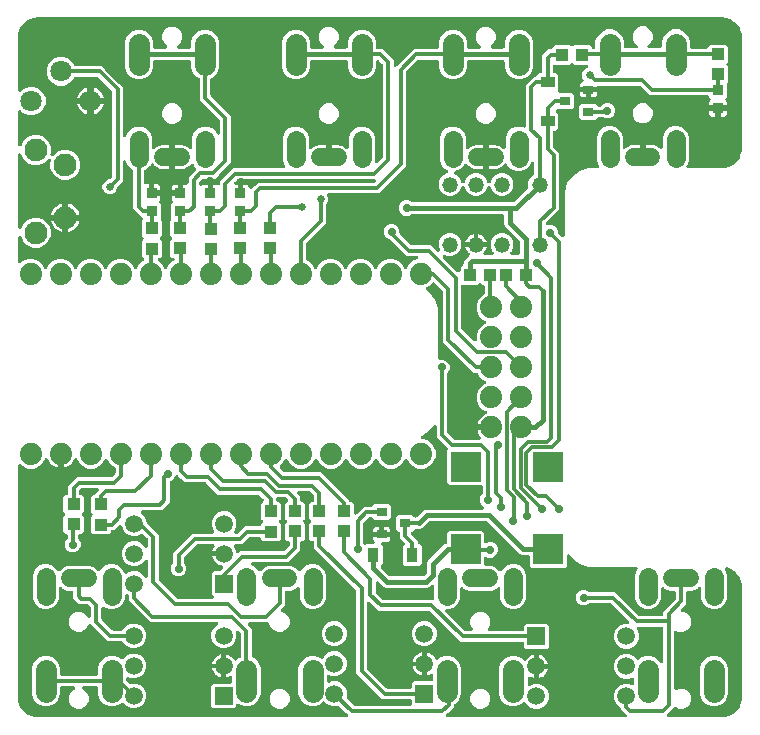
<source format=gtl>
G04 EAGLE Gerber RS-274X export*
G75*
%MOMM*%
%FSLAX34Y34*%
%LPD*%
%INTop Copper*%
%IPPOS*%
%AMOC8*
5,1,8,0,0,1.08239X$1,22.5*%
G01*
%ADD10R,1.100000X1.000000*%
%ADD11R,0.900000X0.800000*%
%ADD12C,1.800000*%
%ADD13C,1.320000*%
%ADD14R,1.500000X1.500000*%
%ADD15C,1.500000*%
%ADD16C,1.500000*%
%ADD17C,1.600000*%
%ADD18C,1.800000*%
%ADD19R,1.000000X1.100000*%
%ADD20R,0.970200X0.920900*%
%ADD21R,0.950000X1.250000*%
%ADD22R,1.250000X0.950000*%
%ADD23R,2.500000X2.500000*%
%ADD24C,1.879600*%
%ADD25C,1.930400*%
%ADD26C,0.300000*%
%ADD27C,0.654800*%
%ADD28C,0.704800*%
%ADD29C,0.400000*%

G36*
X376939Y380399D02*
X376939Y380399D01*
X377008Y380400D01*
X377109Y380427D01*
X377212Y380444D01*
X377275Y380470D01*
X377342Y380487D01*
X377435Y380536D01*
X377531Y380576D01*
X377587Y380617D01*
X377648Y380649D01*
X377727Y380718D01*
X377811Y380779D01*
X377857Y380831D01*
X377909Y380876D01*
X377970Y380961D01*
X378038Y381040D01*
X378070Y381101D01*
X378110Y381157D01*
X378150Y381253D01*
X378199Y381346D01*
X378216Y381413D01*
X378242Y381476D01*
X378259Y381579D01*
X378285Y381681D01*
X378292Y381785D01*
X378298Y381818D01*
X378296Y381840D01*
X378299Y381885D01*
X378299Y385243D01*
X380091Y387034D01*
X380143Y387041D01*
X380177Y387053D01*
X380212Y387058D01*
X380339Y387111D01*
X380469Y387158D01*
X380498Y387177D01*
X380531Y387191D01*
X380643Y387272D01*
X380758Y387347D01*
X380783Y387373D01*
X380811Y387393D01*
X380902Y387497D01*
X380997Y387597D01*
X381015Y387628D01*
X381038Y387654D01*
X381102Y387777D01*
X381172Y387895D01*
X381182Y387929D01*
X381199Y387961D01*
X381233Y388094D01*
X381274Y388226D01*
X381276Y388261D01*
X381285Y388295D01*
X381299Y388500D01*
X381299Y389295D01*
X382061Y391133D01*
X385430Y394502D01*
X385475Y394527D01*
X385549Y394595D01*
X385630Y394656D01*
X385677Y394711D01*
X385730Y394760D01*
X385787Y394843D01*
X385852Y394921D01*
X385885Y394985D01*
X385925Y395045D01*
X385962Y395139D01*
X386007Y395230D01*
X386024Y395300D01*
X386050Y395367D01*
X386064Y395468D01*
X386088Y395566D01*
X386088Y395638D01*
X386098Y395710D01*
X386089Y395811D01*
X386089Y395912D01*
X386073Y395982D01*
X386066Y396054D01*
X386034Y396150D01*
X386011Y396249D01*
X385979Y396313D01*
X385956Y396382D01*
X385903Y396468D01*
X385858Y396559D01*
X385812Y396614D01*
X385774Y396676D01*
X385702Y396747D01*
X385638Y396825D01*
X385553Y396896D01*
X385529Y396920D01*
X385511Y396931D01*
X385480Y396957D01*
X385355Y397048D01*
X384338Y398065D01*
X383492Y399229D01*
X382839Y400511D01*
X382394Y401880D01*
X382360Y402096D01*
X390885Y402096D01*
X390920Y402100D01*
X390955Y402097D01*
X391091Y402120D01*
X391228Y402136D01*
X391262Y402148D01*
X391297Y402153D01*
X391321Y402164D01*
X391329Y402162D01*
X391461Y402121D01*
X391496Y402119D01*
X391531Y402110D01*
X391735Y402096D01*
X400260Y402096D01*
X400226Y401880D01*
X399781Y400511D01*
X399128Y399229D01*
X398282Y398065D01*
X397977Y397760D01*
X397912Y397678D01*
X397840Y397603D01*
X397805Y397543D01*
X397762Y397489D01*
X397718Y397395D01*
X397665Y397305D01*
X397645Y397239D01*
X397616Y397176D01*
X397594Y397074D01*
X397563Y396974D01*
X397559Y396905D01*
X397544Y396838D01*
X397547Y396734D01*
X397540Y396629D01*
X397551Y396561D01*
X397552Y396492D01*
X397579Y396391D01*
X397596Y396288D01*
X397622Y396225D01*
X397639Y396158D01*
X397688Y396065D01*
X397728Y395969D01*
X397769Y395913D01*
X397801Y395852D01*
X397869Y395773D01*
X397930Y395689D01*
X397983Y395643D01*
X398028Y395591D01*
X398113Y395530D01*
X398192Y395462D01*
X398253Y395430D01*
X398309Y395389D01*
X398405Y395350D01*
X398498Y395301D01*
X398565Y395284D01*
X398628Y395258D01*
X398731Y395241D01*
X398832Y395215D01*
X398937Y395208D01*
X398970Y395202D01*
X398992Y395204D01*
X399037Y395201D01*
X404932Y395201D01*
X405036Y395213D01*
X405140Y395215D01*
X405207Y395233D01*
X405276Y395241D01*
X405374Y395276D01*
X405475Y395302D01*
X405536Y395335D01*
X405601Y395358D01*
X405688Y395415D01*
X405781Y395464D01*
X405833Y395509D01*
X405891Y395547D01*
X405962Y395622D01*
X406041Y395691D01*
X406081Y395747D01*
X406129Y395797D01*
X406182Y395887D01*
X406243Y395972D01*
X406269Y396036D01*
X406304Y396095D01*
X406335Y396195D01*
X406375Y396291D01*
X406386Y396360D01*
X406406Y396426D01*
X406413Y396530D01*
X406430Y396633D01*
X406425Y396702D01*
X406430Y396771D01*
X406413Y396873D01*
X406406Y396978D01*
X406385Y397044D01*
X406374Y397112D01*
X406334Y397208D01*
X406303Y397308D01*
X406268Y397367D01*
X406241Y397431D01*
X406180Y397516D01*
X406127Y397605D01*
X406059Y397684D01*
X406039Y397711D01*
X406022Y397726D01*
X405992Y397760D01*
X405171Y398582D01*
X403709Y402110D01*
X403709Y405930D01*
X405171Y409458D01*
X407872Y412159D01*
X411400Y413621D01*
X415220Y413621D01*
X418748Y412159D01*
X421449Y409458D01*
X422911Y405930D01*
X422911Y402110D01*
X421449Y398582D01*
X420628Y397760D01*
X420563Y397678D01*
X420491Y397603D01*
X420456Y397543D01*
X420413Y397489D01*
X420369Y397395D01*
X420316Y397305D01*
X420295Y397239D01*
X420266Y397176D01*
X420245Y397074D01*
X420214Y396974D01*
X420209Y396905D01*
X420195Y396838D01*
X420197Y396734D01*
X420190Y396629D01*
X420201Y396561D01*
X420203Y396492D01*
X420229Y396391D01*
X420246Y396288D01*
X420273Y396225D01*
X420290Y396158D01*
X420339Y396065D01*
X420379Y395969D01*
X420419Y395913D01*
X420451Y395852D01*
X420520Y395773D01*
X420581Y395689D01*
X420633Y395643D01*
X420679Y395591D01*
X420763Y395530D01*
X420842Y395462D01*
X420903Y395430D01*
X420959Y395389D01*
X421056Y395350D01*
X421148Y395301D01*
X421215Y395284D01*
X421279Y395258D01*
X421382Y395241D01*
X421483Y395215D01*
X421587Y395208D01*
X421620Y395202D01*
X421643Y395204D01*
X421688Y395201D01*
X426900Y395201D01*
X426935Y395205D01*
X426971Y395202D01*
X427107Y395225D01*
X427243Y395241D01*
X427277Y395253D01*
X427312Y395258D01*
X427439Y395311D01*
X427569Y395358D01*
X427598Y395377D01*
X427631Y395391D01*
X427743Y395472D01*
X427858Y395547D01*
X427883Y395573D01*
X427911Y395593D01*
X428002Y395697D01*
X428097Y395797D01*
X428115Y395828D01*
X428138Y395854D01*
X428202Y395977D01*
X428272Y396095D01*
X428282Y396129D01*
X428299Y396161D01*
X428333Y396294D01*
X428374Y396426D01*
X428376Y396461D01*
X428385Y396495D01*
X428399Y396700D01*
X428399Y406408D01*
X428383Y406546D01*
X428373Y406685D01*
X428363Y406718D01*
X428359Y406751D01*
X428312Y406882D01*
X428271Y407015D01*
X428253Y407044D01*
X428242Y407076D01*
X428166Y407193D01*
X428095Y407313D01*
X428065Y407347D01*
X428053Y407366D01*
X428029Y407389D01*
X427960Y407468D01*
X415761Y419667D01*
X414999Y421505D01*
X414999Y428500D01*
X414995Y428535D01*
X414998Y428571D01*
X414975Y428707D01*
X414959Y428843D01*
X414947Y428877D01*
X414942Y428912D01*
X414889Y429039D01*
X414842Y429169D01*
X414823Y429198D01*
X414809Y429231D01*
X414728Y429343D01*
X414653Y429458D01*
X414627Y429483D01*
X414607Y429511D01*
X414503Y429602D01*
X414403Y429697D01*
X414372Y429715D01*
X414346Y429738D01*
X414223Y429802D01*
X414105Y429872D01*
X414071Y429882D01*
X414039Y429899D01*
X413906Y429933D01*
X413774Y429974D01*
X413739Y429976D01*
X413705Y429985D01*
X413500Y429999D01*
X337348Y429999D01*
X337209Y429983D01*
X337070Y429973D01*
X337038Y429963D01*
X337004Y429959D01*
X336873Y429912D01*
X336740Y429871D01*
X336711Y429853D01*
X336679Y429842D01*
X336562Y429766D01*
X336442Y429695D01*
X336408Y429665D01*
X336389Y429653D01*
X336366Y429629D01*
X336288Y429560D01*
X336196Y429469D01*
X333798Y428475D01*
X331202Y428475D01*
X328804Y429469D01*
X326969Y431304D01*
X325975Y433702D01*
X325975Y436298D01*
X326969Y438696D01*
X328804Y440531D01*
X331202Y441525D01*
X333798Y441525D01*
X336196Y440531D01*
X336288Y440440D01*
X336397Y440353D01*
X336502Y440262D01*
X336532Y440246D01*
X336559Y440225D01*
X336685Y440166D01*
X336808Y440101D01*
X336841Y440093D01*
X336872Y440078D01*
X337008Y440050D01*
X337143Y440015D01*
X337188Y440012D01*
X337210Y440007D01*
X337244Y440008D01*
X337348Y440001D01*
X422798Y440001D01*
X422936Y440017D01*
X423075Y440027D01*
X423108Y440037D01*
X423141Y440041D01*
X423272Y440088D01*
X423405Y440129D01*
X423434Y440147D01*
X423466Y440158D01*
X423583Y440234D01*
X423703Y440305D01*
X423737Y440335D01*
X423756Y440347D01*
X423779Y440371D01*
X423858Y440440D01*
X435270Y451852D01*
X435357Y451961D01*
X435448Y452067D01*
X435464Y452097D01*
X435485Y452123D01*
X435544Y452249D01*
X435609Y452373D01*
X435617Y452406D01*
X435632Y452436D01*
X435660Y452573D01*
X435695Y452708D01*
X435698Y452753D01*
X435703Y452775D01*
X435702Y452808D01*
X435709Y452912D01*
X435709Y456730D01*
X437171Y460258D01*
X439872Y462959D01*
X439884Y462964D01*
X439960Y463007D01*
X440041Y463040D01*
X440111Y463091D01*
X440186Y463132D01*
X440250Y463191D01*
X440321Y463243D01*
X440378Y463308D01*
X440441Y463365D01*
X440491Y463438D01*
X440548Y463504D01*
X440588Y463580D01*
X440637Y463651D01*
X440668Y463732D01*
X440709Y463810D01*
X440730Y463893D01*
X440761Y463973D01*
X440773Y464060D01*
X440795Y464145D01*
X440805Y464288D01*
X440809Y464316D01*
X440808Y464328D01*
X440809Y464349D01*
X440809Y472607D01*
X440803Y472658D01*
X440806Y472711D01*
X440783Y472830D01*
X440769Y472950D01*
X440752Y472999D01*
X440742Y473051D01*
X440693Y473161D01*
X440652Y473275D01*
X440623Y473319D01*
X440602Y473367D01*
X440529Y473463D01*
X440463Y473565D01*
X440425Y473601D01*
X440394Y473643D01*
X440301Y473720D01*
X440213Y473803D01*
X440168Y473830D01*
X440128Y473863D01*
X440019Y473917D01*
X439915Y473978D01*
X439865Y473994D01*
X439818Y474017D01*
X439700Y474045D01*
X439584Y474080D01*
X439532Y474084D01*
X439481Y474096D01*
X439360Y474096D01*
X439239Y474104D01*
X439188Y474096D01*
X439136Y474096D01*
X439018Y474068D01*
X438898Y474048D01*
X438850Y474028D01*
X438799Y474016D01*
X438691Y473962D01*
X438579Y473915D01*
X438537Y473885D01*
X438490Y473861D01*
X438397Y473784D01*
X438299Y473713D01*
X438264Y473674D01*
X438224Y473640D01*
X438151Y473544D01*
X438072Y473452D01*
X438048Y473406D01*
X438016Y473364D01*
X437925Y473180D01*
X436926Y470769D01*
X433831Y467674D01*
X429788Y465999D01*
X425412Y465999D01*
X421369Y467674D01*
X418274Y470769D01*
X417840Y471817D01*
X417791Y471905D01*
X417750Y471997D01*
X417707Y472055D01*
X417672Y472119D01*
X417604Y472193D01*
X417543Y472274D01*
X417488Y472320D01*
X417439Y472374D01*
X417355Y472431D01*
X417278Y472496D01*
X417213Y472528D01*
X417153Y472569D01*
X417059Y472606D01*
X416969Y472651D01*
X416898Y472668D01*
X416831Y472694D01*
X416731Y472708D01*
X416633Y472731D01*
X416560Y472732D01*
X416489Y472742D01*
X416388Y472732D01*
X416287Y472733D01*
X416216Y472716D01*
X416144Y472710D01*
X416049Y472677D01*
X415950Y472655D01*
X415885Y472622D01*
X415817Y472599D01*
X415731Y472546D01*
X415640Y472501D01*
X415584Y472455D01*
X415523Y472417D01*
X415451Y472346D01*
X415374Y472281D01*
X415302Y472196D01*
X415279Y472172D01*
X415268Y472155D01*
X415242Y472124D01*
X414759Y471459D01*
X413641Y470341D01*
X412362Y469412D01*
X410954Y468695D01*
X409451Y468206D01*
X407890Y467959D01*
X402099Y467959D01*
X402099Y477000D01*
X402095Y477035D01*
X402098Y477070D01*
X402075Y477206D01*
X402059Y477343D01*
X402047Y477377D01*
X402042Y477412D01*
X401989Y477539D01*
X401942Y477668D01*
X401923Y477698D01*
X401909Y477731D01*
X401828Y477843D01*
X401753Y477958D01*
X401727Y477982D01*
X401710Y478006D01*
X401797Y478097D01*
X401815Y478128D01*
X401838Y478155D01*
X401902Y478277D01*
X401972Y478395D01*
X401982Y478429D01*
X401999Y478461D01*
X402033Y478594D01*
X402074Y478726D01*
X402076Y478761D01*
X402085Y478796D01*
X402099Y479000D01*
X402099Y488041D01*
X407890Y488041D01*
X409451Y487794D01*
X410954Y487305D01*
X412362Y486588D01*
X413641Y485659D01*
X414040Y485260D01*
X414122Y485195D01*
X414197Y485123D01*
X414257Y485088D01*
X414311Y485045D01*
X414405Y485001D01*
X414495Y484948D01*
X414561Y484928D01*
X414624Y484898D01*
X414726Y484877D01*
X414826Y484846D01*
X414895Y484841D01*
X414962Y484827D01*
X415066Y484829D01*
X415171Y484822D01*
X415239Y484834D01*
X415308Y484835D01*
X415409Y484861D01*
X415512Y484878D01*
X415575Y484905D01*
X415642Y484922D01*
X415735Y484971D01*
X415831Y485011D01*
X415887Y485051D01*
X415948Y485084D01*
X416027Y485152D01*
X416111Y485213D01*
X416157Y485266D01*
X416209Y485311D01*
X416270Y485396D01*
X416338Y485474D01*
X416370Y485536D01*
X416411Y485592D01*
X416450Y485688D01*
X416499Y485780D01*
X416516Y485847D01*
X416542Y485911D01*
X416559Y486014D01*
X416585Y486115D01*
X416592Y486219D01*
X416598Y486253D01*
X416596Y486275D01*
X416599Y486320D01*
X416599Y495188D01*
X418274Y499231D01*
X421369Y502326D01*
X425412Y504001D01*
X429788Y504001D01*
X431626Y503239D01*
X431776Y503197D01*
X431926Y503151D01*
X431943Y503149D01*
X431959Y503145D01*
X432114Y503138D01*
X432271Y503127D01*
X432287Y503130D01*
X432304Y503129D01*
X432458Y503158D01*
X432612Y503183D01*
X432627Y503189D01*
X432644Y503192D01*
X432787Y503256D01*
X432931Y503316D01*
X432945Y503325D01*
X432960Y503332D01*
X433085Y503426D01*
X433211Y503518D01*
X433223Y503531D01*
X433236Y503541D01*
X433335Y503660D01*
X433438Y503779D01*
X433446Y503794D01*
X433457Y503807D01*
X433526Y503946D01*
X433599Y504085D01*
X433603Y504101D01*
X433611Y504117D01*
X433646Y504268D01*
X433685Y504420D01*
X433687Y504442D01*
X433689Y504453D01*
X433689Y504481D01*
X433699Y504624D01*
X433699Y539064D01*
X440486Y545851D01*
X441150Y545851D01*
X441185Y545855D01*
X441221Y545852D01*
X441357Y545875D01*
X441493Y545891D01*
X441527Y545903D01*
X441562Y545908D01*
X441689Y545961D01*
X441819Y546008D01*
X441848Y546027D01*
X441881Y546041D01*
X441993Y546122D01*
X442108Y546197D01*
X442133Y546223D01*
X442161Y546243D01*
X442252Y546347D01*
X442347Y546447D01*
X442365Y546478D01*
X442388Y546504D01*
X442452Y546627D01*
X442522Y546745D01*
X442532Y546779D01*
X442549Y546811D01*
X442583Y546944D01*
X442624Y547076D01*
X442626Y547111D01*
X442635Y547145D01*
X442649Y547342D01*
X444407Y549101D01*
X445900Y549101D01*
X445935Y549105D01*
X445971Y549102D01*
X446107Y549125D01*
X446243Y549141D01*
X446277Y549153D01*
X446312Y549158D01*
X446439Y549211D01*
X446569Y549258D01*
X446598Y549277D01*
X446631Y549291D01*
X446743Y549372D01*
X446858Y549447D01*
X446883Y549473D01*
X446911Y549493D01*
X447002Y549597D01*
X447097Y549697D01*
X447115Y549728D01*
X447138Y549754D01*
X447202Y549877D01*
X447272Y549995D01*
X447282Y550029D01*
X447299Y550061D01*
X447333Y550194D01*
X447374Y550326D01*
X447376Y550361D01*
X447385Y550395D01*
X447399Y550600D01*
X447399Y564264D01*
X452546Y569411D01*
X454720Y569411D01*
X454755Y569415D01*
X454791Y569412D01*
X454927Y569435D01*
X455063Y569451D01*
X455097Y569463D01*
X455132Y569468D01*
X455259Y569521D01*
X455389Y569568D01*
X455418Y569587D01*
X455451Y569601D01*
X455563Y569682D01*
X455678Y569757D01*
X455703Y569783D01*
X455731Y569803D01*
X455822Y569907D01*
X455917Y570007D01*
X455935Y570038D01*
X455958Y570064D01*
X456022Y570187D01*
X456092Y570305D01*
X456102Y570339D01*
X456119Y570371D01*
X456153Y570504D01*
X456194Y570636D01*
X456196Y570671D01*
X456205Y570705D01*
X456219Y570910D01*
X456219Y571653D01*
X457977Y573411D01*
X470463Y573411D01*
X471660Y572214D01*
X471688Y572192D01*
X471711Y572165D01*
X471823Y572085D01*
X471931Y571999D01*
X471963Y571984D01*
X471992Y571963D01*
X472119Y571911D01*
X472244Y571852D01*
X472279Y571845D01*
X472311Y571831D01*
X472448Y571809D01*
X472582Y571781D01*
X472618Y571782D01*
X472653Y571776D01*
X472790Y571786D01*
X472928Y571789D01*
X472962Y571798D01*
X472998Y571801D01*
X473129Y571842D01*
X473262Y571876D01*
X473294Y571893D01*
X473328Y571903D01*
X473446Y571973D01*
X473568Y572038D01*
X473595Y572061D01*
X473625Y572079D01*
X473780Y572214D01*
X474977Y573411D01*
X487463Y573411D01*
X489221Y571653D01*
X489221Y571200D01*
X489225Y571165D01*
X489222Y571129D01*
X489245Y570993D01*
X489261Y570857D01*
X489273Y570823D01*
X489278Y570788D01*
X489331Y570661D01*
X489378Y570531D01*
X489397Y570502D01*
X489411Y570469D01*
X489492Y570357D01*
X489567Y570242D01*
X489593Y570217D01*
X489613Y570189D01*
X489717Y570098D01*
X489817Y570003D01*
X489848Y569985D01*
X489874Y569962D01*
X489997Y569898D01*
X490115Y569828D01*
X490149Y569818D01*
X490181Y569801D01*
X490314Y569767D01*
X490446Y569726D01*
X490481Y569724D01*
X490515Y569715D01*
X490720Y569701D01*
X490900Y569701D01*
X490935Y569705D01*
X490971Y569702D01*
X491107Y569725D01*
X491243Y569741D01*
X491277Y569753D01*
X491312Y569758D01*
X491439Y569811D01*
X491569Y569858D01*
X491598Y569877D01*
X491631Y569891D01*
X491743Y569972D01*
X491858Y570047D01*
X491883Y570073D01*
X491911Y570093D01*
X492002Y570197D01*
X492097Y570297D01*
X492115Y570328D01*
X492138Y570354D01*
X492202Y570477D01*
X492272Y570595D01*
X492282Y570629D01*
X492299Y570661D01*
X492333Y570794D01*
X492374Y570926D01*
X492376Y570961D01*
X492385Y570995D01*
X492399Y571200D01*
X492399Y576587D01*
X494226Y580998D01*
X497602Y584374D01*
X502013Y586201D01*
X506787Y586201D01*
X511198Y584374D01*
X514574Y580998D01*
X516401Y576587D01*
X516401Y571700D01*
X516405Y571665D01*
X516402Y571629D01*
X516425Y571493D01*
X516441Y571357D01*
X516453Y571323D01*
X516458Y571288D01*
X516511Y571161D01*
X516558Y571031D01*
X516577Y571002D01*
X516591Y570969D01*
X516672Y570857D01*
X516747Y570742D01*
X516773Y570717D01*
X516793Y570689D01*
X516897Y570598D01*
X516997Y570503D01*
X517028Y570485D01*
X517054Y570462D01*
X517177Y570398D01*
X517295Y570328D01*
X517329Y570318D01*
X517361Y570301D01*
X517494Y570267D01*
X517626Y570226D01*
X517661Y570224D01*
X517695Y570215D01*
X517900Y570201D01*
X526790Y570201D01*
X526842Y570207D01*
X526894Y570204D01*
X527013Y570227D01*
X527133Y570241D01*
X527182Y570258D01*
X527234Y570268D01*
X527345Y570317D01*
X527458Y570358D01*
X527502Y570387D01*
X527550Y570408D01*
X527647Y570481D01*
X527748Y570547D01*
X527784Y570585D01*
X527826Y570617D01*
X527903Y570710D01*
X527987Y570797D01*
X528013Y570842D01*
X528047Y570883D01*
X528100Y570991D01*
X528162Y571095D01*
X528177Y571146D01*
X528200Y571193D01*
X528228Y571310D01*
X528264Y571426D01*
X528267Y571478D01*
X528279Y571529D01*
X528279Y571650D01*
X528287Y571771D01*
X528279Y571822D01*
X528279Y571875D01*
X528251Y571993D01*
X528231Y572112D01*
X528211Y572160D01*
X528199Y572211D01*
X528145Y572320D01*
X528099Y572431D01*
X528068Y572474D01*
X528044Y572521D01*
X527967Y572614D01*
X527896Y572711D01*
X527857Y572746D01*
X527823Y572786D01*
X527727Y572859D01*
X527672Y572906D01*
X525193Y575385D01*
X523899Y578509D01*
X523899Y581891D01*
X525193Y585015D01*
X527585Y587407D01*
X530709Y588701D01*
X534091Y588701D01*
X537215Y587407D01*
X539607Y585015D01*
X540901Y581891D01*
X540901Y578509D01*
X539607Y575385D01*
X537144Y572922D01*
X537135Y572917D01*
X537096Y572882D01*
X537052Y572853D01*
X536969Y572766D01*
X536879Y572684D01*
X536850Y572641D01*
X536813Y572603D01*
X536752Y572499D01*
X536684Y572399D01*
X536665Y572350D01*
X536638Y572305D01*
X536603Y572189D01*
X536559Y572077D01*
X536552Y572025D01*
X536536Y571974D01*
X536528Y571854D01*
X536511Y571734D01*
X536516Y571682D01*
X536513Y571629D01*
X536532Y571510D01*
X536543Y571390D01*
X536560Y571340D01*
X536569Y571288D01*
X536615Y571177D01*
X536654Y571062D01*
X536681Y571017D01*
X536701Y570969D01*
X536772Y570871D01*
X536836Y570768D01*
X536873Y570731D01*
X536904Y570689D01*
X536995Y570609D01*
X537080Y570524D01*
X537125Y570496D01*
X537165Y570462D01*
X537272Y570406D01*
X537375Y570342D01*
X537424Y570326D01*
X537471Y570301D01*
X537588Y570271D01*
X537702Y570233D01*
X537755Y570228D01*
X537806Y570215D01*
X538010Y570201D01*
X546900Y570201D01*
X546935Y570205D01*
X546971Y570202D01*
X547107Y570225D01*
X547243Y570241D01*
X547277Y570253D01*
X547312Y570258D01*
X547439Y570311D01*
X547569Y570358D01*
X547598Y570377D01*
X547631Y570391D01*
X547743Y570472D01*
X547858Y570547D01*
X547883Y570573D01*
X547911Y570593D01*
X548002Y570697D01*
X548097Y570797D01*
X548115Y570828D01*
X548138Y570854D01*
X548202Y570977D01*
X548272Y571095D01*
X548282Y571129D01*
X548299Y571161D01*
X548333Y571294D01*
X548374Y571426D01*
X548376Y571461D01*
X548385Y571495D01*
X548399Y571700D01*
X548399Y576587D01*
X550226Y580998D01*
X553602Y584374D01*
X558013Y586201D01*
X562787Y586201D01*
X567198Y584374D01*
X570574Y580998D01*
X572401Y576587D01*
X572401Y571280D01*
X572405Y571245D01*
X572402Y571209D01*
X572425Y571073D01*
X572441Y570937D01*
X572453Y570903D01*
X572458Y570868D01*
X572511Y570741D01*
X572558Y570611D01*
X572577Y570582D01*
X572591Y570549D01*
X572672Y570437D01*
X572747Y570322D01*
X572773Y570297D01*
X572793Y570269D01*
X572897Y570178D01*
X572997Y570083D01*
X573028Y570065D01*
X573054Y570042D01*
X573177Y569978D01*
X573295Y569908D01*
X573329Y569898D01*
X573361Y569881D01*
X573494Y569847D01*
X573626Y569806D01*
X573661Y569804D01*
X573695Y569795D01*
X573900Y569781D01*
X586438Y569781D01*
X586473Y569785D01*
X586509Y569782D01*
X586645Y569805D01*
X586781Y569821D01*
X586815Y569833D01*
X586850Y569838D01*
X586977Y569891D01*
X587107Y569938D01*
X587136Y569957D01*
X587169Y569971D01*
X587281Y570052D01*
X587396Y570127D01*
X587421Y570153D01*
X587449Y570173D01*
X587540Y570277D01*
X587635Y570377D01*
X587653Y570408D01*
X587676Y570434D01*
X587740Y570557D01*
X587810Y570675D01*
X587820Y570709D01*
X587837Y570741D01*
X587871Y570874D01*
X587912Y571006D01*
X587914Y571041D01*
X587923Y571075D01*
X587937Y571280D01*
X587937Y571523D01*
X589695Y573281D01*
X603181Y573281D01*
X604939Y571523D01*
X604939Y559037D01*
X603742Y557840D01*
X603720Y557812D01*
X603693Y557789D01*
X603613Y557677D01*
X603527Y557569D01*
X603512Y557537D01*
X603491Y557508D01*
X603439Y557381D01*
X603380Y557256D01*
X603373Y557221D01*
X603359Y557189D01*
X603337Y557052D01*
X603309Y556918D01*
X603310Y556882D01*
X603304Y556847D01*
X603314Y556710D01*
X603317Y556572D01*
X603326Y556538D01*
X603329Y556502D01*
X603370Y556371D01*
X603404Y556238D01*
X603421Y556206D01*
X603431Y556172D01*
X603501Y556054D01*
X603566Y555932D01*
X603589Y555905D01*
X603607Y555875D01*
X603742Y555720D01*
X604939Y554523D01*
X604939Y542037D01*
X604597Y541695D01*
X604510Y541586D01*
X604419Y541481D01*
X604403Y541451D01*
X604382Y541424D01*
X604323Y541298D01*
X604258Y541175D01*
X604250Y541142D01*
X604235Y541111D01*
X604207Y540975D01*
X604172Y540840D01*
X604169Y540795D01*
X604164Y540773D01*
X604165Y540739D01*
X604158Y540635D01*
X604158Y529159D01*
X602994Y527995D01*
X602972Y527967D01*
X602945Y527944D01*
X602865Y527832D01*
X602779Y527724D01*
X602764Y527692D01*
X602744Y527663D01*
X602691Y527536D01*
X602632Y527411D01*
X602625Y527376D01*
X602612Y527343D01*
X602590Y527207D01*
X602561Y527073D01*
X602562Y527037D01*
X602556Y527002D01*
X602566Y526865D01*
X602569Y526727D01*
X602578Y526692D01*
X602581Y526657D01*
X602622Y526526D01*
X602656Y526392D01*
X602673Y526361D01*
X602684Y526327D01*
X602754Y526208D01*
X602818Y526087D01*
X602841Y526060D01*
X602859Y526029D01*
X602994Y525875D01*
X603190Y525678D01*
X603525Y525099D01*
X603698Y524453D01*
X603698Y521816D01*
X597108Y521816D01*
X597073Y521811D01*
X597038Y521814D01*
X596902Y521792D01*
X596765Y521776D01*
X596732Y521764D01*
X596697Y521758D01*
X596570Y521705D01*
X596440Y521658D01*
X596410Y521639D01*
X596377Y521625D01*
X596309Y521576D01*
X596227Y521619D01*
X596108Y521688D01*
X596074Y521699D01*
X596043Y521715D01*
X595909Y521750D01*
X595778Y521790D01*
X595743Y521793D01*
X595708Y521801D01*
X595504Y521816D01*
X588914Y521816D01*
X588914Y524453D01*
X589087Y525099D01*
X589422Y525678D01*
X589618Y525875D01*
X589640Y525902D01*
X589667Y525926D01*
X589747Y526037D01*
X589833Y526146D01*
X589848Y526178D01*
X589868Y526207D01*
X589921Y526334D01*
X589979Y526459D01*
X589987Y526493D01*
X590000Y526526D01*
X590022Y526662D01*
X590051Y526797D01*
X590050Y526832D01*
X590056Y526867D01*
X590046Y527005D01*
X590043Y527143D01*
X590034Y527177D01*
X590031Y527212D01*
X589990Y527344D01*
X589956Y527477D01*
X589939Y527509D01*
X589928Y527542D01*
X589858Y527661D01*
X589794Y527783D01*
X589771Y527810D01*
X589753Y527840D01*
X589618Y527995D01*
X588436Y529177D01*
X588430Y529213D01*
X588414Y529349D01*
X588402Y529383D01*
X588397Y529418D01*
X588344Y529545D01*
X588297Y529675D01*
X588278Y529704D01*
X588264Y529737D01*
X588183Y529849D01*
X588108Y529964D01*
X588082Y529989D01*
X588062Y530017D01*
X587958Y530108D01*
X587858Y530203D01*
X587827Y530221D01*
X587801Y530244D01*
X587678Y530308D01*
X587560Y530378D01*
X587526Y530388D01*
X587494Y530405D01*
X587361Y530439D01*
X587229Y530480D01*
X587194Y530482D01*
X587160Y530491D01*
X586955Y530505D01*
X538430Y530505D01*
X530675Y538260D01*
X530566Y538347D01*
X530460Y538438D01*
X530430Y538454D01*
X530404Y538475D01*
X530278Y538534D01*
X530154Y538599D01*
X530121Y538607D01*
X530091Y538622D01*
X529955Y538650D01*
X529819Y538685D01*
X529774Y538688D01*
X529752Y538693D01*
X529719Y538692D01*
X529615Y538699D01*
X494990Y538699D01*
X494955Y538695D01*
X494919Y538698D01*
X494783Y538675D01*
X494647Y538659D01*
X494613Y538647D01*
X494578Y538642D01*
X494451Y538589D01*
X494321Y538542D01*
X494292Y538523D01*
X494259Y538509D01*
X494147Y538428D01*
X494032Y538353D01*
X494007Y538327D01*
X493979Y538307D01*
X493888Y538203D01*
X493793Y538103D01*
X493775Y538072D01*
X493752Y538046D01*
X493688Y537923D01*
X493618Y537805D01*
X493608Y537771D01*
X493591Y537739D01*
X493557Y537606D01*
X493516Y537474D01*
X493514Y537439D01*
X493505Y537405D01*
X493491Y537200D01*
X493491Y537199D01*
X486950Y537199D01*
X486915Y537195D01*
X486880Y537198D01*
X486744Y537175D01*
X486607Y537159D01*
X486573Y537147D01*
X486538Y537142D01*
X486456Y537107D01*
X486356Y537133D01*
X486224Y537174D01*
X486189Y537176D01*
X486154Y537185D01*
X485950Y537199D01*
X479409Y537199D01*
X479409Y539535D01*
X479582Y540181D01*
X479917Y540760D01*
X480390Y541233D01*
X480969Y541568D01*
X481295Y541655D01*
X481418Y541704D01*
X481545Y541746D01*
X481579Y541767D01*
X481616Y541782D01*
X481726Y541858D01*
X481839Y541929D01*
X481867Y541957D01*
X481900Y541980D01*
X481989Y542079D01*
X482083Y542173D01*
X482104Y542207D01*
X482131Y542237D01*
X482195Y542354D01*
X482265Y542468D01*
X482277Y542506D01*
X482297Y542541D01*
X482332Y542669D01*
X482374Y542796D01*
X482378Y542835D01*
X482388Y542874D01*
X482394Y543007D01*
X482406Y543140D01*
X482400Y543179D01*
X482402Y543219D01*
X482376Y543351D01*
X482357Y543482D01*
X482340Y543534D01*
X482335Y543559D01*
X482321Y543589D01*
X482292Y543677D01*
X481225Y546252D01*
X481225Y548748D01*
X482181Y551054D01*
X483946Y552819D01*
X485649Y553525D01*
X485694Y553550D01*
X485744Y553568D01*
X485845Y553634D01*
X485951Y553693D01*
X485989Y553728D01*
X486033Y553757D01*
X486117Y553844D01*
X486206Y553926D01*
X486236Y553969D01*
X486272Y554007D01*
X486333Y554111D01*
X486402Y554211D01*
X486420Y554260D01*
X486447Y554305D01*
X486483Y554421D01*
X486526Y554534D01*
X486534Y554586D01*
X486549Y554636D01*
X486557Y554756D01*
X486574Y554876D01*
X486569Y554928D01*
X486573Y554981D01*
X486553Y555100D01*
X486542Y555221D01*
X486525Y555270D01*
X486517Y555322D01*
X486470Y555434D01*
X486432Y555548D01*
X486404Y555593D01*
X486384Y555641D01*
X486313Y555739D01*
X486249Y555842D01*
X486212Y555879D01*
X486182Y555921D01*
X486090Y556001D01*
X486005Y556086D01*
X485960Y556114D01*
X485921Y556148D01*
X485813Y556204D01*
X485710Y556268D01*
X485661Y556285D01*
X485614Y556309D01*
X485497Y556339D01*
X485382Y556377D01*
X485330Y556382D01*
X485280Y556395D01*
X485075Y556409D01*
X474977Y556409D01*
X473780Y557606D01*
X473752Y557628D01*
X473729Y557655D01*
X473617Y557735D01*
X473509Y557821D01*
X473477Y557836D01*
X473448Y557857D01*
X473321Y557909D01*
X473196Y557968D01*
X473161Y557975D01*
X473129Y557989D01*
X472992Y558011D01*
X472858Y558039D01*
X472822Y558038D01*
X472787Y558044D01*
X472650Y558034D01*
X472512Y558031D01*
X472478Y558022D01*
X472442Y558019D01*
X472311Y557978D01*
X472178Y557944D01*
X472146Y557927D01*
X472112Y557917D01*
X471993Y557846D01*
X471872Y557782D01*
X471845Y557759D01*
X471814Y557741D01*
X471660Y557606D01*
X470463Y556409D01*
X457900Y556409D01*
X457865Y556405D01*
X457829Y556408D01*
X457693Y556385D01*
X457557Y556369D01*
X457523Y556357D01*
X457488Y556352D01*
X457361Y556299D01*
X457231Y556252D01*
X457202Y556233D01*
X457169Y556219D01*
X457057Y556138D01*
X456942Y556063D01*
X456917Y556037D01*
X456889Y556017D01*
X456798Y555913D01*
X456703Y555813D01*
X456685Y555782D01*
X456662Y555756D01*
X456598Y555633D01*
X456528Y555515D01*
X456518Y555481D01*
X456501Y555449D01*
X456467Y555316D01*
X456426Y555184D01*
X456424Y555149D01*
X456415Y555115D01*
X456401Y554910D01*
X456401Y550600D01*
X456405Y550565D01*
X456402Y550529D01*
X456425Y550393D01*
X456441Y550257D01*
X456453Y550223D01*
X456458Y550188D01*
X456511Y550061D01*
X456558Y549931D01*
X456577Y549902D01*
X456591Y549869D01*
X456672Y549757D01*
X456747Y549642D01*
X456773Y549617D01*
X456793Y549589D01*
X456897Y549498D01*
X456997Y549403D01*
X457028Y549385D01*
X457054Y549362D01*
X457177Y549298D01*
X457295Y549228D01*
X457329Y549218D01*
X457361Y549201D01*
X457494Y549167D01*
X457626Y549126D01*
X457661Y549124D01*
X457695Y549115D01*
X457900Y549101D01*
X459393Y549101D01*
X461151Y547343D01*
X461151Y535357D01*
X461054Y535260D01*
X460989Y535178D01*
X460917Y535103D01*
X460882Y535043D01*
X460839Y534989D01*
X460795Y534895D01*
X460742Y534805D01*
X460722Y534739D01*
X460692Y534676D01*
X460671Y534574D01*
X460640Y534474D01*
X460635Y534405D01*
X460621Y534338D01*
X460623Y534234D01*
X460616Y534129D01*
X460627Y534061D01*
X460629Y533992D01*
X460655Y533891D01*
X460672Y533788D01*
X460699Y533725D01*
X460716Y533658D01*
X460765Y533565D01*
X460805Y533469D01*
X460845Y533413D01*
X460878Y533352D01*
X460946Y533273D01*
X461007Y533189D01*
X461059Y533143D01*
X461105Y533091D01*
X461189Y533030D01*
X461268Y532962D01*
X461330Y532930D01*
X461386Y532889D01*
X461482Y532850D01*
X461574Y532801D01*
X461641Y532784D01*
X461705Y532758D01*
X461808Y532741D01*
X461909Y532715D01*
X462013Y532708D01*
X462047Y532702D01*
X462069Y532704D01*
X462114Y532701D01*
X472193Y532701D01*
X473951Y530943D01*
X473951Y520457D01*
X472193Y518699D01*
X460414Y518699D01*
X460310Y518687D01*
X460206Y518685D01*
X460139Y518667D01*
X460070Y518659D01*
X459972Y518624D01*
X459871Y518598D01*
X459810Y518565D01*
X459745Y518542D01*
X459658Y518485D01*
X459566Y518436D01*
X459514Y518391D01*
X459456Y518353D01*
X459384Y518278D01*
X459305Y518209D01*
X459265Y518153D01*
X459217Y518103D01*
X459164Y518013D01*
X459103Y517928D01*
X459077Y517864D01*
X459042Y517805D01*
X459011Y517705D01*
X458971Y517609D01*
X458960Y517540D01*
X458940Y517474D01*
X458933Y517370D01*
X458916Y517267D01*
X458921Y517198D01*
X458916Y517129D01*
X458933Y517027D01*
X458941Y516922D01*
X458961Y516856D01*
X458972Y516788D01*
X459012Y516692D01*
X459043Y516592D01*
X459078Y516533D01*
X459105Y516469D01*
X459166Y516384D01*
X459219Y516295D01*
X459287Y516216D01*
X459307Y516189D01*
X459324Y516174D01*
X459354Y516140D01*
X461151Y514343D01*
X461151Y502357D01*
X459393Y500599D01*
X457900Y500599D01*
X457865Y500595D01*
X457829Y500598D01*
X457693Y500575D01*
X457557Y500559D01*
X457523Y500547D01*
X457488Y500542D01*
X457361Y500489D01*
X457231Y500442D01*
X457202Y500423D01*
X457169Y500409D01*
X457057Y500328D01*
X456942Y500253D01*
X456917Y500227D01*
X456889Y500207D01*
X456798Y500103D01*
X456703Y500003D01*
X456685Y499972D01*
X456662Y499946D01*
X456598Y499823D01*
X456528Y499705D01*
X456518Y499671D01*
X456501Y499639D01*
X456467Y499506D01*
X456426Y499374D01*
X456424Y499339D01*
X456415Y499305D01*
X456401Y499100D01*
X456401Y487185D01*
X456417Y487047D01*
X456427Y486908D01*
X456437Y486875D01*
X456441Y486842D01*
X456488Y486711D01*
X456529Y486578D01*
X456547Y486548D01*
X456558Y486517D01*
X456634Y486400D01*
X456705Y486280D01*
X456735Y486246D01*
X456747Y486227D01*
X456771Y486204D01*
X456840Y486125D01*
X461501Y481464D01*
X461501Y433436D01*
X458425Y430360D01*
X451076Y423011D01*
X451044Y422970D01*
X451005Y422935D01*
X450937Y422835D01*
X450862Y422740D01*
X450840Y422693D01*
X450810Y422650D01*
X450766Y422537D01*
X450715Y422427D01*
X450704Y422376D01*
X450685Y422327D01*
X450669Y422208D01*
X450644Y422089D01*
X450645Y422037D01*
X450638Y421985D01*
X450649Y421865D01*
X450652Y421743D01*
X450665Y421693D01*
X450670Y421641D01*
X450708Y421526D01*
X450739Y421409D01*
X450763Y421363D01*
X450780Y421313D01*
X450844Y421210D01*
X450900Y421103D01*
X450935Y421064D01*
X450962Y421019D01*
X451048Y420934D01*
X451127Y420842D01*
X451170Y420812D01*
X451207Y420775D01*
X451310Y420711D01*
X451408Y420641D01*
X451457Y420621D01*
X451501Y420593D01*
X451616Y420555D01*
X451728Y420509D01*
X451780Y420500D01*
X451829Y420484D01*
X451950Y420473D01*
X452069Y420454D01*
X452122Y420457D01*
X452174Y420453D01*
X452293Y420469D01*
X452414Y420478D01*
X452464Y420494D01*
X452516Y420501D01*
X452710Y420566D01*
X452767Y420590D01*
X455363Y420590D01*
X457761Y419596D01*
X459596Y417761D01*
X460590Y415363D01*
X460590Y414526D01*
X460606Y414388D01*
X460616Y414249D01*
X460626Y414216D01*
X460630Y414183D01*
X460677Y414052D01*
X460718Y413919D01*
X460736Y413889D01*
X460747Y413858D01*
X460823Y413741D01*
X460894Y413621D01*
X460924Y413587D01*
X460936Y413568D01*
X460960Y413545D01*
X461029Y413466D01*
X463805Y410690D01*
X463887Y410625D01*
X463962Y410553D01*
X464022Y410518D01*
X464076Y410475D01*
X464170Y410431D01*
X464260Y410378D01*
X464326Y410358D01*
X464389Y410329D01*
X464491Y410307D01*
X464591Y410276D01*
X464660Y410272D01*
X464727Y410257D01*
X464831Y410260D01*
X464936Y410253D01*
X465004Y410264D01*
X465073Y410265D01*
X465174Y410292D01*
X465277Y410309D01*
X465341Y410335D01*
X465407Y410353D01*
X465500Y410401D01*
X465596Y410441D01*
X465652Y410482D01*
X465713Y410514D01*
X465792Y410583D01*
X465876Y410644D01*
X465922Y410696D01*
X465974Y410741D01*
X466035Y410826D01*
X466103Y410905D01*
X466135Y410966D01*
X466176Y411022D01*
X466215Y411118D01*
X466264Y411211D01*
X466281Y411278D01*
X466307Y411342D01*
X466324Y411444D01*
X466350Y411546D01*
X466357Y411650D01*
X466363Y411683D01*
X466361Y411705D01*
X466364Y411750D01*
X466364Y448744D01*
X468678Y455864D01*
X473079Y461921D01*
X479136Y466322D01*
X486256Y468636D01*
X493797Y468636D01*
X493952Y468654D01*
X494107Y468668D01*
X494123Y468674D01*
X494140Y468676D01*
X494287Y468729D01*
X494435Y468778D01*
X494449Y468787D01*
X494465Y468793D01*
X494596Y468878D01*
X494729Y468961D01*
X494741Y468973D01*
X494755Y468982D01*
X494863Y469095D01*
X494973Y469205D01*
X494982Y469220D01*
X494993Y469232D01*
X495072Y469366D01*
X495155Y469500D01*
X495160Y469516D01*
X495168Y469530D01*
X495214Y469679D01*
X495264Y469828D01*
X495265Y469844D01*
X495270Y469861D01*
X495281Y470017D01*
X495295Y470172D01*
X495293Y470189D01*
X495294Y470206D01*
X495269Y470360D01*
X495247Y470514D01*
X495240Y470535D01*
X495238Y470547D01*
X495228Y470572D01*
X495182Y470709D01*
X493399Y475012D01*
X493399Y495388D01*
X495074Y499431D01*
X498169Y502526D01*
X502212Y504201D01*
X506588Y504201D01*
X510631Y502526D01*
X513726Y499431D01*
X515401Y495388D01*
X515401Y486520D01*
X515413Y486416D01*
X515415Y486312D01*
X515433Y486245D01*
X515441Y486177D01*
X515476Y486078D01*
X515502Y485977D01*
X515535Y485916D01*
X515558Y485851D01*
X515615Y485764D01*
X515664Y485672D01*
X515709Y485620D01*
X515747Y485562D01*
X515822Y485490D01*
X515891Y485411D01*
X515947Y485371D01*
X515997Y485323D01*
X516087Y485270D01*
X516172Y485209D01*
X516236Y485183D01*
X516295Y485148D01*
X516395Y485117D01*
X516491Y485077D01*
X516560Y485066D01*
X516626Y485046D01*
X516730Y485039D01*
X516833Y485022D01*
X516902Y485027D01*
X516971Y485022D01*
X517074Y485039D01*
X517178Y485047D01*
X517244Y485067D01*
X517312Y485078D01*
X517408Y485118D01*
X517508Y485149D01*
X517567Y485185D01*
X517631Y485211D01*
X517716Y485272D01*
X517805Y485325D01*
X517884Y485393D01*
X517911Y485413D01*
X517926Y485430D01*
X517960Y485460D01*
X518359Y485859D01*
X519638Y486788D01*
X521046Y487505D01*
X522549Y487994D01*
X524110Y488241D01*
X529901Y488241D01*
X529901Y479200D01*
X529905Y479165D01*
X529902Y479130D01*
X529925Y478994D01*
X529941Y478857D01*
X529953Y478823D01*
X529958Y478788D01*
X530011Y478661D01*
X530058Y478532D01*
X530077Y478502D01*
X530091Y478469D01*
X530172Y478357D01*
X530247Y478242D01*
X530273Y478218D01*
X530293Y478189D01*
X530397Y478098D01*
X530497Y478003D01*
X530528Y477985D01*
X530554Y477962D01*
X530677Y477898D01*
X530795Y477828D01*
X530829Y477818D01*
X530860Y477801D01*
X530994Y477767D01*
X531126Y477726D01*
X531161Y477724D01*
X531195Y477715D01*
X531400Y477701D01*
X533400Y477701D01*
X533435Y477705D01*
X533471Y477703D01*
X533607Y477725D01*
X533743Y477741D01*
X533777Y477753D01*
X533812Y477759D01*
X533939Y477811D01*
X534069Y477858D01*
X534098Y477878D01*
X534131Y477891D01*
X534243Y477972D01*
X534358Y478047D01*
X534383Y478073D01*
X534411Y478094D01*
X534502Y478198D01*
X534597Y478297D01*
X534615Y478328D01*
X534638Y478355D01*
X534702Y478477D01*
X534772Y478595D01*
X534782Y478629D01*
X534799Y478661D01*
X534833Y478794D01*
X534874Y478926D01*
X534876Y478961D01*
X534885Y478996D01*
X534899Y479200D01*
X534899Y488241D01*
X540690Y488241D01*
X542251Y487994D01*
X543754Y487505D01*
X545162Y486788D01*
X546441Y485859D01*
X546840Y485460D01*
X546922Y485395D01*
X546997Y485323D01*
X547057Y485288D01*
X547111Y485245D01*
X547205Y485201D01*
X547295Y485148D01*
X547361Y485128D01*
X547424Y485098D01*
X547526Y485077D01*
X547626Y485046D01*
X547695Y485041D01*
X547762Y485027D01*
X547866Y485029D01*
X547971Y485022D01*
X548039Y485034D01*
X548108Y485035D01*
X548209Y485061D01*
X548312Y485078D01*
X548375Y485105D01*
X548442Y485122D01*
X548535Y485171D01*
X548631Y485211D01*
X548687Y485251D01*
X548748Y485284D01*
X548827Y485352D01*
X548911Y485413D01*
X548957Y485466D01*
X549009Y485511D01*
X549070Y485596D01*
X549138Y485674D01*
X549170Y485736D01*
X549211Y485792D01*
X549250Y485888D01*
X549299Y485980D01*
X549316Y486047D01*
X549342Y486111D01*
X549359Y486214D01*
X549385Y486315D01*
X549392Y486419D01*
X549398Y486453D01*
X549396Y486475D01*
X549399Y486520D01*
X549399Y495388D01*
X551074Y499431D01*
X554169Y502526D01*
X558212Y504201D01*
X562588Y504201D01*
X566631Y502526D01*
X569726Y499431D01*
X571401Y495388D01*
X571401Y475012D01*
X569618Y470709D01*
X569576Y470559D01*
X569530Y470409D01*
X569528Y470392D01*
X569524Y470376D01*
X569517Y470221D01*
X569506Y470064D01*
X569509Y470048D01*
X569508Y470031D01*
X569537Y469877D01*
X569562Y469723D01*
X569568Y469708D01*
X569571Y469691D01*
X569635Y469548D01*
X569695Y469404D01*
X569704Y469390D01*
X569711Y469375D01*
X569805Y469250D01*
X569897Y469124D01*
X569910Y469112D01*
X569920Y469099D01*
X570040Y468999D01*
X570158Y468897D01*
X570173Y468889D01*
X570186Y468878D01*
X570326Y468809D01*
X570464Y468736D01*
X570480Y468732D01*
X570496Y468724D01*
X570647Y468689D01*
X570799Y468650D01*
X570821Y468648D01*
X570832Y468646D01*
X570860Y468646D01*
X571003Y468636D01*
X600000Y468636D01*
X600032Y468640D01*
X600118Y468640D01*
X602443Y468823D01*
X602516Y468838D01*
X602590Y468842D01*
X602774Y468888D01*
X602782Y468890D01*
X602785Y468891D01*
X602789Y468892D01*
X607212Y470329D01*
X607332Y470385D01*
X607456Y470433D01*
X607503Y470463D01*
X607526Y470473D01*
X607552Y470494D01*
X607630Y470542D01*
X611392Y473276D01*
X611490Y473366D01*
X611592Y473450D01*
X611628Y473493D01*
X611647Y473510D01*
X611665Y473538D01*
X611724Y473608D01*
X614458Y477370D01*
X614523Y477486D01*
X614594Y477598D01*
X614615Y477649D01*
X614627Y477671D01*
X614637Y477703D01*
X614671Y477788D01*
X616108Y482211D01*
X616123Y482284D01*
X616147Y482354D01*
X616174Y482542D01*
X616176Y482550D01*
X616176Y482553D01*
X616177Y482557D01*
X616360Y484882D01*
X616358Y484915D01*
X616364Y485000D01*
X616364Y580000D01*
X616360Y580033D01*
X616360Y580118D01*
X616177Y582443D01*
X616162Y582516D01*
X616158Y582590D01*
X616119Y582744D01*
X616117Y582758D01*
X616114Y582766D01*
X616112Y582774D01*
X616110Y582782D01*
X616109Y582785D01*
X616108Y582789D01*
X614671Y587212D01*
X614615Y587332D01*
X614567Y587456D01*
X614537Y587503D01*
X614527Y587526D01*
X614506Y587552D01*
X614458Y587630D01*
X611724Y591392D01*
X611634Y591490D01*
X611550Y591592D01*
X611507Y591628D01*
X611490Y591647D01*
X611462Y591665D01*
X611392Y591724D01*
X607630Y594458D01*
X607514Y594523D01*
X607402Y594594D01*
X607351Y594615D01*
X607329Y594627D01*
X607297Y594637D01*
X607212Y594671D01*
X602789Y596108D01*
X602716Y596123D01*
X602646Y596147D01*
X602458Y596174D01*
X602450Y596176D01*
X602447Y596176D01*
X602443Y596177D01*
X600118Y596360D01*
X600085Y596358D01*
X600000Y596364D01*
X20000Y596364D01*
X19967Y596360D01*
X19882Y596360D01*
X17557Y596177D01*
X17484Y596162D01*
X17410Y596158D01*
X17226Y596112D01*
X17218Y596110D01*
X17215Y596109D01*
X17211Y596108D01*
X12788Y594671D01*
X12668Y594615D01*
X12544Y594567D01*
X12497Y594537D01*
X12474Y594527D01*
X12448Y594506D01*
X12370Y594458D01*
X8608Y591724D01*
X8510Y591634D01*
X8408Y591550D01*
X8372Y591507D01*
X8353Y591490D01*
X8335Y591462D01*
X8276Y591392D01*
X5542Y587630D01*
X5477Y587514D01*
X5406Y587402D01*
X5385Y587351D01*
X5373Y587329D01*
X5363Y587297D01*
X5329Y587212D01*
X3892Y582789D01*
X3877Y582716D01*
X3853Y582646D01*
X3826Y582458D01*
X3824Y582450D01*
X3824Y582447D01*
X3823Y582443D01*
X3640Y580118D01*
X3642Y580085D01*
X3636Y580000D01*
X3636Y534957D01*
X3648Y534853D01*
X3650Y534749D01*
X3668Y534682D01*
X3676Y534613D01*
X3711Y534515D01*
X3737Y534414D01*
X3770Y534353D01*
X3793Y534288D01*
X3850Y534201D01*
X3899Y534109D01*
X3944Y534057D01*
X3982Y533999D01*
X4057Y533927D01*
X4126Y533848D01*
X4182Y533808D01*
X4232Y533760D01*
X4322Y533707D01*
X4407Y533646D01*
X4471Y533620D01*
X4530Y533585D01*
X4630Y533554D01*
X4726Y533514D01*
X4795Y533503D01*
X4861Y533483D01*
X4965Y533476D01*
X5068Y533459D01*
X5137Y533464D01*
X5206Y533459D01*
X5308Y533476D01*
X5413Y533483D01*
X5479Y533504D01*
X5547Y533515D01*
X5643Y533555D01*
X5743Y533586D01*
X5802Y533621D01*
X5866Y533648D01*
X5951Y533709D01*
X6040Y533762D01*
X6119Y533830D01*
X6146Y533850D01*
X6161Y533867D01*
X6195Y533897D01*
X8062Y535764D01*
X12473Y537591D01*
X17247Y537591D01*
X21658Y535764D01*
X25034Y532388D01*
X26861Y527977D01*
X26861Y523203D01*
X25034Y518792D01*
X21658Y515416D01*
X17247Y513589D01*
X12473Y513589D01*
X8062Y515416D01*
X6195Y517283D01*
X6113Y517348D01*
X6038Y517420D01*
X5978Y517455D01*
X5924Y517498D01*
X5830Y517542D01*
X5740Y517595D01*
X5674Y517615D01*
X5611Y517645D01*
X5509Y517666D01*
X5409Y517697D01*
X5340Y517702D01*
X5273Y517716D01*
X5169Y517714D01*
X5064Y517721D01*
X4996Y517710D01*
X4927Y517708D01*
X4826Y517682D01*
X4723Y517665D01*
X4659Y517638D01*
X4593Y517621D01*
X4500Y517572D01*
X4404Y517532D01*
X4348Y517492D01*
X4287Y517459D01*
X4208Y517391D01*
X4124Y517330D01*
X4078Y517278D01*
X4026Y517232D01*
X3965Y517148D01*
X3897Y517069D01*
X3865Y517007D01*
X3824Y516951D01*
X3785Y516855D01*
X3736Y516763D01*
X3719Y516696D01*
X3693Y516632D01*
X3676Y516529D01*
X3650Y516428D01*
X3643Y516324D01*
X3637Y516291D01*
X3639Y516268D01*
X3636Y516223D01*
X3636Y488673D01*
X3642Y488621D01*
X3639Y488569D01*
X3662Y488450D01*
X3676Y488330D01*
X3693Y488281D01*
X3703Y488229D01*
X3752Y488119D01*
X3793Y488005D01*
X3822Y487961D01*
X3843Y487913D01*
X3916Y487817D01*
X3982Y487715D01*
X4020Y487679D01*
X4051Y487637D01*
X4145Y487560D01*
X4232Y487477D01*
X4277Y487450D01*
X4317Y487417D01*
X4426Y487363D01*
X4530Y487302D01*
X4580Y487286D01*
X4627Y487263D01*
X4745Y487235D01*
X4861Y487199D01*
X4913Y487196D01*
X4964Y487184D01*
X5085Y487184D01*
X5206Y487176D01*
X5257Y487184D01*
X5309Y487184D01*
X5427Y487212D01*
X5547Y487232D01*
X5595Y487252D01*
X5646Y487264D01*
X5754Y487318D01*
X5866Y487364D01*
X5908Y487395D01*
X5955Y487418D01*
X6048Y487496D01*
X6146Y487567D01*
X6181Y487606D01*
X6221Y487640D01*
X6293Y487736D01*
X6373Y487828D01*
X6397Y487874D01*
X6429Y487916D01*
X6520Y488100D01*
X7874Y491367D01*
X11433Y494926D01*
X16083Y496853D01*
X21117Y496853D01*
X25767Y494926D01*
X29326Y491367D01*
X31253Y486717D01*
X31253Y481683D01*
X31000Y481073D01*
X30986Y481022D01*
X30963Y480975D01*
X30938Y480856D01*
X30905Y480740D01*
X30903Y480688D01*
X30892Y480637D01*
X30895Y480516D01*
X30889Y480395D01*
X30899Y480343D01*
X30900Y480291D01*
X30931Y480174D01*
X30953Y480055D01*
X30974Y480007D01*
X30987Y479956D01*
X31044Y479849D01*
X31093Y479739D01*
X31124Y479697D01*
X31149Y479651D01*
X31228Y479559D01*
X31301Y479463D01*
X31341Y479429D01*
X31376Y479390D01*
X31474Y479319D01*
X31567Y479242D01*
X31614Y479219D01*
X31657Y479188D01*
X31769Y479142D01*
X31877Y479088D01*
X31928Y479076D01*
X31976Y479056D01*
X32096Y479037D01*
X32214Y479009D01*
X32266Y479009D01*
X32318Y479001D01*
X32438Y479010D01*
X32559Y479010D01*
X32610Y479022D01*
X32662Y479025D01*
X32778Y479062D01*
X32896Y479089D01*
X32942Y479113D01*
X32993Y479128D01*
X33097Y479190D01*
X33205Y479244D01*
X33245Y479277D01*
X33290Y479304D01*
X33445Y479439D01*
X36433Y482426D01*
X41083Y484353D01*
X46117Y484353D01*
X50767Y482426D01*
X54326Y478867D01*
X56253Y474217D01*
X56253Y469183D01*
X54326Y464533D01*
X50767Y460974D01*
X46117Y459047D01*
X41083Y459047D01*
X36433Y460974D01*
X32874Y464533D01*
X30947Y469183D01*
X30947Y474217D01*
X31200Y474827D01*
X31214Y474878D01*
X31237Y474925D01*
X31262Y475044D01*
X31295Y475160D01*
X31297Y475212D01*
X31308Y475263D01*
X31305Y475384D01*
X31311Y475505D01*
X31301Y475557D01*
X31300Y475609D01*
X31269Y475726D01*
X31247Y475845D01*
X31226Y475893D01*
X31213Y475944D01*
X31156Y476051D01*
X31107Y476161D01*
X31076Y476203D01*
X31051Y476249D01*
X30972Y476341D01*
X30899Y476437D01*
X30859Y476471D01*
X30824Y476510D01*
X30726Y476581D01*
X30633Y476658D01*
X30586Y476681D01*
X30543Y476712D01*
X30431Y476758D01*
X30323Y476812D01*
X30272Y476824D01*
X30224Y476844D01*
X30104Y476863D01*
X29986Y476891D01*
X29934Y476891D01*
X29882Y476899D01*
X29762Y476890D01*
X29641Y476890D01*
X29590Y476878D01*
X29538Y476875D01*
X29422Y476838D01*
X29304Y476811D01*
X29258Y476787D01*
X29207Y476772D01*
X29103Y476710D01*
X28995Y476656D01*
X28955Y476623D01*
X28910Y476596D01*
X28755Y476461D01*
X25767Y473474D01*
X21117Y471547D01*
X16083Y471547D01*
X11433Y473474D01*
X7874Y477033D01*
X6520Y480300D01*
X6495Y480346D01*
X6477Y480395D01*
X6411Y480497D01*
X6352Y480602D01*
X6317Y480641D01*
X6288Y480685D01*
X6200Y480768D01*
X6119Y480858D01*
X6076Y480887D01*
X6038Y480923D01*
X5933Y480985D01*
X5834Y481053D01*
X5785Y481072D01*
X5740Y481098D01*
X5624Y481134D01*
X5511Y481178D01*
X5459Y481185D01*
X5409Y481201D01*
X5288Y481209D01*
X5169Y481225D01*
X5117Y481221D01*
X5064Y481224D01*
X4945Y481205D01*
X4824Y481193D01*
X4775Y481177D01*
X4723Y481168D01*
X4611Y481122D01*
X4497Y481083D01*
X4452Y481056D01*
X4404Y481036D01*
X4306Y480965D01*
X4203Y480901D01*
X4166Y480864D01*
X4124Y480833D01*
X4044Y480742D01*
X3959Y480656D01*
X3931Y480612D01*
X3897Y480572D01*
X3840Y480465D01*
X3777Y480362D01*
X3761Y480312D01*
X3736Y480266D01*
X3706Y480149D01*
X3668Y480034D01*
X3663Y479982D01*
X3650Y479931D01*
X3636Y479727D01*
X3636Y418673D01*
X3642Y418621D01*
X3639Y418569D01*
X3662Y418450D01*
X3676Y418330D01*
X3693Y418281D01*
X3703Y418229D01*
X3752Y418119D01*
X3793Y418005D01*
X3822Y417961D01*
X3843Y417913D01*
X3916Y417817D01*
X3982Y417715D01*
X4020Y417679D01*
X4051Y417637D01*
X4145Y417560D01*
X4232Y417477D01*
X4277Y417450D01*
X4317Y417417D01*
X4426Y417363D01*
X4530Y417302D01*
X4580Y417286D01*
X4627Y417263D01*
X4745Y417235D01*
X4861Y417199D01*
X4913Y417196D01*
X4964Y417184D01*
X5085Y417184D01*
X5206Y417176D01*
X5257Y417184D01*
X5309Y417184D01*
X5427Y417212D01*
X5547Y417232D01*
X5595Y417252D01*
X5646Y417264D01*
X5754Y417318D01*
X5866Y417364D01*
X5908Y417395D01*
X5955Y417418D01*
X6048Y417496D01*
X6146Y417567D01*
X6181Y417606D01*
X6221Y417640D01*
X6294Y417736D01*
X6373Y417828D01*
X6397Y417874D01*
X6429Y417916D01*
X6520Y418100D01*
X7874Y421367D01*
X11433Y424926D01*
X16083Y426853D01*
X21117Y426853D01*
X25767Y424926D01*
X29326Y421367D01*
X29503Y420940D01*
X29525Y420901D01*
X29528Y420887D01*
X29545Y420847D01*
X29559Y420805D01*
X31253Y416717D01*
X31253Y411683D01*
X29326Y407033D01*
X25767Y403474D01*
X21117Y401547D01*
X16083Y401547D01*
X11433Y403474D01*
X7874Y407033D01*
X6520Y410300D01*
X6495Y410346D01*
X6477Y410395D01*
X6411Y410497D01*
X6352Y410602D01*
X6317Y410641D01*
X6288Y410685D01*
X6200Y410768D01*
X6119Y410858D01*
X6076Y410887D01*
X6038Y410923D01*
X5933Y410985D01*
X5834Y411053D01*
X5785Y411072D01*
X5740Y411098D01*
X5624Y411134D01*
X5511Y411178D01*
X5459Y411185D01*
X5409Y411201D01*
X5288Y411209D01*
X5169Y411225D01*
X5117Y411221D01*
X5064Y411224D01*
X4945Y411205D01*
X4824Y411193D01*
X4775Y411177D01*
X4723Y411168D01*
X4611Y411122D01*
X4497Y411083D01*
X4452Y411056D01*
X4404Y411036D01*
X4306Y410965D01*
X4203Y410901D01*
X4166Y410864D01*
X4124Y410833D01*
X4044Y410742D01*
X3959Y410656D01*
X3931Y410612D01*
X3897Y410572D01*
X3840Y410465D01*
X3777Y410362D01*
X3761Y410312D01*
X3736Y410266D01*
X3706Y410149D01*
X3668Y410034D01*
X3663Y409982D01*
X3650Y409931D01*
X3636Y409727D01*
X3636Y389790D01*
X3648Y389686D01*
X3650Y389582D01*
X3668Y389515D01*
X3676Y389446D01*
X3711Y389348D01*
X3737Y389247D01*
X3770Y389186D01*
X3793Y389121D01*
X3850Y389034D01*
X3899Y388941D01*
X3944Y388889D01*
X3982Y388831D01*
X4057Y388759D01*
X4126Y388681D01*
X4182Y388640D01*
X4232Y388593D01*
X4322Y388540D01*
X4407Y388479D01*
X4471Y388453D01*
X4530Y388418D01*
X4630Y388387D01*
X4726Y388347D01*
X4795Y388336D01*
X4861Y388316D01*
X4965Y388309D01*
X5068Y388292D01*
X5137Y388297D01*
X5206Y388292D01*
X5308Y388309D01*
X5413Y388316D01*
X5479Y388337D01*
X5547Y388348D01*
X5643Y388388D01*
X5743Y388419D01*
X5802Y388454D01*
X5866Y388481D01*
X5950Y388542D01*
X6040Y388595D01*
X6119Y388663D01*
X6146Y388683D01*
X6161Y388700D01*
X6195Y388730D01*
X7177Y389711D01*
X11734Y391599D01*
X16666Y391599D01*
X21223Y389711D01*
X24711Y386223D01*
X25515Y384283D01*
X25566Y384192D01*
X25608Y384096D01*
X25650Y384041D01*
X25683Y383981D01*
X25753Y383904D01*
X25816Y383821D01*
X25870Y383776D01*
X25916Y383725D01*
X26002Y383666D01*
X26083Y383600D01*
X26144Y383569D01*
X26201Y383530D01*
X26299Y383492D01*
X26392Y383446D01*
X26459Y383430D01*
X26524Y383405D01*
X26627Y383391D01*
X26729Y383367D01*
X26798Y383367D01*
X26866Y383358D01*
X26970Y383367D01*
X27075Y383368D01*
X27142Y383384D01*
X27211Y383390D01*
X27309Y383423D01*
X27411Y383447D01*
X27473Y383478D01*
X27538Y383500D01*
X27627Y383555D01*
X27720Y383602D01*
X27773Y383646D01*
X27832Y383682D01*
X27906Y383756D01*
X27986Y383823D01*
X28027Y383878D01*
X28076Y383927D01*
X28131Y384016D01*
X28194Y384099D01*
X28240Y384192D01*
X28258Y384221D01*
X28265Y384243D01*
X28285Y384283D01*
X29089Y386223D01*
X32577Y389711D01*
X37134Y391599D01*
X42066Y391599D01*
X46623Y389711D01*
X50111Y386223D01*
X50915Y384283D01*
X50966Y384192D01*
X51008Y384096D01*
X51050Y384041D01*
X51083Y383981D01*
X51153Y383904D01*
X51216Y383821D01*
X51270Y383776D01*
X51316Y383725D01*
X51402Y383666D01*
X51483Y383600D01*
X51544Y383569D01*
X51601Y383530D01*
X51699Y383492D01*
X51792Y383446D01*
X51859Y383430D01*
X51924Y383405D01*
X52027Y383391D01*
X52129Y383367D01*
X52198Y383367D01*
X52266Y383358D01*
X52370Y383367D01*
X52475Y383368D01*
X52542Y383384D01*
X52611Y383390D01*
X52709Y383423D01*
X52811Y383447D01*
X52873Y383478D01*
X52938Y383500D01*
X53027Y383555D01*
X53120Y383602D01*
X53173Y383646D01*
X53232Y383682D01*
X53306Y383756D01*
X53386Y383823D01*
X53427Y383878D01*
X53476Y383927D01*
X53531Y384016D01*
X53594Y384099D01*
X53640Y384192D01*
X53658Y384221D01*
X53665Y384243D01*
X53685Y384283D01*
X54489Y386223D01*
X57977Y389711D01*
X62534Y391599D01*
X67466Y391599D01*
X72023Y389711D01*
X75511Y386223D01*
X76315Y384283D01*
X76366Y384192D01*
X76408Y384096D01*
X76450Y384041D01*
X76483Y383981D01*
X76553Y383904D01*
X76616Y383821D01*
X76670Y383776D01*
X76716Y383725D01*
X76802Y383666D01*
X76883Y383600D01*
X76944Y383569D01*
X77001Y383530D01*
X77099Y383492D01*
X77192Y383446D01*
X77259Y383430D01*
X77324Y383405D01*
X77427Y383391D01*
X77529Y383367D01*
X77598Y383367D01*
X77666Y383358D01*
X77770Y383367D01*
X77875Y383368D01*
X77942Y383384D01*
X78011Y383390D01*
X78109Y383423D01*
X78211Y383447D01*
X78273Y383478D01*
X78338Y383500D01*
X78427Y383555D01*
X78520Y383602D01*
X78573Y383646D01*
X78632Y383682D01*
X78706Y383756D01*
X78786Y383823D01*
X78827Y383878D01*
X78876Y383927D01*
X78931Y384016D01*
X78994Y384099D01*
X79040Y384192D01*
X79058Y384221D01*
X79065Y384243D01*
X79085Y384283D01*
X79889Y386223D01*
X83377Y389711D01*
X87934Y391599D01*
X92866Y391599D01*
X97423Y389711D01*
X100911Y386223D01*
X101715Y384283D01*
X101766Y384192D01*
X101808Y384096D01*
X101850Y384041D01*
X101883Y383981D01*
X101953Y383904D01*
X102016Y383821D01*
X102070Y383776D01*
X102116Y383725D01*
X102202Y383666D01*
X102283Y383600D01*
X102344Y383569D01*
X102401Y383530D01*
X102499Y383492D01*
X102592Y383446D01*
X102659Y383430D01*
X102724Y383405D01*
X102827Y383391D01*
X102929Y383367D01*
X102998Y383367D01*
X103066Y383358D01*
X103170Y383367D01*
X103275Y383368D01*
X103342Y383384D01*
X103411Y383390D01*
X103509Y383423D01*
X103611Y383447D01*
X103673Y383478D01*
X103738Y383500D01*
X103827Y383555D01*
X103920Y383602D01*
X103973Y383646D01*
X104032Y383682D01*
X104106Y383756D01*
X104186Y383823D01*
X104227Y383878D01*
X104276Y383927D01*
X104331Y384016D01*
X104394Y384099D01*
X104440Y384192D01*
X104458Y384221D01*
X104465Y384243D01*
X104485Y384283D01*
X105289Y386223D01*
X108777Y389711D01*
X109651Y390073D01*
X109788Y390149D01*
X109926Y390222D01*
X109939Y390233D01*
X109953Y390242D01*
X110069Y390347D01*
X110186Y390449D01*
X110196Y390463D01*
X110209Y390475D01*
X110297Y390603D01*
X110388Y390730D01*
X110395Y390746D01*
X110404Y390760D01*
X110460Y390905D01*
X110520Y391050D01*
X110523Y391067D01*
X110529Y391082D01*
X110550Y391236D01*
X110575Y391391D01*
X110574Y391408D01*
X110576Y391425D01*
X110562Y391580D01*
X110551Y391736D01*
X110546Y391752D01*
X110544Y391769D01*
X110495Y391916D01*
X110448Y392066D01*
X110440Y392081D01*
X110434Y392097D01*
X110352Y392229D01*
X110272Y392364D01*
X110258Y392380D01*
X110252Y392391D01*
X110232Y392410D01*
X110138Y392519D01*
X108199Y394457D01*
X108199Y406943D01*
X109396Y408140D01*
X109418Y408168D01*
X109445Y408191D01*
X109525Y408303D01*
X109611Y408411D01*
X109626Y408443D01*
X109647Y408472D01*
X109699Y408599D01*
X109758Y408724D01*
X109765Y408759D01*
X109779Y408791D01*
X109801Y408928D01*
X109829Y409062D01*
X109828Y409098D01*
X109834Y409133D01*
X109824Y409270D01*
X109821Y409408D01*
X109812Y409442D01*
X109809Y409478D01*
X109768Y409609D01*
X109734Y409742D01*
X109717Y409774D01*
X109707Y409808D01*
X109636Y409927D01*
X109572Y410048D01*
X109549Y410075D01*
X109531Y410106D01*
X109396Y410260D01*
X108199Y411457D01*
X108199Y423943D01*
X108795Y424539D01*
X108817Y424567D01*
X108844Y424590D01*
X108925Y424702D01*
X109010Y424810D01*
X109025Y424842D01*
X109046Y424871D01*
X109098Y424998D01*
X109157Y425123D01*
X109164Y425158D01*
X109178Y425191D01*
X109200Y425327D01*
X109228Y425462D01*
X109227Y425497D01*
X109233Y425532D01*
X109223Y425669D01*
X109220Y425807D01*
X109211Y425842D01*
X109209Y425877D01*
X109168Y426009D01*
X109133Y426142D01*
X109116Y426173D01*
X109106Y426207D01*
X109036Y426326D01*
X108972Y426447D01*
X108948Y426474D01*
X108935Y426497D01*
X108924Y426561D01*
X108908Y426697D01*
X108896Y426731D01*
X108891Y426766D01*
X108838Y426893D01*
X108791Y427023D01*
X108772Y427052D01*
X108758Y427085D01*
X108677Y427197D01*
X108602Y427312D01*
X108576Y427337D01*
X108556Y427365D01*
X108452Y427456D01*
X108352Y427551D01*
X108321Y427569D01*
X108295Y427592D01*
X108172Y427656D01*
X108054Y427726D01*
X108020Y427736D01*
X107988Y427753D01*
X107855Y427787D01*
X107723Y427828D01*
X107688Y427830D01*
X107654Y427839D01*
X107484Y427851D01*
X101099Y434236D01*
X101099Y466121D01*
X101089Y466208D01*
X101089Y466296D01*
X101069Y466379D01*
X101059Y466465D01*
X101030Y466547D01*
X101010Y466632D01*
X100971Y466709D01*
X100942Y466790D01*
X100894Y466863D01*
X100855Y466941D01*
X100800Y467007D01*
X100753Y467079D01*
X100690Y467140D01*
X100634Y467207D01*
X100565Y467259D01*
X100503Y467318D01*
X100427Y467362D01*
X100357Y467415D01*
X100229Y467479D01*
X100205Y467493D01*
X100193Y467496D01*
X100174Y467506D01*
X99769Y467674D01*
X96674Y470769D01*
X95185Y474363D01*
X95160Y474409D01*
X95142Y474458D01*
X95076Y474559D01*
X95017Y474665D01*
X94982Y474704D01*
X94953Y474748D01*
X94866Y474831D01*
X94784Y474921D01*
X94741Y474950D01*
X94703Y474986D01*
X94599Y475048D01*
X94499Y475116D01*
X94450Y475135D01*
X94405Y475161D01*
X94289Y475197D01*
X94176Y475241D01*
X94124Y475248D01*
X94074Y475263D01*
X93954Y475272D01*
X93834Y475288D01*
X93782Y475283D01*
X93729Y475287D01*
X93610Y475267D01*
X93489Y475256D01*
X93440Y475240D01*
X93388Y475231D01*
X93276Y475185D01*
X93162Y475146D01*
X93117Y475118D01*
X93069Y475098D01*
X92971Y475028D01*
X92868Y474964D01*
X92831Y474927D01*
X92789Y474896D01*
X92709Y474805D01*
X92624Y474719D01*
X92596Y474675D01*
X92562Y474635D01*
X92506Y474528D01*
X92442Y474425D01*
X92425Y474375D01*
X92401Y474329D01*
X92371Y474212D01*
X92333Y474097D01*
X92328Y474045D01*
X92315Y473994D01*
X92301Y473789D01*
X92301Y457536D01*
X88014Y453249D01*
X87927Y453140D01*
X87836Y453034D01*
X87820Y453004D01*
X87799Y452978D01*
X87740Y452852D01*
X87675Y452728D01*
X87667Y452695D01*
X87652Y452665D01*
X87624Y452529D01*
X87589Y452393D01*
X87586Y452348D01*
X87581Y452326D01*
X87582Y452293D01*
X87575Y452189D01*
X87575Y451652D01*
X86619Y449346D01*
X84854Y447581D01*
X82548Y446625D01*
X80052Y446625D01*
X77746Y447581D01*
X75981Y449346D01*
X75025Y451652D01*
X75025Y454148D01*
X75981Y456454D01*
X77746Y458219D01*
X80052Y459175D01*
X80589Y459175D01*
X80727Y459191D01*
X80866Y459201D01*
X80899Y459211D01*
X80932Y459215D01*
X81063Y459262D01*
X81196Y459303D01*
X81226Y459321D01*
X81257Y459332D01*
X81374Y459408D01*
X81494Y459479D01*
X81528Y459509D01*
X81547Y459521D01*
X81570Y459545D01*
X81649Y459614D01*
X82860Y460825D01*
X82947Y460934D01*
X83038Y461040D01*
X83054Y461070D01*
X83075Y461096D01*
X83134Y461222D01*
X83199Y461346D01*
X83207Y461379D01*
X83222Y461409D01*
X83250Y461545D01*
X83285Y461681D01*
X83288Y461726D01*
X83293Y461748D01*
X83292Y461781D01*
X83299Y461885D01*
X83299Y532915D01*
X83297Y532934D01*
X83298Y532942D01*
X83293Y532972D01*
X83283Y533053D01*
X83273Y533192D01*
X83263Y533225D01*
X83259Y533258D01*
X83212Y533389D01*
X83171Y533522D01*
X83153Y533552D01*
X83142Y533583D01*
X83066Y533700D01*
X82995Y533820D01*
X82965Y533854D01*
X82953Y533873D01*
X82929Y533896D01*
X82860Y533975D01*
X71185Y545650D01*
X71076Y545737D01*
X70970Y545828D01*
X70940Y545844D01*
X70914Y545865D01*
X70788Y545924D01*
X70664Y545989D01*
X70631Y545997D01*
X70601Y546012D01*
X70465Y546040D01*
X70329Y546075D01*
X70284Y546078D01*
X70263Y546083D01*
X70229Y546082D01*
X70125Y546089D01*
X51987Y546089D01*
X51900Y546079D01*
X51812Y546079D01*
X51729Y546059D01*
X51644Y546049D01*
X51561Y546020D01*
X51476Y546000D01*
X51399Y545961D01*
X51318Y545932D01*
X51245Y545884D01*
X51167Y545845D01*
X51101Y545790D01*
X51029Y545743D01*
X50968Y545680D01*
X50901Y545624D01*
X50849Y545555D01*
X50790Y545493D01*
X50746Y545417D01*
X50693Y545347D01*
X50629Y545219D01*
X50615Y545195D01*
X50612Y545183D01*
X50602Y545164D01*
X50034Y543792D01*
X46658Y540416D01*
X42247Y538589D01*
X37473Y538589D01*
X33062Y540416D01*
X29686Y543792D01*
X27859Y548203D01*
X27859Y552977D01*
X29686Y557388D01*
X33062Y560764D01*
X37473Y562591D01*
X42247Y562591D01*
X46658Y560764D01*
X50034Y557388D01*
X50602Y556016D01*
X50644Y555940D01*
X50678Y555859D01*
X50728Y555789D01*
X50770Y555714D01*
X50829Y555650D01*
X50880Y555579D01*
X50945Y555522D01*
X51003Y555459D01*
X51075Y555409D01*
X51141Y555352D01*
X51218Y555312D01*
X51288Y555263D01*
X51370Y555232D01*
X51448Y555191D01*
X51531Y555170D01*
X51611Y555139D01*
X51697Y555127D01*
X51782Y555105D01*
X51926Y555095D01*
X51953Y555091D01*
X51965Y555092D01*
X51987Y555091D01*
X74474Y555091D01*
X77550Y552015D01*
X89225Y540340D01*
X92301Y537264D01*
X92301Y496211D01*
X92307Y496159D01*
X92304Y496106D01*
X92327Y495987D01*
X92341Y495867D01*
X92358Y495818D01*
X92368Y495767D01*
X92417Y495656D01*
X92458Y495542D01*
X92487Y495498D01*
X92508Y495450D01*
X92581Y495354D01*
X92647Y495252D01*
X92685Y495216D01*
X92716Y495174D01*
X92810Y495097D01*
X92897Y495014D01*
X92942Y494987D01*
X92982Y494954D01*
X93091Y494900D01*
X93195Y494839D01*
X93245Y494823D01*
X93292Y494800D01*
X93410Y494772D01*
X93526Y494737D01*
X93578Y494733D01*
X93629Y494721D01*
X93750Y494721D01*
X93871Y494713D01*
X93922Y494721D01*
X93974Y494721D01*
X94092Y494749D01*
X94212Y494769D01*
X94260Y494789D01*
X94311Y494801D01*
X94419Y494855D01*
X94531Y494902D01*
X94573Y494932D01*
X94620Y494956D01*
X94713Y495033D01*
X94811Y495104D01*
X94846Y495143D01*
X94886Y495177D01*
X94959Y495273D01*
X95038Y495365D01*
X95062Y495411D01*
X95094Y495453D01*
X95185Y495637D01*
X96674Y499231D01*
X99769Y502326D01*
X103812Y504001D01*
X108188Y504001D01*
X112231Y502326D01*
X115326Y499231D01*
X117001Y495188D01*
X117001Y486320D01*
X117013Y486216D01*
X117015Y486112D01*
X117033Y486045D01*
X117041Y485977D01*
X117076Y485878D01*
X117102Y485777D01*
X117135Y485716D01*
X117158Y485651D01*
X117215Y485564D01*
X117264Y485472D01*
X117309Y485420D01*
X117347Y485362D01*
X117422Y485290D01*
X117491Y485211D01*
X117547Y485171D01*
X117597Y485123D01*
X117687Y485070D01*
X117772Y485009D01*
X117836Y484983D01*
X117895Y484948D01*
X117995Y484917D01*
X118091Y484877D01*
X118160Y484866D01*
X118226Y484846D01*
X118330Y484839D01*
X118433Y484822D01*
X118502Y484827D01*
X118571Y484822D01*
X118674Y484839D01*
X118778Y484847D01*
X118844Y484867D01*
X118912Y484878D01*
X119008Y484918D01*
X119108Y484949D01*
X119167Y484985D01*
X119231Y485011D01*
X119316Y485072D01*
X119405Y485125D01*
X119484Y485193D01*
X119511Y485213D01*
X119526Y485230D01*
X119560Y485260D01*
X119959Y485659D01*
X121238Y486588D01*
X122646Y487305D01*
X124149Y487794D01*
X125710Y488041D01*
X131501Y488041D01*
X131501Y479000D01*
X131505Y478965D01*
X131502Y478930D01*
X131525Y478794D01*
X131541Y478657D01*
X131553Y478623D01*
X131558Y478588D01*
X131611Y478461D01*
X131658Y478332D01*
X131677Y478302D01*
X131691Y478269D01*
X131772Y478157D01*
X131847Y478042D01*
X131873Y478018D01*
X131890Y477994D01*
X131803Y477903D01*
X131785Y477872D01*
X131762Y477845D01*
X131698Y477723D01*
X131628Y477605D01*
X131618Y477571D01*
X131601Y477539D01*
X131567Y477406D01*
X131526Y477274D01*
X131524Y477239D01*
X131515Y477204D01*
X131501Y477000D01*
X131501Y467959D01*
X125710Y467959D01*
X124149Y468206D01*
X122646Y468695D01*
X121238Y469412D01*
X119959Y470341D01*
X118841Y471459D01*
X118358Y472124D01*
X118290Y472198D01*
X118229Y472279D01*
X118173Y472325D01*
X118124Y472378D01*
X118040Y472435D01*
X117963Y472500D01*
X117898Y472532D01*
X117838Y472572D01*
X117743Y472609D01*
X117653Y472653D01*
X117583Y472670D01*
X117515Y472696D01*
X117415Y472709D01*
X117316Y472732D01*
X117244Y472732D01*
X117172Y472742D01*
X117072Y472732D01*
X116971Y472732D01*
X116900Y472715D01*
X116828Y472708D01*
X116733Y472676D01*
X116634Y472652D01*
X116569Y472620D01*
X116501Y472597D01*
X116415Y472543D01*
X116325Y472498D01*
X116269Y472451D01*
X116208Y472413D01*
X116137Y472341D01*
X116059Y472277D01*
X116016Y472219D01*
X115965Y472167D01*
X115912Y472081D01*
X115851Y472000D01*
X115802Y471901D01*
X115784Y471872D01*
X115778Y471853D01*
X115760Y471817D01*
X115326Y470769D01*
X112231Y467674D01*
X111026Y467175D01*
X110950Y467132D01*
X110869Y467099D01*
X110799Y467048D01*
X110724Y467007D01*
X110659Y466948D01*
X110589Y466896D01*
X110532Y466832D01*
X110469Y466774D01*
X110419Y466701D01*
X110362Y466635D01*
X110322Y466559D01*
X110273Y466488D01*
X110242Y466407D01*
X110201Y466329D01*
X110180Y466246D01*
X110149Y466166D01*
X110137Y466079D01*
X110115Y465994D01*
X110105Y465851D01*
X110101Y465823D01*
X110102Y465811D01*
X110101Y465790D01*
X110101Y456490D01*
X110105Y456455D01*
X110102Y456420D01*
X110125Y456284D01*
X110141Y456147D01*
X110153Y456114D01*
X110158Y456079D01*
X110211Y455952D01*
X110258Y455822D01*
X110277Y455792D01*
X110291Y455759D01*
X110372Y455648D01*
X110447Y455532D01*
X110473Y455508D01*
X110493Y455479D01*
X110597Y455389D01*
X110697Y455294D01*
X110728Y455276D01*
X110754Y455252D01*
X110877Y455188D01*
X110995Y455119D01*
X111029Y455108D01*
X111061Y455092D01*
X111194Y455057D01*
X111326Y455017D01*
X111361Y455014D01*
X111395Y455005D01*
X111600Y454991D01*
X114498Y454991D01*
X114498Y448648D01*
X114503Y448613D01*
X114500Y448578D01*
X114523Y448441D01*
X114538Y448305D01*
X114550Y448272D01*
X114556Y448237D01*
X114609Y448110D01*
X114656Y447980D01*
X114675Y447950D01*
X114689Y447917D01*
X114769Y447806D01*
X114845Y447690D01*
X114870Y447666D01*
X114891Y447637D01*
X114995Y447547D01*
X115095Y447452D01*
X115125Y447434D01*
X115152Y447410D01*
X115274Y447346D01*
X115393Y447277D01*
X115427Y447266D01*
X115458Y447250D01*
X115592Y447215D01*
X115723Y447175D01*
X115759Y447172D01*
X115793Y447163D01*
X115998Y447149D01*
X116103Y447149D01*
X116103Y447044D01*
X116107Y447009D01*
X116105Y446973D01*
X116127Y446837D01*
X116143Y446700D01*
X116155Y446667D01*
X116161Y446632D01*
X116214Y446505D01*
X116261Y446375D01*
X116280Y446345D01*
X116294Y446313D01*
X116374Y446201D01*
X116449Y446085D01*
X116475Y446061D01*
X116496Y446032D01*
X116600Y445942D01*
X116700Y445847D01*
X116730Y445829D01*
X116757Y445806D01*
X116879Y445741D01*
X116998Y445672D01*
X117032Y445661D01*
X117063Y445645D01*
X117197Y445610D01*
X117328Y445570D01*
X117363Y445567D01*
X117398Y445558D01*
X117602Y445544D01*
X124192Y445544D01*
X124192Y442907D01*
X124019Y442261D01*
X123684Y441682D01*
X123488Y441485D01*
X123466Y441458D01*
X123439Y441434D01*
X123359Y441323D01*
X123273Y441214D01*
X123258Y441182D01*
X123238Y441153D01*
X123185Y441026D01*
X123127Y440901D01*
X123119Y440867D01*
X123106Y440834D01*
X123084Y440698D01*
X123055Y440563D01*
X123056Y440528D01*
X123050Y440493D01*
X123060Y440355D01*
X123063Y440217D01*
X123072Y440183D01*
X123075Y440148D01*
X123116Y440016D01*
X123150Y439883D01*
X123167Y439851D01*
X123178Y439818D01*
X123248Y439699D01*
X123312Y439577D01*
X123335Y439550D01*
X123353Y439520D01*
X123488Y439365D01*
X124652Y438201D01*
X124652Y426503D01*
X124576Y426396D01*
X124490Y426288D01*
X124475Y426256D01*
X124454Y426227D01*
X124401Y426100D01*
X124343Y425975D01*
X124336Y425941D01*
X124322Y425908D01*
X124300Y425772D01*
X124272Y425637D01*
X124273Y425602D01*
X124267Y425567D01*
X124277Y425429D01*
X124280Y425291D01*
X124289Y425257D01*
X124291Y425222D01*
X124332Y425090D01*
X124367Y424957D01*
X124384Y424925D01*
X124394Y424892D01*
X124464Y424773D01*
X124528Y424651D01*
X124552Y424624D01*
X124570Y424594D01*
X124705Y424439D01*
X125201Y423943D01*
X125201Y411457D01*
X124004Y410260D01*
X123982Y410232D01*
X123955Y410209D01*
X123875Y410097D01*
X123789Y409989D01*
X123774Y409957D01*
X123753Y409928D01*
X123701Y409801D01*
X123642Y409676D01*
X123635Y409641D01*
X123621Y409609D01*
X123599Y409472D01*
X123571Y409338D01*
X123572Y409302D01*
X123566Y409267D01*
X123576Y409130D01*
X123579Y408992D01*
X123588Y408958D01*
X123591Y408922D01*
X123632Y408791D01*
X123666Y408658D01*
X123683Y408626D01*
X123693Y408592D01*
X123763Y408474D01*
X123828Y408352D01*
X123851Y408325D01*
X123869Y408295D01*
X124004Y408140D01*
X125201Y406943D01*
X125201Y394457D01*
X123443Y392699D01*
X123147Y392699D01*
X123095Y392693D01*
X123042Y392696D01*
X122923Y392673D01*
X122803Y392659D01*
X122754Y392642D01*
X122702Y392632D01*
X122592Y392583D01*
X122478Y392542D01*
X122434Y392513D01*
X122386Y392492D01*
X122290Y392419D01*
X122188Y392353D01*
X122152Y392315D01*
X122110Y392284D01*
X122033Y392191D01*
X121950Y392103D01*
X121923Y392058D01*
X121890Y392017D01*
X121836Y391909D01*
X121775Y391805D01*
X121759Y391755D01*
X121736Y391708D01*
X121708Y391590D01*
X121673Y391474D01*
X121669Y391422D01*
X121657Y391371D01*
X121657Y391250D01*
X121649Y391129D01*
X121657Y391078D01*
X121657Y391025D01*
X121685Y390908D01*
X121705Y390788D01*
X121725Y390740D01*
X121737Y390689D01*
X121791Y390581D01*
X121838Y390469D01*
X121868Y390427D01*
X121892Y390380D01*
X121969Y390287D01*
X122040Y390189D01*
X122079Y390154D01*
X122113Y390114D01*
X122210Y390041D01*
X122301Y389962D01*
X122347Y389938D01*
X122389Y389906D01*
X122573Y389815D01*
X122823Y389711D01*
X126311Y386223D01*
X127115Y384283D01*
X127166Y384192D01*
X127208Y384096D01*
X127250Y384041D01*
X127283Y383981D01*
X127353Y383904D01*
X127416Y383821D01*
X127470Y383776D01*
X127516Y383725D01*
X127602Y383666D01*
X127683Y383600D01*
X127744Y383569D01*
X127801Y383530D01*
X127899Y383492D01*
X127992Y383446D01*
X128059Y383430D01*
X128124Y383405D01*
X128227Y383391D01*
X128329Y383367D01*
X128398Y383367D01*
X128466Y383358D01*
X128570Y383367D01*
X128675Y383368D01*
X128742Y383384D01*
X128811Y383390D01*
X128909Y383423D01*
X129011Y383447D01*
X129073Y383478D01*
X129138Y383500D01*
X129227Y383555D01*
X129320Y383602D01*
X129373Y383646D01*
X129432Y383682D01*
X129506Y383756D01*
X129586Y383823D01*
X129627Y383878D01*
X129676Y383927D01*
X129731Y384016D01*
X129794Y384099D01*
X129840Y384192D01*
X129858Y384221D01*
X129865Y384243D01*
X129885Y384283D01*
X130689Y386223D01*
X134177Y389711D01*
X135151Y390115D01*
X135197Y390140D01*
X135246Y390158D01*
X135348Y390224D01*
X135453Y390283D01*
X135492Y390318D01*
X135536Y390347D01*
X135620Y390435D01*
X135709Y390516D01*
X135738Y390559D01*
X135775Y390597D01*
X135836Y390702D01*
X135904Y390801D01*
X135923Y390850D01*
X135950Y390895D01*
X135985Y391011D01*
X136029Y391124D01*
X136036Y391176D01*
X136052Y391226D01*
X136060Y391347D01*
X136077Y391466D01*
X136072Y391518D01*
X136075Y391571D01*
X136056Y391690D01*
X136044Y391811D01*
X136028Y391860D01*
X136019Y391912D01*
X135973Y392023D01*
X135934Y392138D01*
X135907Y392183D01*
X135887Y392231D01*
X135816Y392329D01*
X135752Y392432D01*
X135715Y392469D01*
X135684Y392511D01*
X135593Y392591D01*
X135507Y392676D01*
X135463Y392704D01*
X135423Y392738D01*
X135316Y392794D01*
X135213Y392858D01*
X135164Y392874D01*
X135117Y392899D01*
X135000Y392929D01*
X134885Y392967D01*
X134833Y392972D01*
X134782Y392985D01*
X134578Y392999D01*
X134257Y392999D01*
X132499Y394757D01*
X132499Y407243D01*
X133696Y408440D01*
X133718Y408468D01*
X133745Y408491D01*
X133825Y408603D01*
X133911Y408711D01*
X133926Y408743D01*
X133947Y408772D01*
X133999Y408899D01*
X134058Y409024D01*
X134065Y409059D01*
X134079Y409091D01*
X134101Y409228D01*
X134129Y409362D01*
X134128Y409398D01*
X134134Y409433D01*
X134124Y409570D01*
X134121Y409708D01*
X134112Y409742D01*
X134109Y409778D01*
X134068Y409909D01*
X134034Y410042D01*
X134017Y410074D01*
X134007Y410108D01*
X133936Y410227D01*
X133872Y410348D01*
X133849Y410375D01*
X133831Y410406D01*
X133696Y410560D01*
X132499Y411757D01*
X132499Y424243D01*
X132845Y424589D01*
X132867Y424617D01*
X132894Y424640D01*
X132975Y424752D01*
X133060Y424860D01*
X133075Y424892D01*
X133096Y424921D01*
X133148Y425048D01*
X133207Y425173D01*
X133214Y425208D01*
X133228Y425241D01*
X133250Y425377D01*
X133278Y425511D01*
X133277Y425547D01*
X133283Y425582D01*
X133273Y425719D01*
X133270Y425857D01*
X133261Y425891D01*
X133259Y425927D01*
X133218Y426058D01*
X133183Y426192D01*
X133166Y426223D01*
X133156Y426257D01*
X133148Y426270D01*
X133148Y438101D01*
X134312Y439265D01*
X134334Y439293D01*
X134361Y439316D01*
X134441Y439428D01*
X134527Y439536D01*
X134542Y439568D01*
X134562Y439597D01*
X134615Y439724D01*
X134674Y439849D01*
X134681Y439884D01*
X134694Y439917D01*
X134716Y440053D01*
X134745Y440187D01*
X134744Y440223D01*
X134750Y440258D01*
X134740Y440395D01*
X134737Y440533D01*
X134728Y440568D01*
X134725Y440603D01*
X134684Y440734D01*
X134650Y440868D01*
X134633Y440899D01*
X134622Y440933D01*
X134552Y441052D01*
X134488Y441173D01*
X134465Y441200D01*
X134447Y441231D01*
X134312Y441385D01*
X134116Y441582D01*
X133781Y442161D01*
X133608Y442807D01*
X133608Y445444D01*
X140198Y445444D01*
X140233Y445449D01*
X140268Y445446D01*
X140404Y445468D01*
X140541Y445484D01*
X140574Y445496D01*
X140609Y445502D01*
X140736Y445555D01*
X140866Y445602D01*
X140896Y445621D01*
X140929Y445635D01*
X141040Y445715D01*
X141156Y445791D01*
X141180Y445816D01*
X141209Y445837D01*
X141299Y445941D01*
X141394Y446041D01*
X141412Y446071D01*
X141436Y446098D01*
X141500Y446220D01*
X141569Y446339D01*
X141580Y446373D01*
X141596Y446404D01*
X141631Y446538D01*
X141671Y446669D01*
X141674Y446705D01*
X141683Y446739D01*
X141697Y446944D01*
X141697Y447049D01*
X141802Y447049D01*
X141837Y447053D01*
X141873Y447051D01*
X142009Y447073D01*
X142146Y447089D01*
X142179Y447101D01*
X142214Y447107D01*
X142341Y447160D01*
X142471Y447207D01*
X142501Y447226D01*
X142533Y447240D01*
X142645Y447320D01*
X142760Y447395D01*
X142785Y447421D01*
X142814Y447442D01*
X142904Y447546D01*
X142999Y447646D01*
X143017Y447676D01*
X143040Y447703D01*
X143105Y447825D01*
X143174Y447944D01*
X143185Y447978D01*
X143201Y448009D01*
X143236Y448143D01*
X143276Y448274D01*
X143279Y448309D01*
X143287Y448344D01*
X143302Y448548D01*
X143302Y454891D01*
X146206Y454891D01*
X146226Y454885D01*
X146340Y454877D01*
X146454Y454861D01*
X146512Y454865D01*
X146571Y454861D01*
X146684Y454880D01*
X146798Y454890D01*
X146854Y454908D01*
X146912Y454917D01*
X147018Y454961D01*
X147127Y454997D01*
X147177Y455028D01*
X147231Y455050D01*
X147324Y455117D01*
X147422Y455177D01*
X147464Y455218D01*
X147511Y455252D01*
X147587Y455339D01*
X147668Y455420D01*
X147700Y455469D01*
X147738Y455514D01*
X147791Y455615D01*
X147853Y455712D01*
X147872Y455768D01*
X147899Y455820D01*
X147928Y455931D01*
X147965Y456039D01*
X147971Y456098D01*
X147985Y456154D01*
X147999Y456359D01*
X147999Y460964D01*
X154179Y467144D01*
X154201Y467171D01*
X154227Y467195D01*
X154308Y467307D01*
X154393Y467415D01*
X154408Y467447D01*
X154429Y467476D01*
X154482Y467603D01*
X154540Y467728D01*
X154548Y467762D01*
X154561Y467795D01*
X154583Y467931D01*
X154611Y468066D01*
X154611Y468101D01*
X154616Y468137D01*
X154607Y468274D01*
X154603Y468412D01*
X154594Y468446D01*
X154592Y468481D01*
X154551Y468613D01*
X154516Y468746D01*
X154500Y468778D01*
X154489Y468812D01*
X154419Y468930D01*
X154355Y469052D01*
X154332Y469079D01*
X154313Y469109D01*
X154179Y469264D01*
X152674Y470769D01*
X152240Y471817D01*
X152191Y471905D01*
X152150Y471997D01*
X152107Y472055D01*
X152072Y472119D01*
X152004Y472193D01*
X151943Y472274D01*
X151888Y472320D01*
X151839Y472374D01*
X151755Y472431D01*
X151678Y472496D01*
X151613Y472528D01*
X151553Y472569D01*
X151459Y472606D01*
X151369Y472651D01*
X151298Y472668D01*
X151231Y472694D01*
X151131Y472708D01*
X151033Y472731D01*
X150960Y472732D01*
X150889Y472742D01*
X150788Y472732D01*
X150687Y472733D01*
X150616Y472716D01*
X150544Y472710D01*
X150449Y472677D01*
X150350Y472655D01*
X150285Y472622D01*
X150217Y472599D01*
X150131Y472546D01*
X150040Y472501D01*
X149984Y472455D01*
X149923Y472417D01*
X149851Y472346D01*
X149774Y472281D01*
X149702Y472196D01*
X149679Y472172D01*
X149668Y472155D01*
X149642Y472124D01*
X149159Y471459D01*
X148041Y470341D01*
X146762Y469412D01*
X145354Y468695D01*
X143851Y468206D01*
X142290Y467959D01*
X136499Y467959D01*
X136499Y477000D01*
X136495Y477035D01*
X136498Y477070D01*
X136475Y477206D01*
X136459Y477343D01*
X136447Y477377D01*
X136442Y477412D01*
X136389Y477539D01*
X136342Y477668D01*
X136323Y477698D01*
X136309Y477731D01*
X136228Y477843D01*
X136153Y477958D01*
X136127Y477982D01*
X136110Y478006D01*
X136197Y478097D01*
X136215Y478128D01*
X136238Y478155D01*
X136302Y478277D01*
X136372Y478395D01*
X136382Y478429D01*
X136399Y478461D01*
X136433Y478594D01*
X136474Y478726D01*
X136476Y478761D01*
X136485Y478796D01*
X136499Y479000D01*
X136499Y488041D01*
X142290Y488041D01*
X143851Y487794D01*
X145354Y487305D01*
X146762Y486588D01*
X148041Y485659D01*
X148440Y485260D01*
X148522Y485195D01*
X148597Y485123D01*
X148657Y485088D01*
X148711Y485045D01*
X148805Y485001D01*
X148895Y484948D01*
X148961Y484928D01*
X149024Y484898D01*
X149126Y484877D01*
X149226Y484846D01*
X149295Y484841D01*
X149362Y484827D01*
X149466Y484829D01*
X149571Y484822D01*
X149639Y484834D01*
X149708Y484835D01*
X149809Y484861D01*
X149912Y484878D01*
X149975Y484905D01*
X150042Y484922D01*
X150135Y484971D01*
X150231Y485011D01*
X150287Y485051D01*
X150348Y485084D01*
X150427Y485152D01*
X150511Y485213D01*
X150557Y485266D01*
X150609Y485311D01*
X150670Y485396D01*
X150738Y485474D01*
X150770Y485536D01*
X150811Y485592D01*
X150850Y485688D01*
X150899Y485780D01*
X150916Y485847D01*
X150942Y485911D01*
X150959Y486014D01*
X150985Y486115D01*
X150992Y486219D01*
X150998Y486253D01*
X150996Y486275D01*
X150999Y486320D01*
X150999Y495188D01*
X152674Y499231D01*
X155769Y502326D01*
X159812Y504001D01*
X164188Y504001D01*
X168231Y502326D01*
X171326Y499231D01*
X171815Y498051D01*
X171840Y498005D01*
X171858Y497956D01*
X171924Y497855D01*
X171983Y497749D01*
X172018Y497710D01*
X172047Y497667D01*
X172135Y497583D01*
X172216Y497494D01*
X172259Y497464D01*
X172297Y497428D01*
X172402Y497367D01*
X172501Y497298D01*
X172550Y497279D01*
X172595Y497253D01*
X172711Y497217D01*
X172824Y497173D01*
X172876Y497166D01*
X172926Y497151D01*
X173047Y497143D01*
X173166Y497126D01*
X173218Y497131D01*
X173271Y497127D01*
X173390Y497147D01*
X173511Y497158D01*
X173560Y497175D01*
X173612Y497183D01*
X173723Y497230D01*
X173838Y497268D01*
X173883Y497296D01*
X173931Y497316D01*
X174029Y497387D01*
X174132Y497450D01*
X174169Y497487D01*
X174211Y497518D01*
X174291Y497610D01*
X174376Y497695D01*
X174404Y497740D01*
X174438Y497779D01*
X174494Y497887D01*
X174558Y497989D01*
X174574Y498039D01*
X174599Y498085D01*
X174629Y498203D01*
X174667Y498317D01*
X174672Y498369D01*
X174685Y498420D01*
X174699Y498625D01*
X174699Y508615D01*
X174683Y508753D01*
X174673Y508892D01*
X174663Y508925D01*
X174659Y508958D01*
X174612Y509089D01*
X174571Y509222D01*
X174553Y509252D01*
X174542Y509283D01*
X174466Y509400D01*
X174395Y509520D01*
X174365Y509554D01*
X174353Y509573D01*
X174329Y509596D01*
X174260Y509675D01*
X157499Y526436D01*
X157499Y543873D01*
X157489Y543960D01*
X157489Y544048D01*
X157469Y544131D01*
X157459Y544216D01*
X157430Y544299D01*
X157410Y544384D01*
X157371Y544461D01*
X157342Y544542D01*
X157294Y544615D01*
X157255Y544693D01*
X157200Y544759D01*
X157153Y544831D01*
X157090Y544892D01*
X157034Y544959D01*
X156965Y545011D01*
X156903Y545070D01*
X156827Y545114D01*
X156757Y545167D01*
X156629Y545231D01*
X156605Y545245D01*
X156593Y545248D01*
X156574Y545258D01*
X155202Y545826D01*
X151826Y549202D01*
X149999Y553613D01*
X149999Y558500D01*
X149995Y558535D01*
X149998Y558571D01*
X149975Y558707D01*
X149959Y558843D01*
X149947Y558877D01*
X149942Y558912D01*
X149889Y559039D01*
X149842Y559169D01*
X149823Y559198D01*
X149809Y559231D01*
X149728Y559343D01*
X149653Y559458D01*
X149627Y559483D01*
X149607Y559511D01*
X149503Y559602D01*
X149403Y559697D01*
X149372Y559715D01*
X149346Y559738D01*
X149223Y559802D01*
X149105Y559872D01*
X149071Y559882D01*
X149039Y559899D01*
X148906Y559933D01*
X148774Y559974D01*
X148739Y559976D01*
X148705Y559985D01*
X148500Y559999D01*
X119500Y559999D01*
X119465Y559995D01*
X119429Y559998D01*
X119293Y559975D01*
X119157Y559959D01*
X119123Y559947D01*
X119088Y559942D01*
X118961Y559889D01*
X118831Y559842D01*
X118802Y559823D01*
X118769Y559809D01*
X118657Y559728D01*
X118542Y559653D01*
X118517Y559627D01*
X118489Y559607D01*
X118398Y559503D01*
X118303Y559403D01*
X118285Y559372D01*
X118262Y559346D01*
X118198Y559223D01*
X118128Y559105D01*
X118118Y559071D01*
X118101Y559039D01*
X118067Y558906D01*
X118026Y558774D01*
X118024Y558739D01*
X118015Y558705D01*
X118001Y558500D01*
X118001Y553613D01*
X116174Y549202D01*
X112798Y545826D01*
X108387Y543999D01*
X103613Y543999D01*
X99202Y545826D01*
X95826Y549202D01*
X93999Y553613D01*
X93999Y576387D01*
X95826Y580798D01*
X99202Y584174D01*
X103613Y586001D01*
X108387Y586001D01*
X112798Y584174D01*
X116174Y580798D01*
X118001Y576387D01*
X118001Y571500D01*
X118005Y571465D01*
X118002Y571429D01*
X118025Y571293D01*
X118041Y571157D01*
X118053Y571123D01*
X118058Y571088D01*
X118111Y570961D01*
X118158Y570831D01*
X118177Y570802D01*
X118191Y570769D01*
X118272Y570657D01*
X118347Y570542D01*
X118373Y570517D01*
X118393Y570489D01*
X118497Y570398D01*
X118597Y570303D01*
X118628Y570285D01*
X118654Y570262D01*
X118777Y570198D01*
X118895Y570128D01*
X118929Y570118D01*
X118961Y570101D01*
X119094Y570067D01*
X119226Y570026D01*
X119261Y570024D01*
X119295Y570015D01*
X119500Y570001D01*
X128390Y570001D01*
X128442Y570007D01*
X128494Y570004D01*
X128613Y570027D01*
X128733Y570041D01*
X128782Y570058D01*
X128834Y570068D01*
X128945Y570117D01*
X129058Y570158D01*
X129102Y570187D01*
X129150Y570208D01*
X129247Y570281D01*
X129348Y570347D01*
X129384Y570385D01*
X129426Y570417D01*
X129503Y570510D01*
X129587Y570597D01*
X129613Y570642D01*
X129647Y570683D01*
X129700Y570791D01*
X129762Y570895D01*
X129777Y570946D01*
X129800Y570993D01*
X129828Y571110D01*
X129864Y571226D01*
X129867Y571278D01*
X129879Y571329D01*
X129879Y571450D01*
X129887Y571571D01*
X129879Y571622D01*
X129879Y571675D01*
X129851Y571793D01*
X129831Y571912D01*
X129811Y571960D01*
X129799Y572011D01*
X129745Y572120D01*
X129699Y572231D01*
X129668Y572274D01*
X129644Y572321D01*
X129567Y572414D01*
X129496Y572511D01*
X129457Y572546D01*
X129423Y572586D01*
X129327Y572659D01*
X129272Y572706D01*
X126793Y575185D01*
X125499Y578309D01*
X125499Y581691D01*
X126793Y584815D01*
X129185Y587207D01*
X132309Y588501D01*
X135691Y588501D01*
X138815Y587207D01*
X141207Y584815D01*
X142501Y581691D01*
X142501Y578309D01*
X141207Y575185D01*
X138744Y572722D01*
X138735Y572717D01*
X138696Y572682D01*
X138652Y572653D01*
X138569Y572566D01*
X138479Y572484D01*
X138450Y572441D01*
X138413Y572403D01*
X138352Y572299D01*
X138284Y572199D01*
X138265Y572150D01*
X138238Y572105D01*
X138203Y571989D01*
X138159Y571877D01*
X138152Y571825D01*
X138136Y571774D01*
X138128Y571654D01*
X138111Y571534D01*
X138116Y571482D01*
X138113Y571429D01*
X138132Y571310D01*
X138143Y571190D01*
X138160Y571140D01*
X138169Y571088D01*
X138215Y570977D01*
X138254Y570862D01*
X138281Y570817D01*
X138301Y570769D01*
X138372Y570671D01*
X138436Y570568D01*
X138473Y570531D01*
X138504Y570489D01*
X138595Y570409D01*
X138680Y570324D01*
X138725Y570296D01*
X138765Y570262D01*
X138872Y570206D01*
X138975Y570142D01*
X139024Y570126D01*
X139071Y570101D01*
X139188Y570071D01*
X139302Y570033D01*
X139355Y570028D01*
X139406Y570015D01*
X139610Y570001D01*
X148500Y570001D01*
X148535Y570005D01*
X148571Y570002D01*
X148707Y570025D01*
X148843Y570041D01*
X148877Y570053D01*
X148912Y570058D01*
X149039Y570111D01*
X149169Y570158D01*
X149198Y570177D01*
X149231Y570191D01*
X149343Y570272D01*
X149458Y570347D01*
X149483Y570373D01*
X149511Y570393D01*
X149602Y570497D01*
X149697Y570597D01*
X149715Y570628D01*
X149738Y570654D01*
X149802Y570777D01*
X149872Y570895D01*
X149882Y570929D01*
X149899Y570961D01*
X149933Y571094D01*
X149974Y571226D01*
X149976Y571261D01*
X149985Y571295D01*
X149999Y571500D01*
X149999Y576387D01*
X151826Y580798D01*
X155202Y584174D01*
X159613Y586001D01*
X164387Y586001D01*
X168798Y584174D01*
X172174Y580798D01*
X174001Y576387D01*
X174001Y553613D01*
X172174Y549202D01*
X168798Y545826D01*
X167426Y545258D01*
X167350Y545216D01*
X167269Y545182D01*
X167199Y545132D01*
X167124Y545090D01*
X167060Y545031D01*
X166989Y544980D01*
X166932Y544915D01*
X166869Y544857D01*
X166819Y544785D01*
X166762Y544719D01*
X166722Y544642D01*
X166673Y544572D01*
X166642Y544490D01*
X166601Y544412D01*
X166580Y544329D01*
X166549Y544249D01*
X166537Y544163D01*
X166515Y544078D01*
X166505Y543934D01*
X166501Y543907D01*
X166502Y543895D01*
X166501Y543873D01*
X166501Y530785D01*
X166517Y530647D01*
X166527Y530508D01*
X166537Y530475D01*
X166541Y530442D01*
X166588Y530311D01*
X166629Y530178D01*
X166647Y530148D01*
X166658Y530117D01*
X166734Y529999D01*
X166805Y529880D01*
X166835Y529846D01*
X166847Y529827D01*
X166871Y529804D01*
X166940Y529725D01*
X180625Y516040D01*
X183701Y512964D01*
X183701Y473336D01*
X180625Y470260D01*
X173340Y462975D01*
X170264Y459899D01*
X160285Y459899D01*
X160147Y459883D01*
X160008Y459873D01*
X159975Y459863D01*
X159942Y459859D01*
X159811Y459812D01*
X159678Y459771D01*
X159648Y459753D01*
X159617Y459742D01*
X159500Y459666D01*
X159380Y459595D01*
X159346Y459565D01*
X159327Y459553D01*
X159304Y459529D01*
X159225Y459460D01*
X157440Y457675D01*
X157353Y457566D01*
X157262Y457460D01*
X157246Y457430D01*
X157225Y457404D01*
X157166Y457278D01*
X157101Y457154D01*
X157093Y457121D01*
X157078Y457091D01*
X157050Y456955D01*
X157015Y456819D01*
X157012Y456774D01*
X157007Y456752D01*
X157008Y456719D01*
X157001Y456615D01*
X157001Y455115D01*
X157013Y455011D01*
X157015Y454907D01*
X157033Y454840D01*
X157041Y454771D01*
X157076Y454673D01*
X157102Y454572D01*
X157135Y454511D01*
X157158Y454446D01*
X157215Y454359D01*
X157264Y454267D01*
X157309Y454214D01*
X157347Y454157D01*
X157422Y454085D01*
X157491Y454006D01*
X157547Y453966D01*
X157597Y453918D01*
X157687Y453865D01*
X157772Y453804D01*
X157836Y453778D01*
X157895Y453743D01*
X157995Y453712D01*
X158091Y453672D01*
X158160Y453661D01*
X158226Y453641D01*
X158330Y453634D01*
X158433Y453617D01*
X158502Y453622D01*
X158571Y453617D01*
X158674Y453634D01*
X158778Y453642D01*
X158844Y453662D01*
X158912Y453673D01*
X159008Y453713D01*
X159108Y453744D01*
X159167Y453779D01*
X159231Y453806D01*
X159316Y453867D01*
X159405Y453920D01*
X159484Y453988D01*
X159511Y454008D01*
X159526Y454025D01*
X159560Y454055D01*
X159889Y454384D01*
X160468Y454718D01*
X161114Y454891D01*
X163998Y454891D01*
X163998Y448548D01*
X164003Y448513D01*
X164000Y448478D01*
X164022Y448342D01*
X164038Y448205D01*
X164050Y448172D01*
X164056Y448137D01*
X164109Y448010D01*
X164156Y447880D01*
X164175Y447850D01*
X164189Y447817D01*
X164269Y447706D01*
X164345Y447590D01*
X164370Y447566D01*
X164391Y447537D01*
X164495Y447447D01*
X164595Y447352D01*
X164625Y447334D01*
X164652Y447310D01*
X164774Y447246D01*
X164893Y447177D01*
X164927Y447166D01*
X164958Y447150D01*
X165092Y447115D01*
X165223Y447075D01*
X165259Y447072D01*
X165293Y447063D01*
X165498Y447049D01*
X167102Y447049D01*
X167137Y447053D01*
X167173Y447051D01*
X167309Y447073D01*
X167446Y447089D01*
X167479Y447101D01*
X167514Y447107D01*
X167641Y447160D01*
X167771Y447207D01*
X167801Y447226D01*
X167833Y447240D01*
X167945Y447320D01*
X168060Y447395D01*
X168085Y447421D01*
X168114Y447442D01*
X168204Y447546D01*
X168299Y447646D01*
X168317Y447676D01*
X168340Y447703D01*
X168405Y447825D01*
X168474Y447944D01*
X168485Y447978D01*
X168501Y448009D01*
X168536Y448143D01*
X168576Y448274D01*
X168579Y448309D01*
X168587Y448344D01*
X168602Y448548D01*
X168602Y454891D01*
X171486Y454891D01*
X172132Y454718D01*
X172350Y454592D01*
X172425Y454559D01*
X172495Y454518D01*
X172583Y454491D01*
X172668Y454455D01*
X172748Y454440D01*
X172826Y454416D01*
X172917Y454410D01*
X173008Y454394D01*
X173089Y454398D01*
X173171Y454393D01*
X173261Y454408D01*
X173353Y454413D01*
X173431Y454435D01*
X173512Y454449D01*
X173597Y454484D01*
X173685Y454510D01*
X173756Y454550D01*
X173831Y454581D01*
X173906Y454635D01*
X173986Y454681D01*
X174045Y454736D01*
X174111Y454784D01*
X174172Y454853D01*
X174239Y454916D01*
X174285Y454983D01*
X174338Y455045D01*
X174381Y455126D01*
X174432Y455202D01*
X174461Y455279D01*
X174499Y455351D01*
X174522Y455440D01*
X174554Y455526D01*
X174565Y455607D01*
X174585Y455686D01*
X174596Y455848D01*
X174599Y455869D01*
X174598Y455876D01*
X174599Y455890D01*
X174599Y457464D01*
X185636Y468501D01*
X228070Y468501D01*
X228225Y468519D01*
X228380Y468533D01*
X228396Y468539D01*
X228413Y468541D01*
X228560Y468594D01*
X228708Y468643D01*
X228722Y468652D01*
X228738Y468658D01*
X228869Y468743D01*
X229002Y468826D01*
X229014Y468838D01*
X229028Y468847D01*
X229135Y468960D01*
X229246Y469070D01*
X229255Y469085D01*
X229266Y469097D01*
X229345Y469230D01*
X229428Y469365D01*
X229433Y469381D01*
X229441Y469395D01*
X229487Y469544D01*
X229537Y469693D01*
X229539Y469709D01*
X229544Y469726D01*
X229554Y469882D01*
X229568Y470037D01*
X229566Y470054D01*
X229567Y470071D01*
X229542Y470225D01*
X229520Y470379D01*
X229513Y470400D01*
X229511Y470412D01*
X229501Y470437D01*
X229455Y470574D01*
X227699Y474812D01*
X227699Y495188D01*
X229374Y499231D01*
X232469Y502326D01*
X236512Y504001D01*
X240888Y504001D01*
X244931Y502326D01*
X248026Y499231D01*
X249701Y495188D01*
X249701Y486320D01*
X249713Y486216D01*
X249715Y486112D01*
X249733Y486045D01*
X249741Y485977D01*
X249776Y485878D01*
X249802Y485777D01*
X249835Y485716D01*
X249858Y485651D01*
X249915Y485564D01*
X249964Y485472D01*
X250009Y485420D01*
X250047Y485362D01*
X250122Y485290D01*
X250191Y485211D01*
X250247Y485171D01*
X250297Y485123D01*
X250387Y485070D01*
X250472Y485009D01*
X250536Y484983D01*
X250595Y484948D01*
X250695Y484917D01*
X250791Y484877D01*
X250860Y484866D01*
X250926Y484846D01*
X251030Y484839D01*
X251133Y484822D01*
X251202Y484827D01*
X251271Y484822D01*
X251374Y484839D01*
X251478Y484847D01*
X251544Y484867D01*
X251612Y484878D01*
X251708Y484918D01*
X251808Y484949D01*
X251867Y484985D01*
X251931Y485011D01*
X252016Y485072D01*
X252105Y485125D01*
X252184Y485193D01*
X252211Y485213D01*
X252226Y485230D01*
X252260Y485260D01*
X252659Y485659D01*
X253938Y486588D01*
X255346Y487305D01*
X256849Y487794D01*
X258410Y488041D01*
X264201Y488041D01*
X264201Y479000D01*
X264205Y478965D01*
X264202Y478930D01*
X264225Y478794D01*
X264241Y478657D01*
X264253Y478623D01*
X264258Y478588D01*
X264311Y478461D01*
X264358Y478332D01*
X264377Y478302D01*
X264391Y478269D01*
X264472Y478157D01*
X264547Y478042D01*
X264573Y478018D01*
X264593Y477989D01*
X264697Y477898D01*
X264797Y477803D01*
X264828Y477785D01*
X264854Y477762D01*
X264977Y477698D01*
X265095Y477628D01*
X265129Y477618D01*
X265160Y477601D01*
X265294Y477567D01*
X265426Y477526D01*
X265461Y477524D01*
X265495Y477515D01*
X265700Y477501D01*
X267700Y477501D01*
X267735Y477505D01*
X267771Y477503D01*
X267907Y477525D01*
X268043Y477541D01*
X268077Y477553D01*
X268112Y477559D01*
X268239Y477611D01*
X268369Y477658D01*
X268398Y477678D01*
X268431Y477691D01*
X268543Y477772D01*
X268658Y477847D01*
X268683Y477873D01*
X268711Y477894D01*
X268802Y477998D01*
X268897Y478097D01*
X268915Y478128D01*
X268938Y478155D01*
X269002Y478277D01*
X269072Y478395D01*
X269082Y478429D01*
X269099Y478461D01*
X269133Y478594D01*
X269174Y478726D01*
X269176Y478761D01*
X269185Y478796D01*
X269199Y479000D01*
X269199Y488041D01*
X274990Y488041D01*
X276551Y487794D01*
X278054Y487305D01*
X279462Y486588D01*
X280741Y485659D01*
X281140Y485260D01*
X281222Y485195D01*
X281297Y485123D01*
X281357Y485088D01*
X281411Y485045D01*
X281505Y485001D01*
X281595Y484948D01*
X281661Y484928D01*
X281724Y484898D01*
X281826Y484877D01*
X281926Y484846D01*
X281995Y484841D01*
X282062Y484827D01*
X282166Y484829D01*
X282271Y484822D01*
X282339Y484834D01*
X282408Y484835D01*
X282509Y484861D01*
X282612Y484878D01*
X282675Y484905D01*
X282742Y484922D01*
X282835Y484971D01*
X282931Y485011D01*
X282987Y485051D01*
X283048Y485084D01*
X283127Y485152D01*
X283211Y485213D01*
X283257Y485266D01*
X283309Y485311D01*
X283370Y485396D01*
X283438Y485474D01*
X283470Y485536D01*
X283511Y485592D01*
X283550Y485688D01*
X283599Y485780D01*
X283616Y485847D01*
X283642Y485911D01*
X283659Y486014D01*
X283685Y486115D01*
X283692Y486219D01*
X283698Y486253D01*
X283696Y486275D01*
X283699Y486320D01*
X283699Y495188D01*
X285374Y499231D01*
X288469Y502326D01*
X292512Y504001D01*
X296888Y504001D01*
X300931Y502326D01*
X304026Y499231D01*
X305701Y495188D01*
X305701Y474799D01*
X305688Y474771D01*
X305663Y474652D01*
X305630Y474536D01*
X305627Y474484D01*
X305616Y474432D01*
X305619Y474311D01*
X305614Y474190D01*
X305623Y474139D01*
X305624Y474087D01*
X305655Y473969D01*
X305677Y473851D01*
X305698Y473803D01*
X305712Y473752D01*
X305768Y473645D01*
X305817Y473534D01*
X305849Y473493D01*
X305873Y473446D01*
X305952Y473355D01*
X306025Y473259D01*
X306066Y473225D01*
X306100Y473186D01*
X306198Y473115D01*
X306292Y473038D01*
X306338Y473015D01*
X306381Y472984D01*
X306493Y472938D01*
X306601Y472884D01*
X306652Y472872D01*
X306701Y472852D01*
X306820Y472833D01*
X306938Y472805D01*
X306990Y472805D01*
X307042Y472797D01*
X307163Y472805D01*
X307284Y472805D01*
X307335Y472817D01*
X307387Y472821D01*
X307502Y472857D01*
X307620Y472885D01*
X307667Y472908D01*
X307717Y472924D01*
X307821Y472985D01*
X307929Y473039D01*
X307970Y473073D01*
X308015Y473100D01*
X308169Y473234D01*
X312060Y477125D01*
X312147Y477234D01*
X312238Y477340D01*
X312254Y477370D01*
X312275Y477396D01*
X312334Y477522D01*
X312399Y477646D01*
X312407Y477679D01*
X312422Y477709D01*
X312450Y477845D01*
X312485Y477981D01*
X312488Y478026D01*
X312493Y478048D01*
X312492Y478081D01*
X312499Y478185D01*
X312499Y555815D01*
X312483Y555953D01*
X312473Y556092D01*
X312463Y556125D01*
X312459Y556158D01*
X312412Y556289D01*
X312371Y556422D01*
X312353Y556452D01*
X312342Y556483D01*
X312266Y556600D01*
X312195Y556720D01*
X312165Y556754D01*
X312153Y556773D01*
X312129Y556796D01*
X312060Y556875D01*
X309260Y559675D01*
X309178Y559740D01*
X309103Y559812D01*
X309043Y559847D01*
X308989Y559890D01*
X308895Y559934D01*
X308805Y559987D01*
X308739Y560007D01*
X308676Y560036D01*
X308574Y560058D01*
X308474Y560089D01*
X308405Y560093D01*
X308338Y560108D01*
X308234Y560105D01*
X308129Y560112D01*
X308061Y560101D01*
X307992Y560100D01*
X307891Y560073D01*
X307788Y560056D01*
X307724Y560030D01*
X307658Y560012D01*
X307565Y559964D01*
X307469Y559924D01*
X307413Y559883D01*
X307352Y559851D01*
X307273Y559782D01*
X307189Y559721D01*
X307143Y559669D01*
X307091Y559624D01*
X307030Y559539D01*
X306962Y559460D01*
X306930Y559399D01*
X306889Y559343D01*
X306850Y559247D01*
X306801Y559154D01*
X306784Y559087D01*
X306758Y559023D01*
X306741Y558921D01*
X306715Y558819D01*
X306708Y558715D01*
X306702Y558682D01*
X306704Y558660D01*
X306701Y558615D01*
X306701Y553613D01*
X304874Y549202D01*
X301498Y545826D01*
X297087Y543999D01*
X292313Y543999D01*
X287902Y545826D01*
X284526Y549202D01*
X282699Y553613D01*
X282699Y558500D01*
X282695Y558535D01*
X282698Y558571D01*
X282675Y558707D01*
X282659Y558843D01*
X282647Y558877D01*
X282642Y558912D01*
X282589Y559039D01*
X282542Y559169D01*
X282523Y559198D01*
X282509Y559231D01*
X282428Y559343D01*
X282353Y559458D01*
X282327Y559483D01*
X282307Y559511D01*
X282203Y559602D01*
X282103Y559697D01*
X282072Y559715D01*
X282046Y559738D01*
X281923Y559802D01*
X281805Y559872D01*
X281771Y559882D01*
X281739Y559899D01*
X281606Y559933D01*
X281474Y559974D01*
X281439Y559976D01*
X281405Y559985D01*
X281200Y559999D01*
X252200Y559999D01*
X252165Y559995D01*
X252129Y559998D01*
X251993Y559975D01*
X251857Y559959D01*
X251823Y559947D01*
X251788Y559942D01*
X251661Y559889D01*
X251531Y559842D01*
X251502Y559823D01*
X251469Y559809D01*
X251357Y559728D01*
X251242Y559653D01*
X251217Y559627D01*
X251189Y559607D01*
X251098Y559503D01*
X251003Y559403D01*
X250985Y559372D01*
X250962Y559346D01*
X250898Y559223D01*
X250828Y559105D01*
X250818Y559071D01*
X250801Y559039D01*
X250767Y558906D01*
X250726Y558774D01*
X250724Y558739D01*
X250715Y558705D01*
X250701Y558500D01*
X250701Y553613D01*
X248874Y549202D01*
X245498Y545826D01*
X241087Y543999D01*
X236313Y543999D01*
X231902Y545826D01*
X228526Y549202D01*
X226699Y553613D01*
X226699Y576387D01*
X228526Y580798D01*
X231902Y584174D01*
X236313Y586001D01*
X241087Y586001D01*
X245498Y584174D01*
X248874Y580798D01*
X250701Y576387D01*
X250701Y571500D01*
X250705Y571465D01*
X250702Y571429D01*
X250725Y571293D01*
X250741Y571157D01*
X250753Y571123D01*
X250758Y571088D01*
X250811Y570961D01*
X250858Y570831D01*
X250877Y570802D01*
X250891Y570769D01*
X250972Y570657D01*
X251047Y570542D01*
X251073Y570517D01*
X251093Y570489D01*
X251197Y570398D01*
X251297Y570303D01*
X251328Y570285D01*
X251354Y570262D01*
X251477Y570198D01*
X251595Y570128D01*
X251629Y570118D01*
X251661Y570101D01*
X251794Y570067D01*
X251926Y570026D01*
X251961Y570024D01*
X251995Y570015D01*
X252200Y570001D01*
X261090Y570001D01*
X261142Y570007D01*
X261194Y570004D01*
X261313Y570027D01*
X261433Y570041D01*
X261482Y570058D01*
X261534Y570068D01*
X261645Y570117D01*
X261758Y570158D01*
X261802Y570187D01*
X261850Y570208D01*
X261947Y570281D01*
X262048Y570347D01*
X262084Y570385D01*
X262126Y570417D01*
X262203Y570510D01*
X262287Y570597D01*
X262313Y570642D01*
X262347Y570683D01*
X262400Y570791D01*
X262462Y570895D01*
X262477Y570946D01*
X262500Y570993D01*
X262528Y571110D01*
X262564Y571226D01*
X262567Y571278D01*
X262579Y571329D01*
X262579Y571450D01*
X262587Y571571D01*
X262579Y571622D01*
X262579Y571675D01*
X262551Y571793D01*
X262531Y571912D01*
X262511Y571960D01*
X262499Y572011D01*
X262445Y572120D01*
X262399Y572231D01*
X262368Y572274D01*
X262344Y572321D01*
X262267Y572414D01*
X262196Y572511D01*
X262157Y572546D01*
X262123Y572586D01*
X262027Y572659D01*
X261972Y572706D01*
X259493Y575185D01*
X258199Y578309D01*
X258199Y581691D01*
X259493Y584815D01*
X261885Y587207D01*
X265009Y588501D01*
X268391Y588501D01*
X271515Y587207D01*
X273907Y584815D01*
X275201Y581691D01*
X275201Y578309D01*
X273907Y575185D01*
X271444Y572722D01*
X271435Y572717D01*
X271396Y572682D01*
X271352Y572653D01*
X271269Y572566D01*
X271179Y572484D01*
X271150Y572441D01*
X271113Y572403D01*
X271052Y572299D01*
X270984Y572199D01*
X270965Y572150D01*
X270938Y572105D01*
X270903Y571989D01*
X270859Y571877D01*
X270852Y571825D01*
X270836Y571774D01*
X270828Y571654D01*
X270811Y571534D01*
X270816Y571482D01*
X270813Y571429D01*
X270832Y571310D01*
X270843Y571190D01*
X270860Y571140D01*
X270869Y571088D01*
X270915Y570977D01*
X270954Y570862D01*
X270981Y570817D01*
X271001Y570769D01*
X271072Y570671D01*
X271136Y570568D01*
X271173Y570531D01*
X271204Y570489D01*
X271295Y570409D01*
X271380Y570324D01*
X271425Y570296D01*
X271465Y570262D01*
X271572Y570206D01*
X271675Y570142D01*
X271724Y570126D01*
X271771Y570101D01*
X271888Y570071D01*
X272002Y570033D01*
X272055Y570028D01*
X272106Y570015D01*
X272310Y570001D01*
X281200Y570001D01*
X281235Y570005D01*
X281271Y570002D01*
X281407Y570025D01*
X281543Y570041D01*
X281577Y570053D01*
X281612Y570058D01*
X281739Y570111D01*
X281869Y570158D01*
X281898Y570177D01*
X281931Y570191D01*
X282043Y570272D01*
X282158Y570347D01*
X282183Y570373D01*
X282211Y570393D01*
X282302Y570497D01*
X282397Y570597D01*
X282415Y570628D01*
X282438Y570654D01*
X282502Y570777D01*
X282572Y570895D01*
X282582Y570929D01*
X282599Y570961D01*
X282633Y571094D01*
X282674Y571226D01*
X282676Y571261D01*
X282685Y571295D01*
X282699Y571500D01*
X282699Y576387D01*
X284526Y580798D01*
X287902Y584174D01*
X292313Y586001D01*
X297087Y586001D01*
X301498Y584174D01*
X304874Y580798D01*
X306701Y576387D01*
X306701Y571000D01*
X306705Y570965D01*
X306702Y570929D01*
X306725Y570793D01*
X306741Y570657D01*
X306753Y570623D01*
X306758Y570588D01*
X306811Y570461D01*
X306858Y570331D01*
X306877Y570302D01*
X306891Y570269D01*
X306972Y570157D01*
X307047Y570042D01*
X307073Y570017D01*
X307093Y569989D01*
X307197Y569898D01*
X307297Y569803D01*
X307328Y569785D01*
X307354Y569762D01*
X307477Y569698D01*
X307595Y569628D01*
X307629Y569618D01*
X307661Y569601D01*
X307794Y569567D01*
X307926Y569526D01*
X307961Y569524D01*
X307995Y569515D01*
X308200Y569501D01*
X312164Y569501D01*
X321501Y560164D01*
X321501Y556085D01*
X321513Y555982D01*
X321515Y555877D01*
X321533Y555810D01*
X321541Y555742D01*
X321576Y555644D01*
X321602Y555543D01*
X321635Y555482D01*
X321658Y555417D01*
X321715Y555329D01*
X321764Y555237D01*
X321809Y555185D01*
X321847Y555127D01*
X321922Y555055D01*
X321991Y554976D01*
X322047Y554936D01*
X322097Y554888D01*
X322187Y554836D01*
X322272Y554775D01*
X322336Y554748D01*
X322395Y554713D01*
X322495Y554683D01*
X322591Y554643D01*
X322660Y554632D01*
X322726Y554611D01*
X322830Y554604D01*
X322933Y554587D01*
X323002Y554592D01*
X323071Y554588D01*
X323173Y554605D01*
X323278Y554612D01*
X323344Y554632D01*
X323412Y554644D01*
X323508Y554684D01*
X323608Y554715D01*
X323667Y554750D01*
X323731Y554776D01*
X323816Y554837D01*
X323905Y554890D01*
X323984Y554959D01*
X324011Y554979D01*
X324026Y554995D01*
X324060Y555025D01*
X338536Y569501D01*
X358100Y569501D01*
X358135Y569505D01*
X358171Y569502D01*
X358307Y569525D01*
X358443Y569541D01*
X358477Y569553D01*
X358512Y569558D01*
X358639Y569611D01*
X358769Y569658D01*
X358798Y569677D01*
X358831Y569691D01*
X358943Y569772D01*
X359058Y569847D01*
X359083Y569873D01*
X359111Y569893D01*
X359202Y569997D01*
X359297Y570097D01*
X359315Y570128D01*
X359338Y570154D01*
X359402Y570277D01*
X359472Y570395D01*
X359482Y570429D01*
X359499Y570461D01*
X359533Y570594D01*
X359574Y570726D01*
X359576Y570761D01*
X359585Y570795D01*
X359599Y571000D01*
X359599Y576387D01*
X361426Y580798D01*
X364802Y584174D01*
X369213Y586001D01*
X373987Y586001D01*
X378398Y584174D01*
X381774Y580798D01*
X383601Y576387D01*
X383601Y571500D01*
X383605Y571465D01*
X383602Y571429D01*
X383625Y571293D01*
X383641Y571157D01*
X383653Y571123D01*
X383658Y571088D01*
X383711Y570961D01*
X383758Y570831D01*
X383777Y570802D01*
X383791Y570769D01*
X383872Y570657D01*
X383947Y570542D01*
X383973Y570517D01*
X383993Y570489D01*
X384097Y570398D01*
X384197Y570303D01*
X384228Y570285D01*
X384254Y570262D01*
X384377Y570198D01*
X384495Y570128D01*
X384529Y570118D01*
X384561Y570101D01*
X384694Y570067D01*
X384826Y570026D01*
X384861Y570024D01*
X384895Y570015D01*
X385100Y570001D01*
X393990Y570001D01*
X394042Y570007D01*
X394095Y570004D01*
X394213Y570027D01*
X394333Y570041D01*
X394383Y570059D01*
X394434Y570068D01*
X394545Y570117D01*
X394658Y570158D01*
X394703Y570187D01*
X394751Y570208D01*
X394847Y570281D01*
X394948Y570347D01*
X394984Y570385D01*
X395026Y570417D01*
X395103Y570510D01*
X395187Y570597D01*
X395213Y570642D01*
X395247Y570683D01*
X395301Y570791D01*
X395362Y570895D01*
X395377Y570946D01*
X395401Y570993D01*
X395428Y571110D01*
X395464Y571226D01*
X395467Y571278D01*
X395479Y571330D01*
X395479Y571450D01*
X395487Y571571D01*
X395479Y571623D01*
X395479Y571675D01*
X395451Y571793D01*
X395431Y571912D01*
X395411Y571960D01*
X395399Y572012D01*
X395345Y572120D01*
X395299Y572231D01*
X395268Y572274D01*
X395244Y572321D01*
X395167Y572414D01*
X395096Y572511D01*
X395057Y572546D01*
X395023Y572586D01*
X394926Y572659D01*
X394872Y572706D01*
X392393Y575185D01*
X391099Y578309D01*
X391099Y581691D01*
X392393Y584815D01*
X394785Y587207D01*
X397909Y588501D01*
X401291Y588501D01*
X404415Y587207D01*
X406807Y584815D01*
X408101Y581691D01*
X408101Y578309D01*
X406807Y575185D01*
X404344Y572722D01*
X404335Y572717D01*
X404296Y572682D01*
X404252Y572653D01*
X404169Y572566D01*
X404080Y572484D01*
X404050Y572441D01*
X404013Y572403D01*
X403952Y572299D01*
X403884Y572199D01*
X403865Y572150D01*
X403838Y572105D01*
X403803Y571989D01*
X403759Y571877D01*
X403752Y571825D01*
X403736Y571774D01*
X403728Y571654D01*
X403711Y571534D01*
X403716Y571482D01*
X403713Y571429D01*
X403732Y571310D01*
X403743Y571190D01*
X403760Y571140D01*
X403769Y571088D01*
X403815Y570977D01*
X403853Y570862D01*
X403881Y570818D01*
X403901Y570769D01*
X403972Y570671D01*
X404036Y570569D01*
X404073Y570531D01*
X404104Y570489D01*
X404195Y570409D01*
X404280Y570324D01*
X404325Y570297D01*
X404365Y570262D01*
X404472Y570206D01*
X404574Y570142D01*
X404624Y570126D01*
X404671Y570101D01*
X404788Y570071D01*
X404902Y570033D01*
X404954Y570028D01*
X405006Y570015D01*
X405210Y570001D01*
X414100Y570001D01*
X414135Y570005D01*
X414171Y570002D01*
X414307Y570025D01*
X414443Y570041D01*
X414477Y570053D01*
X414512Y570058D01*
X414639Y570111D01*
X414769Y570158D01*
X414798Y570177D01*
X414831Y570191D01*
X414943Y570272D01*
X415058Y570347D01*
X415083Y570373D01*
X415111Y570393D01*
X415202Y570497D01*
X415297Y570597D01*
X415315Y570628D01*
X415338Y570654D01*
X415402Y570777D01*
X415472Y570895D01*
X415482Y570929D01*
X415499Y570961D01*
X415533Y571094D01*
X415574Y571226D01*
X415576Y571261D01*
X415585Y571295D01*
X415599Y571500D01*
X415599Y576387D01*
X417426Y580798D01*
X420802Y584174D01*
X425213Y586001D01*
X429987Y586001D01*
X434398Y584174D01*
X437774Y580798D01*
X439601Y576387D01*
X439601Y553613D01*
X437774Y549202D01*
X434398Y545826D01*
X429987Y543999D01*
X425213Y543999D01*
X420802Y545826D01*
X417426Y549202D01*
X415599Y553613D01*
X415599Y558500D01*
X415595Y558535D01*
X415598Y558571D01*
X415575Y558707D01*
X415559Y558843D01*
X415547Y558877D01*
X415542Y558912D01*
X415489Y559039D01*
X415442Y559169D01*
X415423Y559198D01*
X415409Y559231D01*
X415328Y559343D01*
X415253Y559458D01*
X415227Y559483D01*
X415207Y559511D01*
X415103Y559602D01*
X415003Y559697D01*
X414972Y559715D01*
X414946Y559738D01*
X414823Y559802D01*
X414705Y559872D01*
X414671Y559882D01*
X414639Y559899D01*
X414506Y559933D01*
X414374Y559974D01*
X414339Y559976D01*
X414305Y559985D01*
X414100Y559999D01*
X385100Y559999D01*
X385065Y559995D01*
X385029Y559998D01*
X384893Y559975D01*
X384757Y559959D01*
X384723Y559947D01*
X384688Y559942D01*
X384561Y559889D01*
X384431Y559842D01*
X384402Y559823D01*
X384369Y559809D01*
X384257Y559728D01*
X384142Y559653D01*
X384117Y559627D01*
X384089Y559607D01*
X383998Y559503D01*
X383903Y559403D01*
X383885Y559372D01*
X383862Y559346D01*
X383798Y559223D01*
X383728Y559105D01*
X383718Y559071D01*
X383701Y559039D01*
X383667Y558906D01*
X383626Y558774D01*
X383624Y558739D01*
X383615Y558705D01*
X383601Y558500D01*
X383601Y553613D01*
X381774Y549202D01*
X378398Y545826D01*
X373987Y543999D01*
X369213Y543999D01*
X364802Y545826D01*
X361426Y549202D01*
X359599Y553613D01*
X359599Y559000D01*
X359595Y559035D01*
X359598Y559071D01*
X359575Y559207D01*
X359559Y559343D01*
X359547Y559377D01*
X359542Y559412D01*
X359489Y559539D01*
X359442Y559669D01*
X359423Y559698D01*
X359409Y559731D01*
X359328Y559843D01*
X359253Y559958D01*
X359227Y559983D01*
X359207Y560011D01*
X359103Y560102D01*
X359003Y560197D01*
X358972Y560215D01*
X358946Y560238D01*
X358823Y560302D01*
X358705Y560372D01*
X358671Y560382D01*
X358639Y560399D01*
X358506Y560433D01*
X358374Y560474D01*
X358339Y560476D01*
X358305Y560485D01*
X358100Y560499D01*
X342885Y560499D01*
X342747Y560483D01*
X342608Y560473D01*
X342575Y560463D01*
X342542Y560459D01*
X342411Y560412D01*
X342278Y560371D01*
X342248Y560353D01*
X342217Y560342D01*
X342100Y560266D01*
X341980Y560195D01*
X341946Y560165D01*
X341927Y560153D01*
X341904Y560129D01*
X341825Y560060D01*
X332440Y550675D01*
X332353Y550566D01*
X332262Y550460D01*
X332246Y550430D01*
X332225Y550404D01*
X332166Y550278D01*
X332101Y550154D01*
X332093Y550121D01*
X332078Y550091D01*
X332050Y549955D01*
X332015Y549819D01*
X332012Y549774D01*
X332007Y549752D01*
X332008Y549719D01*
X332001Y549615D01*
X332001Y470036D01*
X309464Y447499D01*
X266965Y447499D01*
X266810Y447481D01*
X266654Y447467D01*
X266638Y447461D01*
X266621Y447459D01*
X266475Y447406D01*
X266326Y447357D01*
X266312Y447348D01*
X266296Y447342D01*
X266165Y447257D01*
X266033Y447174D01*
X266021Y447162D01*
X266007Y447153D01*
X265899Y447040D01*
X265788Y446930D01*
X265780Y446915D01*
X265768Y446903D01*
X265689Y446769D01*
X265607Y446635D01*
X265601Y446619D01*
X265593Y446605D01*
X265547Y446456D01*
X265497Y446307D01*
X265496Y446291D01*
X265491Y446274D01*
X265480Y446118D01*
X265466Y445963D01*
X265468Y445946D01*
X265467Y445929D01*
X265493Y445775D01*
X265514Y445621D01*
X265521Y445600D01*
X265523Y445588D01*
X265534Y445563D01*
X265580Y445426D01*
X266275Y443748D01*
X266275Y441252D01*
X265319Y438946D01*
X264940Y438566D01*
X264853Y438457D01*
X264762Y438351D01*
X264746Y438321D01*
X264725Y438295D01*
X264666Y438169D01*
X264601Y438045D01*
X264593Y438013D01*
X264578Y437982D01*
X264550Y437846D01*
X264515Y437711D01*
X264512Y437665D01*
X264507Y437644D01*
X264508Y437610D01*
X264501Y437506D01*
X264501Y422536D01*
X247740Y405775D01*
X247653Y405666D01*
X247562Y405560D01*
X247546Y405530D01*
X247525Y405504D01*
X247466Y405378D01*
X247401Y405254D01*
X247393Y405221D01*
X247378Y405191D01*
X247350Y405054D01*
X247315Y404919D01*
X247312Y404874D01*
X247307Y404852D01*
X247308Y404819D01*
X247301Y404715D01*
X247301Y391758D01*
X247311Y391671D01*
X247311Y391583D01*
X247331Y391500D01*
X247341Y391414D01*
X247370Y391332D01*
X247390Y391247D01*
X247429Y391170D01*
X247458Y391089D01*
X247506Y391016D01*
X247545Y390938D01*
X247600Y390872D01*
X247647Y390800D01*
X247710Y390739D01*
X247766Y390672D01*
X247835Y390620D01*
X247897Y390561D01*
X247972Y390517D01*
X248043Y390464D01*
X248172Y390400D01*
X248195Y390386D01*
X248207Y390382D01*
X248226Y390373D01*
X249823Y389711D01*
X253311Y386223D01*
X254115Y384283D01*
X254166Y384192D01*
X254208Y384096D01*
X254250Y384041D01*
X254283Y383981D01*
X254353Y383904D01*
X254416Y383821D01*
X254470Y383776D01*
X254516Y383725D01*
X254602Y383666D01*
X254683Y383600D01*
X254744Y383569D01*
X254801Y383530D01*
X254899Y383492D01*
X254992Y383446D01*
X255059Y383430D01*
X255124Y383405D01*
X255227Y383391D01*
X255329Y383367D01*
X255398Y383367D01*
X255466Y383358D01*
X255570Y383367D01*
X255675Y383368D01*
X255742Y383384D01*
X255811Y383390D01*
X255909Y383423D01*
X256011Y383447D01*
X256073Y383478D01*
X256138Y383500D01*
X256227Y383555D01*
X256320Y383602D01*
X256373Y383646D01*
X256432Y383682D01*
X256506Y383756D01*
X256586Y383823D01*
X256627Y383878D01*
X256676Y383927D01*
X256731Y384016D01*
X256794Y384099D01*
X256840Y384192D01*
X256858Y384221D01*
X256865Y384243D01*
X256885Y384283D01*
X257689Y386223D01*
X261177Y389711D01*
X265734Y391599D01*
X270666Y391599D01*
X275223Y389711D01*
X278711Y386223D01*
X279515Y384283D01*
X279566Y384192D01*
X279608Y384096D01*
X279650Y384041D01*
X279683Y383981D01*
X279753Y383904D01*
X279816Y383821D01*
X279870Y383776D01*
X279916Y383725D01*
X280002Y383666D01*
X280083Y383600D01*
X280144Y383569D01*
X280201Y383530D01*
X280299Y383492D01*
X280392Y383446D01*
X280459Y383430D01*
X280524Y383405D01*
X280627Y383391D01*
X280729Y383367D01*
X280798Y383367D01*
X280866Y383358D01*
X280970Y383367D01*
X281075Y383368D01*
X281142Y383384D01*
X281211Y383390D01*
X281309Y383423D01*
X281411Y383447D01*
X281473Y383478D01*
X281538Y383500D01*
X281627Y383555D01*
X281720Y383602D01*
X281773Y383646D01*
X281832Y383682D01*
X281906Y383756D01*
X281986Y383823D01*
X282027Y383878D01*
X282076Y383927D01*
X282131Y384016D01*
X282194Y384099D01*
X282240Y384192D01*
X282258Y384221D01*
X282265Y384243D01*
X282285Y384283D01*
X283089Y386223D01*
X286577Y389711D01*
X291134Y391599D01*
X296066Y391599D01*
X300623Y389711D01*
X304111Y386223D01*
X304915Y384283D01*
X304966Y384192D01*
X305008Y384096D01*
X305050Y384041D01*
X305083Y383981D01*
X305153Y383904D01*
X305216Y383821D01*
X305270Y383776D01*
X305316Y383725D01*
X305402Y383666D01*
X305483Y383600D01*
X305544Y383569D01*
X305601Y383530D01*
X305699Y383492D01*
X305792Y383446D01*
X305859Y383430D01*
X305924Y383405D01*
X306027Y383391D01*
X306129Y383367D01*
X306198Y383367D01*
X306266Y383358D01*
X306370Y383367D01*
X306475Y383368D01*
X306542Y383384D01*
X306611Y383390D01*
X306709Y383423D01*
X306811Y383447D01*
X306873Y383478D01*
X306938Y383500D01*
X307027Y383555D01*
X307120Y383602D01*
X307173Y383646D01*
X307232Y383682D01*
X307306Y383756D01*
X307386Y383823D01*
X307427Y383878D01*
X307476Y383927D01*
X307531Y384016D01*
X307594Y384099D01*
X307640Y384192D01*
X307658Y384221D01*
X307665Y384243D01*
X307685Y384283D01*
X308489Y386223D01*
X311977Y389711D01*
X316534Y391599D01*
X321466Y391599D01*
X326023Y389711D01*
X329511Y386223D01*
X330315Y384283D01*
X330366Y384192D01*
X330408Y384096D01*
X330450Y384041D01*
X330483Y383981D01*
X330553Y383904D01*
X330616Y383821D01*
X330670Y383776D01*
X330716Y383725D01*
X330802Y383666D01*
X330883Y383600D01*
X330944Y383569D01*
X331001Y383530D01*
X331099Y383492D01*
X331192Y383446D01*
X331259Y383430D01*
X331324Y383405D01*
X331427Y383391D01*
X331529Y383367D01*
X331598Y383367D01*
X331666Y383358D01*
X331770Y383367D01*
X331875Y383368D01*
X331942Y383384D01*
X332011Y383390D01*
X332109Y383423D01*
X332211Y383447D01*
X332273Y383478D01*
X332338Y383500D01*
X332427Y383555D01*
X332520Y383602D01*
X332573Y383646D01*
X332632Y383682D01*
X332706Y383756D01*
X332786Y383823D01*
X332827Y383878D01*
X332876Y383927D01*
X332931Y384016D01*
X332994Y384099D01*
X333040Y384192D01*
X333058Y384221D01*
X333065Y384243D01*
X333085Y384283D01*
X333889Y386223D01*
X337377Y389711D01*
X341731Y391515D01*
X341777Y391540D01*
X341826Y391558D01*
X341928Y391624D01*
X342033Y391683D01*
X342072Y391718D01*
X342116Y391747D01*
X342199Y391834D01*
X342289Y391916D01*
X342318Y391959D01*
X342355Y391997D01*
X342416Y392101D01*
X342484Y392201D01*
X342503Y392250D01*
X342530Y392295D01*
X342565Y392411D01*
X342609Y392524D01*
X342616Y392576D01*
X342632Y392626D01*
X342640Y392746D01*
X342657Y392866D01*
X342652Y392918D01*
X342655Y392971D01*
X342636Y393090D01*
X342624Y393211D01*
X342608Y393260D01*
X342599Y393312D01*
X342553Y393424D01*
X342514Y393538D01*
X342487Y393583D01*
X342467Y393631D01*
X342396Y393729D01*
X342332Y393832D01*
X342295Y393869D01*
X342264Y393911D01*
X342173Y393991D01*
X342087Y394076D01*
X342043Y394104D01*
X342003Y394138D01*
X341896Y394194D01*
X341793Y394258D01*
X341743Y394275D01*
X341697Y394299D01*
X341580Y394329D01*
X341465Y394367D01*
X341413Y394372D01*
X341362Y394385D01*
X341158Y394399D01*
X332736Y394399D01*
X319975Y407160D01*
X318841Y408294D01*
X318826Y408306D01*
X318814Y408320D01*
X318691Y408413D01*
X318570Y408509D01*
X318553Y408517D01*
X318538Y408528D01*
X318354Y408619D01*
X316304Y409469D01*
X314469Y411304D01*
X313475Y413702D01*
X313475Y416298D01*
X314469Y418696D01*
X316304Y420531D01*
X318702Y421525D01*
X321298Y421525D01*
X323696Y420531D01*
X325531Y418696D01*
X326525Y416298D01*
X326525Y413961D01*
X326541Y413823D01*
X326551Y413684D01*
X326561Y413651D01*
X326565Y413618D01*
X326612Y413487D01*
X326653Y413354D01*
X326671Y413324D01*
X326682Y413293D01*
X326758Y413176D01*
X326829Y413056D01*
X326859Y413022D01*
X326871Y413003D01*
X326895Y412980D01*
X326964Y412901D01*
X336025Y403840D01*
X336134Y403753D01*
X336240Y403662D01*
X336270Y403646D01*
X336296Y403625D01*
X336422Y403566D01*
X336546Y403501D01*
X336579Y403493D01*
X336609Y403478D01*
X336745Y403450D01*
X336881Y403415D01*
X336926Y403412D01*
X336948Y403407D01*
X336981Y403408D01*
X337085Y403401D01*
X353164Y403401D01*
X356240Y400325D01*
X358095Y398470D01*
X358136Y398437D01*
X358171Y398399D01*
X358271Y398330D01*
X358366Y398255D01*
X358413Y398233D01*
X358457Y398203D01*
X358570Y398160D01*
X358679Y398108D01*
X358730Y398097D01*
X358779Y398079D01*
X358899Y398062D01*
X359018Y398037D01*
X359070Y398038D01*
X359122Y398031D01*
X359242Y398042D01*
X359363Y398045D01*
X359414Y398058D01*
X359466Y398063D01*
X359581Y398102D01*
X359698Y398132D01*
X359744Y398157D01*
X359794Y398173D01*
X359897Y398237D01*
X360004Y398294D01*
X360043Y398328D01*
X360087Y398356D01*
X360173Y398441D01*
X360264Y398521D01*
X360295Y398563D01*
X360332Y398600D01*
X360395Y398703D01*
X360466Y398802D01*
X360486Y398850D01*
X360513Y398895D01*
X360552Y399009D01*
X360598Y399121D01*
X360606Y399173D01*
X360623Y399223D01*
X360634Y399343D01*
X360653Y399463D01*
X360649Y399515D01*
X360654Y399567D01*
X360637Y399686D01*
X360629Y399807D01*
X360613Y399858D01*
X360606Y399909D01*
X360540Y400104D01*
X359709Y402110D01*
X359709Y405930D01*
X361171Y409458D01*
X363872Y412159D01*
X367400Y413621D01*
X371220Y413621D01*
X374748Y412159D01*
X377449Y409458D01*
X378911Y405930D01*
X378911Y402110D01*
X377449Y398582D01*
X374748Y395881D01*
X371220Y394419D01*
X367400Y394419D01*
X365394Y395250D01*
X365343Y395265D01*
X365296Y395287D01*
X365177Y395312D01*
X365061Y395345D01*
X365009Y395347D01*
X364958Y395358D01*
X364837Y395355D01*
X364716Y395361D01*
X364664Y395351D01*
X364612Y395350D01*
X364495Y395320D01*
X364376Y395297D01*
X364328Y395276D01*
X364277Y395263D01*
X364171Y395207D01*
X364060Y395158D01*
X364018Y395126D01*
X363972Y395102D01*
X363880Y395022D01*
X363784Y394949D01*
X363750Y394909D01*
X363711Y394874D01*
X363640Y394776D01*
X363563Y394683D01*
X363540Y394636D01*
X363509Y394594D01*
X363463Y394482D01*
X363409Y394373D01*
X363397Y394322D01*
X363377Y394274D01*
X363358Y394154D01*
X363330Y394037D01*
X363331Y393984D01*
X363322Y393933D01*
X363331Y393812D01*
X363331Y393691D01*
X363343Y393640D01*
X363347Y393588D01*
X363383Y393472D01*
X363410Y393354D01*
X363434Y393308D01*
X363449Y393258D01*
X363511Y393153D01*
X363565Y393045D01*
X363598Y393005D01*
X363625Y392960D01*
X363760Y392805D01*
X375625Y380940D01*
X375740Y380825D01*
X375822Y380760D01*
X375897Y380688D01*
X375957Y380653D01*
X376011Y380611D01*
X376105Y380566D01*
X376195Y380513D01*
X376261Y380493D01*
X376324Y380464D01*
X376426Y380442D01*
X376526Y380411D01*
X376595Y380407D01*
X376662Y380392D01*
X376766Y380395D01*
X376871Y380388D01*
X376939Y380399D01*
G37*
G36*
X281617Y3648D02*
X281617Y3648D01*
X281721Y3650D01*
X281788Y3668D01*
X281857Y3676D01*
X281955Y3711D01*
X282056Y3737D01*
X282117Y3770D01*
X282182Y3793D01*
X282269Y3850D01*
X282361Y3899D01*
X282413Y3944D01*
X282471Y3982D01*
X282543Y4057D01*
X282622Y4126D01*
X282662Y4182D01*
X282710Y4232D01*
X282763Y4322D01*
X282824Y4407D01*
X282850Y4471D01*
X282885Y4530D01*
X282916Y4630D01*
X282956Y4726D01*
X282967Y4795D01*
X282987Y4861D01*
X282994Y4965D01*
X283011Y5068D01*
X283006Y5137D01*
X283011Y5206D01*
X282994Y5308D01*
X282986Y5413D01*
X282966Y5479D01*
X282955Y5547D01*
X282915Y5643D01*
X282884Y5743D01*
X282849Y5802D01*
X282822Y5866D01*
X282761Y5950D01*
X282708Y6040D01*
X282639Y6119D01*
X282620Y6146D01*
X282603Y6161D01*
X282573Y6195D01*
X281293Y7475D01*
X275745Y13024D01*
X275676Y13078D01*
X275614Y13140D01*
X275541Y13185D01*
X275473Y13238D01*
X275394Y13276D01*
X275320Y13322D01*
X275238Y13349D01*
X275160Y13385D01*
X275075Y13403D01*
X274992Y13431D01*
X274906Y13439D01*
X274822Y13457D01*
X274735Y13454D01*
X274647Y13462D01*
X274563Y13450D01*
X274477Y13448D01*
X274392Y13426D01*
X274305Y13414D01*
X274169Y13368D01*
X274142Y13361D01*
X274131Y13356D01*
X274111Y13349D01*
X273589Y13133D01*
X269411Y13133D01*
X265552Y14731D01*
X263437Y16846D01*
X263410Y16868D01*
X263386Y16894D01*
X263274Y16975D01*
X263166Y17060D01*
X263134Y17075D01*
X263105Y17096D01*
X262978Y17149D01*
X262853Y17207D01*
X262819Y17214D01*
X262786Y17228D01*
X262650Y17250D01*
X262515Y17278D01*
X262480Y17278D01*
X262445Y17283D01*
X262307Y17273D01*
X262169Y17270D01*
X262135Y17261D01*
X262100Y17259D01*
X261968Y17218D01*
X261835Y17183D01*
X261803Y17167D01*
X261770Y17156D01*
X261651Y17086D01*
X261529Y17022D01*
X261502Y16998D01*
X261472Y16980D01*
X261317Y16846D01*
X259798Y15326D01*
X255387Y13499D01*
X250613Y13499D01*
X246202Y15326D01*
X242826Y18702D01*
X240999Y23113D01*
X240999Y45887D01*
X242826Y50298D01*
X246202Y53674D01*
X250613Y55501D01*
X255387Y55501D01*
X259798Y53674D01*
X259808Y53663D01*
X259931Y53566D01*
X260051Y53467D01*
X260066Y53459D01*
X260079Y53449D01*
X260220Y53383D01*
X260360Y53313D01*
X260377Y53309D01*
X260392Y53302D01*
X260545Y53270D01*
X260697Y53234D01*
X260714Y53234D01*
X260730Y53231D01*
X260887Y53234D01*
X261043Y53234D01*
X261059Y53238D01*
X261076Y53239D01*
X261227Y53278D01*
X261379Y53314D01*
X261394Y53322D01*
X261411Y53326D01*
X261548Y53398D01*
X261689Y53469D01*
X261702Y53479D01*
X261716Y53487D01*
X261833Y53589D01*
X261954Y53690D01*
X261964Y53703D01*
X261977Y53714D01*
X262068Y53841D01*
X262162Y53966D01*
X262172Y53986D01*
X262179Y53995D01*
X262189Y54021D01*
X262253Y54150D01*
X262598Y54982D01*
X265552Y57935D01*
X269411Y59534D01*
X273589Y59534D01*
X277448Y57935D01*
X280402Y54982D01*
X282001Y51122D01*
X282001Y46945D01*
X280402Y43085D01*
X277448Y40131D01*
X273589Y38533D01*
X269411Y38533D01*
X267074Y39501D01*
X266924Y39544D01*
X266774Y39590D01*
X266757Y39591D01*
X266741Y39595D01*
X266586Y39603D01*
X266429Y39613D01*
X266413Y39611D01*
X266396Y39611D01*
X266242Y39583D01*
X266088Y39557D01*
X266073Y39551D01*
X266056Y39548D01*
X265913Y39484D01*
X265769Y39425D01*
X265755Y39415D01*
X265740Y39408D01*
X265615Y39314D01*
X265489Y39222D01*
X265477Y39210D01*
X265464Y39199D01*
X265364Y39079D01*
X265262Y38961D01*
X265254Y38946D01*
X265243Y38933D01*
X265174Y38794D01*
X265101Y38655D01*
X265097Y38639D01*
X265089Y38624D01*
X265054Y38472D01*
X265015Y38320D01*
X265013Y38299D01*
X265011Y38287D01*
X265011Y38259D01*
X265001Y38116D01*
X265001Y34551D01*
X265019Y34395D01*
X265033Y34240D01*
X265039Y34224D01*
X265041Y34207D01*
X265094Y34061D01*
X265143Y33913D01*
X265152Y33898D01*
X265158Y33882D01*
X265243Y33751D01*
X265326Y33619D01*
X265338Y33607D01*
X265347Y33593D01*
X265460Y33485D01*
X265570Y33375D01*
X265585Y33366D01*
X265597Y33354D01*
X265731Y33275D01*
X265865Y33193D01*
X265881Y33188D01*
X265895Y33179D01*
X266044Y33133D01*
X266193Y33084D01*
X266209Y33082D01*
X266226Y33077D01*
X266382Y33066D01*
X266537Y33052D01*
X266554Y33054D01*
X266571Y33053D01*
X266725Y33079D01*
X266879Y33100D01*
X266900Y33107D01*
X266912Y33109D01*
X266937Y33120D01*
X267074Y33166D01*
X269411Y34134D01*
X273589Y34134D01*
X277448Y32535D01*
X280402Y29582D01*
X282001Y25722D01*
X282001Y21545D01*
X281785Y21023D01*
X281761Y20939D01*
X281727Y20858D01*
X281713Y20773D01*
X281690Y20690D01*
X281686Y20603D01*
X281672Y20516D01*
X281678Y20430D01*
X281674Y20345D01*
X281690Y20259D01*
X281696Y20171D01*
X281722Y20089D01*
X281738Y20005D01*
X281773Y19925D01*
X281799Y19841D01*
X281843Y19767D01*
X281877Y19689D01*
X281930Y19619D01*
X281975Y19543D01*
X282069Y19435D01*
X282086Y19413D01*
X282095Y19405D01*
X282110Y19389D01*
X287658Y13840D01*
X287768Y13753D01*
X287873Y13662D01*
X287903Y13646D01*
X287930Y13625D01*
X288056Y13566D01*
X288179Y13501D01*
X288212Y13493D01*
X288243Y13478D01*
X288379Y13450D01*
X288514Y13415D01*
X288559Y13412D01*
X288581Y13407D01*
X288615Y13408D01*
X288719Y13401D01*
X335700Y13401D01*
X335735Y13405D01*
X335771Y13402D01*
X335907Y13425D01*
X336043Y13441D01*
X336077Y13453D01*
X336112Y13458D01*
X336239Y13511D01*
X336369Y13558D01*
X336398Y13577D01*
X336431Y13591D01*
X336543Y13672D01*
X336658Y13747D01*
X336683Y13773D01*
X336711Y13793D01*
X336802Y13897D01*
X336897Y13997D01*
X336915Y14028D01*
X336938Y14054D01*
X337002Y14177D01*
X337072Y14295D01*
X337082Y14329D01*
X337099Y14361D01*
X337133Y14494D01*
X337174Y14626D01*
X337176Y14661D01*
X337185Y14695D01*
X337199Y14900D01*
X337199Y17633D01*
X337195Y17668D01*
X337198Y17704D01*
X337175Y17840D01*
X337159Y17977D01*
X337147Y18010D01*
X337142Y18045D01*
X337089Y18172D01*
X337042Y18302D01*
X337023Y18332D01*
X337009Y18364D01*
X336928Y18476D01*
X336853Y18592D01*
X336827Y18616D01*
X336807Y18645D01*
X336703Y18735D01*
X336603Y18830D01*
X336572Y18848D01*
X336546Y18871D01*
X336423Y18936D01*
X336305Y19005D01*
X336271Y19016D01*
X336239Y19032D01*
X336106Y19067D01*
X335974Y19107D01*
X335939Y19110D01*
X335905Y19119D01*
X335700Y19133D01*
X312002Y19133D01*
X289899Y41236D01*
X289899Y110615D01*
X289883Y110753D01*
X289873Y110892D01*
X289863Y110925D01*
X289859Y110958D01*
X289812Y111089D01*
X289771Y111222D01*
X289753Y111252D01*
X289742Y111283D01*
X289666Y111400D01*
X289595Y111520D01*
X289565Y111554D01*
X289553Y111573D01*
X289529Y111596D01*
X289460Y111675D01*
X254289Y146846D01*
X254289Y151730D01*
X254285Y151765D01*
X254288Y151801D01*
X254265Y151937D01*
X254249Y152073D01*
X254237Y152107D01*
X254232Y152142D01*
X254179Y152269D01*
X254132Y152399D01*
X254113Y152428D01*
X254099Y152461D01*
X254018Y152573D01*
X253943Y152688D01*
X253917Y152713D01*
X253897Y152741D01*
X253793Y152832D01*
X253693Y152927D01*
X253662Y152945D01*
X253636Y152968D01*
X253513Y153032D01*
X253395Y153102D01*
X253361Y153112D01*
X253329Y153129D01*
X253196Y153163D01*
X253064Y153204D01*
X253029Y153206D01*
X252995Y153215D01*
X252790Y153229D01*
X252047Y153229D01*
X250289Y154987D01*
X250289Y167473D01*
X251486Y168670D01*
X251508Y168698D01*
X251535Y168721D01*
X251615Y168833D01*
X251701Y168941D01*
X251716Y168973D01*
X251737Y169002D01*
X251789Y169129D01*
X251848Y169254D01*
X251855Y169289D01*
X251869Y169321D01*
X251891Y169458D01*
X251919Y169592D01*
X251918Y169628D01*
X251924Y169663D01*
X251914Y169800D01*
X251911Y169938D01*
X251902Y169972D01*
X251899Y170008D01*
X251858Y170139D01*
X251824Y170272D01*
X251807Y170304D01*
X251797Y170338D01*
X251726Y170457D01*
X251662Y170578D01*
X251639Y170605D01*
X251621Y170636D01*
X251486Y170790D01*
X250289Y171987D01*
X250289Y184473D01*
X252047Y186231D01*
X252790Y186231D01*
X252825Y186235D01*
X252861Y186232D01*
X252997Y186255D01*
X253133Y186271D01*
X253167Y186283D01*
X253202Y186288D01*
X253329Y186341D01*
X253459Y186388D01*
X253488Y186407D01*
X253521Y186421D01*
X253633Y186502D01*
X253748Y186577D01*
X253773Y186603D01*
X253801Y186623D01*
X253892Y186727D01*
X253987Y186827D01*
X254005Y186858D01*
X254028Y186884D01*
X254092Y187007D01*
X254162Y187125D01*
X254172Y187159D01*
X254189Y187191D01*
X254223Y187324D01*
X254264Y187456D01*
X254266Y187491D01*
X254275Y187525D01*
X254289Y187730D01*
X254289Y191325D01*
X254273Y191463D01*
X254263Y191602D01*
X254253Y191635D01*
X254249Y191668D01*
X254202Y191799D01*
X254161Y191932D01*
X254143Y191962D01*
X254132Y191993D01*
X254056Y192110D01*
X253985Y192230D01*
X253955Y192264D01*
X253943Y192283D01*
X253919Y192306D01*
X253850Y192385D01*
X251375Y194860D01*
X251266Y194947D01*
X251160Y195038D01*
X251130Y195054D01*
X251104Y195075D01*
X250978Y195134D01*
X250854Y195199D01*
X250821Y195207D01*
X250791Y195222D01*
X250655Y195250D01*
X250519Y195285D01*
X250474Y195288D01*
X250452Y195293D01*
X250419Y195292D01*
X250315Y195299D01*
X241495Y195299D01*
X241392Y195287D01*
X241287Y195285D01*
X241220Y195267D01*
X241152Y195259D01*
X241054Y195224D01*
X240953Y195198D01*
X240892Y195165D01*
X240827Y195142D01*
X240739Y195085D01*
X240647Y195036D01*
X240595Y194991D01*
X240537Y194953D01*
X240465Y194878D01*
X240386Y194809D01*
X240346Y194753D01*
X240298Y194703D01*
X240246Y194613D01*
X240185Y194528D01*
X240158Y194464D01*
X240123Y194405D01*
X240093Y194305D01*
X240053Y194209D01*
X240042Y194140D01*
X240021Y194074D01*
X240014Y193970D01*
X239997Y193867D01*
X240002Y193798D01*
X239998Y193729D01*
X240015Y193627D01*
X240022Y193522D01*
X240042Y193456D01*
X240054Y193388D01*
X240094Y193292D01*
X240125Y193192D01*
X240160Y193133D01*
X240186Y193069D01*
X240247Y192984D01*
X240300Y192895D01*
X240369Y192816D01*
X240389Y192789D01*
X240405Y192774D01*
X240435Y192740D01*
X242671Y190504D01*
X242671Y187640D01*
X242675Y187605D01*
X242672Y187569D01*
X242695Y187433D01*
X242711Y187297D01*
X242723Y187263D01*
X242728Y187228D01*
X242781Y187101D01*
X242828Y186971D01*
X242847Y186942D01*
X242861Y186909D01*
X242942Y186797D01*
X243017Y186682D01*
X243043Y186657D01*
X243063Y186629D01*
X243167Y186538D01*
X243267Y186443D01*
X243298Y186425D01*
X243324Y186402D01*
X243447Y186338D01*
X243565Y186268D01*
X243599Y186258D01*
X243631Y186241D01*
X243764Y186207D01*
X243896Y186166D01*
X243931Y186164D01*
X243965Y186155D01*
X244170Y186141D01*
X244913Y186141D01*
X246671Y184383D01*
X246671Y171897D01*
X245474Y170700D01*
X245452Y170672D01*
X245425Y170649D01*
X245345Y170537D01*
X245259Y170429D01*
X245244Y170397D01*
X245223Y170368D01*
X245171Y170241D01*
X245112Y170116D01*
X245105Y170081D01*
X245091Y170049D01*
X245069Y169912D01*
X245041Y169778D01*
X245042Y169742D01*
X245036Y169707D01*
X245046Y169570D01*
X245049Y169432D01*
X245058Y169398D01*
X245061Y169362D01*
X245102Y169231D01*
X245136Y169098D01*
X245153Y169066D01*
X245163Y169032D01*
X245233Y168914D01*
X245298Y168792D01*
X245321Y168765D01*
X245339Y168735D01*
X245474Y168580D01*
X246671Y167383D01*
X246671Y154897D01*
X244913Y153139D01*
X244170Y153139D01*
X244135Y153135D01*
X244099Y153138D01*
X243963Y153115D01*
X243827Y153099D01*
X243793Y153087D01*
X243758Y153082D01*
X243631Y153029D01*
X243501Y152982D01*
X243472Y152963D01*
X243439Y152949D01*
X243327Y152868D01*
X243212Y152793D01*
X243187Y152767D01*
X243159Y152747D01*
X243068Y152643D01*
X242973Y152543D01*
X242955Y152512D01*
X242932Y152486D01*
X242868Y152363D01*
X242798Y152245D01*
X242788Y152211D01*
X242771Y152179D01*
X242737Y152046D01*
X242696Y151914D01*
X242694Y151879D01*
X242685Y151845D01*
X242671Y151640D01*
X242671Y145206D01*
X232664Y135199D01*
X202625Y135199D01*
X202573Y135193D01*
X202521Y135196D01*
X202402Y135173D01*
X202281Y135159D01*
X202232Y135142D01*
X202181Y135132D01*
X202070Y135083D01*
X201956Y135042D01*
X201912Y135013D01*
X201864Y134992D01*
X201768Y134919D01*
X201667Y134853D01*
X201630Y134815D01*
X201589Y134784D01*
X201511Y134691D01*
X201428Y134603D01*
X201401Y134558D01*
X201368Y134518D01*
X201314Y134409D01*
X201253Y134305D01*
X201237Y134255D01*
X201214Y134208D01*
X201187Y134090D01*
X201151Y133974D01*
X201147Y133922D01*
X201135Y133871D01*
X201135Y133750D01*
X201127Y133629D01*
X201136Y133578D01*
X201136Y133526D01*
X201164Y133408D01*
X201183Y133288D01*
X201203Y133240D01*
X201215Y133189D01*
X201269Y133081D01*
X201316Y132969D01*
X201346Y132927D01*
X201370Y132880D01*
X201447Y132787D01*
X201518Y132689D01*
X201558Y132654D01*
X201591Y132614D01*
X201688Y132541D01*
X201779Y132462D01*
X201826Y132438D01*
X201867Y132406D01*
X202051Y132315D01*
X203231Y131826D01*
X206326Y128731D01*
X206509Y128291D01*
X206585Y128154D01*
X206658Y128016D01*
X206669Y128003D01*
X206677Y127988D01*
X206782Y127873D01*
X206885Y127755D01*
X206898Y127746D01*
X206910Y127733D01*
X207039Y127645D01*
X207166Y127554D01*
X207181Y127547D01*
X207195Y127538D01*
X207341Y127481D01*
X207485Y127422D01*
X207502Y127419D01*
X207518Y127413D01*
X207672Y127392D01*
X207826Y127367D01*
X207843Y127368D01*
X207860Y127365D01*
X208015Y127380D01*
X208171Y127391D01*
X208188Y127396D01*
X208204Y127398D01*
X208352Y127447D01*
X208501Y127494D01*
X208516Y127502D01*
X208532Y127508D01*
X208665Y127590D01*
X208799Y127669D01*
X208816Y127684D01*
X208826Y127690D01*
X208845Y127710D01*
X208954Y127804D01*
X211552Y130402D01*
X215411Y132001D01*
X234589Y132001D01*
X238448Y130402D01*
X241046Y127804D01*
X241168Y127707D01*
X241289Y127608D01*
X241304Y127600D01*
X241317Y127589D01*
X241458Y127523D01*
X241598Y127454D01*
X241615Y127450D01*
X241630Y127443D01*
X241783Y127410D01*
X241935Y127375D01*
X241952Y127375D01*
X241968Y127371D01*
X242125Y127375D01*
X242281Y127375D01*
X242297Y127379D01*
X242314Y127379D01*
X242465Y127419D01*
X242617Y127455D01*
X242632Y127462D01*
X242649Y127467D01*
X242787Y127540D01*
X242926Y127609D01*
X242939Y127620D01*
X242954Y127628D01*
X243073Y127731D01*
X243192Y127831D01*
X243202Y127844D01*
X243215Y127855D01*
X243306Y127982D01*
X243400Y128107D01*
X243410Y128126D01*
X243417Y128136D01*
X243427Y128162D01*
X243491Y128291D01*
X243674Y128731D01*
X246769Y131826D01*
X250812Y133501D01*
X255188Y133501D01*
X259231Y131826D01*
X262326Y128731D01*
X264001Y124688D01*
X264001Y104312D01*
X262326Y100269D01*
X259231Y97174D01*
X255188Y95499D01*
X250812Y95499D01*
X246769Y97174D01*
X243674Y100269D01*
X241999Y104312D01*
X241999Y112529D01*
X241987Y112633D01*
X241985Y112737D01*
X241967Y112804D01*
X241959Y112873D01*
X241924Y112971D01*
X241898Y113072D01*
X241865Y113133D01*
X241842Y113198D01*
X241785Y113285D01*
X241736Y113378D01*
X241691Y113430D01*
X241653Y113488D01*
X241578Y113560D01*
X241509Y113638D01*
X241453Y113679D01*
X241403Y113726D01*
X241313Y113779D01*
X241228Y113840D01*
X241164Y113866D01*
X241105Y113901D01*
X241005Y113932D01*
X240909Y113972D01*
X240840Y113983D01*
X240774Y114003D01*
X240670Y114011D01*
X240567Y114027D01*
X240498Y114022D01*
X240429Y114027D01*
X240327Y114010D01*
X240222Y114003D01*
X240156Y113982D01*
X240088Y113971D01*
X239992Y113931D01*
X239892Y113900D01*
X239833Y113865D01*
X239769Y113838D01*
X239685Y113777D01*
X239595Y113724D01*
X239516Y113656D01*
X239489Y113636D01*
X239474Y113619D01*
X239440Y113590D01*
X238448Y112598D01*
X234589Y110999D01*
X231000Y110999D01*
X230965Y110995D01*
X230929Y110998D01*
X230793Y110975D01*
X230657Y110959D01*
X230623Y110947D01*
X230588Y110942D01*
X230461Y110889D01*
X230331Y110842D01*
X230302Y110823D01*
X230269Y110809D01*
X230157Y110728D01*
X230042Y110653D01*
X230017Y110627D01*
X229989Y110607D01*
X229898Y110503D01*
X229803Y110403D01*
X229785Y110372D01*
X229762Y110346D01*
X229698Y110223D01*
X229628Y110105D01*
X229618Y110071D01*
X229601Y110039D01*
X229567Y109906D01*
X229526Y109774D01*
X229524Y109739D01*
X229515Y109705D01*
X229501Y109500D01*
X229501Y98336D01*
X226492Y95327D01*
X226395Y95204D01*
X226295Y95084D01*
X226288Y95069D01*
X226277Y95056D01*
X226211Y94915D01*
X226141Y94775D01*
X226138Y94758D01*
X226130Y94743D01*
X226098Y94590D01*
X226063Y94438D01*
X226063Y94421D01*
X226059Y94405D01*
X226063Y94248D01*
X226063Y94092D01*
X226067Y94076D01*
X226067Y94059D01*
X226107Y93908D01*
X226143Y93756D01*
X226150Y93741D01*
X226154Y93724D01*
X226227Y93586D01*
X226297Y93447D01*
X226308Y93434D01*
X226316Y93419D01*
X226419Y93300D01*
X226518Y93181D01*
X226532Y93171D01*
X226543Y93158D01*
X226670Y93067D01*
X226795Y92973D01*
X226814Y92963D01*
X226824Y92956D01*
X226849Y92946D01*
X226978Y92882D01*
X229815Y91707D01*
X232207Y89315D01*
X233501Y86191D01*
X233501Y82809D01*
X232207Y79685D01*
X229815Y77293D01*
X226691Y75999D01*
X223309Y75999D01*
X220185Y77293D01*
X217793Y79685D01*
X216486Y82841D01*
X216475Y82907D01*
X216459Y83043D01*
X216447Y83077D01*
X216442Y83112D01*
X216389Y83239D01*
X216342Y83369D01*
X216323Y83398D01*
X216309Y83431D01*
X216228Y83543D01*
X216153Y83658D01*
X216127Y83683D01*
X216107Y83711D01*
X216003Y83802D01*
X215903Y83897D01*
X215872Y83915D01*
X215846Y83938D01*
X215723Y84002D01*
X215605Y84072D01*
X215571Y84082D01*
X215539Y84099D01*
X215406Y84133D01*
X215274Y84174D01*
X215239Y84176D01*
X215205Y84185D01*
X215000Y84199D01*
X199385Y84199D01*
X199282Y84187D01*
X199177Y84185D01*
X199110Y84167D01*
X199042Y84159D01*
X198944Y84124D01*
X198843Y84098D01*
X198782Y84065D01*
X198717Y84042D01*
X198629Y83985D01*
X198537Y83936D01*
X198485Y83891D01*
X198427Y83853D01*
X198355Y83778D01*
X198276Y83709D01*
X198236Y83653D01*
X198188Y83603D01*
X198136Y83513D01*
X198075Y83428D01*
X198048Y83364D01*
X198013Y83305D01*
X197983Y83205D01*
X197943Y83109D01*
X197932Y83040D01*
X197911Y82974D01*
X197904Y82870D01*
X197887Y82767D01*
X197892Y82698D01*
X197888Y82629D01*
X197905Y82527D01*
X197912Y82422D01*
X197932Y82356D01*
X197944Y82288D01*
X197984Y82192D01*
X198015Y82092D01*
X198050Y82033D01*
X198076Y81969D01*
X198137Y81884D01*
X198190Y81795D01*
X198259Y81716D01*
X198279Y81689D01*
X198295Y81674D01*
X198325Y81640D01*
X201501Y78464D01*
X201501Y55627D01*
X201511Y55540D01*
X201511Y55453D01*
X201531Y55369D01*
X201541Y55284D01*
X201570Y55201D01*
X201590Y55116D01*
X201629Y55039D01*
X201658Y54958D01*
X201706Y54885D01*
X201745Y54807D01*
X201800Y54741D01*
X201847Y54669D01*
X201910Y54608D01*
X201966Y54541D01*
X202035Y54489D01*
X202097Y54430D01*
X202173Y54386D01*
X202243Y54333D01*
X202371Y54269D01*
X202395Y54255D01*
X202407Y54252D01*
X202426Y54242D01*
X203798Y53674D01*
X207174Y50298D01*
X209001Y45887D01*
X209001Y23113D01*
X207174Y18702D01*
X203798Y15326D01*
X199387Y13499D01*
X194613Y13499D01*
X190324Y15276D01*
X190174Y15319D01*
X190024Y15365D01*
X190007Y15366D01*
X189991Y15371D01*
X189836Y15378D01*
X189679Y15388D01*
X189663Y15386D01*
X189646Y15386D01*
X189492Y15358D01*
X189338Y15332D01*
X189323Y15326D01*
X189306Y15323D01*
X189163Y15259D01*
X189019Y15200D01*
X189005Y15190D01*
X188990Y15183D01*
X188865Y15089D01*
X188739Y14997D01*
X188727Y14985D01*
X188714Y14974D01*
X188614Y14854D01*
X188512Y14736D01*
X188504Y14721D01*
X188493Y14708D01*
X188424Y14569D01*
X188351Y14430D01*
X188347Y14414D01*
X188339Y14399D01*
X188304Y14247D01*
X188265Y14095D01*
X188263Y14074D01*
X188261Y14062D01*
X188261Y14034D01*
X188251Y13891D01*
X188251Y13157D01*
X186493Y11399D01*
X169007Y11399D01*
X167249Y13157D01*
X167249Y30643D01*
X169007Y32401D01*
X183500Y32401D01*
X183535Y32405D01*
X183571Y32402D01*
X183707Y32425D01*
X183843Y32441D01*
X183877Y32453D01*
X183912Y32458D01*
X184039Y32511D01*
X184169Y32558D01*
X184198Y32577D01*
X184231Y32591D01*
X184343Y32672D01*
X184458Y32747D01*
X184483Y32773D01*
X184511Y32793D01*
X184602Y32897D01*
X184697Y32997D01*
X184715Y33028D01*
X184738Y33054D01*
X184802Y33177D01*
X184872Y33295D01*
X184882Y33329D01*
X184899Y33361D01*
X184933Y33494D01*
X184974Y33626D01*
X184976Y33661D01*
X184985Y33695D01*
X184999Y33900D01*
X184999Y37278D01*
X184994Y37320D01*
X184997Y37362D01*
X184974Y37492D01*
X184959Y37622D01*
X184945Y37661D01*
X184938Y37703D01*
X184886Y37824D01*
X184842Y37947D01*
X184819Y37982D01*
X184802Y38021D01*
X184725Y38127D01*
X184653Y38236D01*
X184623Y38265D01*
X184598Y38300D01*
X184498Y38385D01*
X184403Y38475D01*
X184367Y38496D01*
X184334Y38524D01*
X184218Y38584D01*
X184105Y38650D01*
X184064Y38663D01*
X184027Y38682D01*
X183900Y38713D01*
X183774Y38752D01*
X183732Y38755D01*
X183691Y38765D01*
X183560Y38767D01*
X183429Y38776D01*
X183388Y38769D01*
X183346Y38769D01*
X183218Y38741D01*
X183088Y38720D01*
X183049Y38704D01*
X183008Y38694D01*
X182819Y38614D01*
X181604Y37995D01*
X180101Y37506D01*
X179749Y37451D01*
X179749Y46800D01*
X179745Y46835D01*
X179748Y46870D01*
X179725Y47006D01*
X179709Y47143D01*
X179697Y47177D01*
X179692Y47212D01*
X179657Y47294D01*
X179683Y47394D01*
X179724Y47526D01*
X179726Y47561D01*
X179735Y47596D01*
X179749Y47800D01*
X179749Y57149D01*
X180101Y57094D01*
X181604Y56605D01*
X183012Y55888D01*
X184291Y54959D01*
X185409Y53841D01*
X186365Y52525D01*
X186384Y52496D01*
X186430Y52410D01*
X186479Y52353D01*
X186521Y52289D01*
X186593Y52223D01*
X186657Y52149D01*
X186718Y52105D01*
X186774Y52053D01*
X186858Y52004D01*
X186938Y51947D01*
X187008Y51918D01*
X187073Y51881D01*
X187167Y51853D01*
X187257Y51815D01*
X187332Y51803D01*
X187405Y51782D01*
X187502Y51776D01*
X187599Y51760D01*
X187674Y51765D01*
X187750Y51761D01*
X187846Y51778D01*
X187943Y51784D01*
X188016Y51807D01*
X188090Y51820D01*
X188180Y51858D01*
X188274Y51887D01*
X188339Y51926D01*
X188409Y51955D01*
X188487Y52013D01*
X188571Y52063D01*
X188661Y52141D01*
X188687Y52160D01*
X188699Y52174D01*
X188726Y52198D01*
X190202Y53674D01*
X191574Y54242D01*
X191650Y54285D01*
X191731Y54318D01*
X191801Y54368D01*
X191876Y54410D01*
X191940Y54469D01*
X192011Y54520D01*
X192068Y54585D01*
X192131Y54643D01*
X192181Y54715D01*
X192238Y54781D01*
X192278Y54858D01*
X192327Y54928D01*
X192358Y55010D01*
X192399Y55088D01*
X192420Y55171D01*
X192451Y55251D01*
X192463Y55338D01*
X192485Y55422D01*
X192495Y55566D01*
X192499Y55593D01*
X192498Y55605D01*
X192499Y55627D01*
X192499Y74115D01*
X192496Y74145D01*
X192498Y74171D01*
X192482Y74263D01*
X192473Y74392D01*
X192463Y74425D01*
X192459Y74458D01*
X192443Y74503D01*
X192442Y74512D01*
X192428Y74545D01*
X192412Y74589D01*
X192371Y74722D01*
X192353Y74752D01*
X192342Y74783D01*
X192266Y74900D01*
X192195Y75020D01*
X192165Y75054D01*
X192153Y75073D01*
X192129Y75096D01*
X192060Y75175D01*
X190614Y76621D01*
X190573Y76654D01*
X190537Y76692D01*
X190437Y76761D01*
X190343Y76836D01*
X190295Y76858D01*
X190252Y76888D01*
X190139Y76931D01*
X190030Y76983D01*
X189978Y76994D01*
X189930Y77013D01*
X189810Y77029D01*
X189691Y77054D01*
X189639Y77053D01*
X189587Y77060D01*
X189467Y77049D01*
X189346Y77046D01*
X189295Y77033D01*
X189243Y77028D01*
X189128Y76989D01*
X189011Y76959D01*
X188965Y76934D01*
X188915Y76918D01*
X188812Y76854D01*
X188705Y76797D01*
X188666Y76763D01*
X188621Y76735D01*
X188536Y76650D01*
X188445Y76570D01*
X188414Y76528D01*
X188377Y76491D01*
X188314Y76388D01*
X188243Y76289D01*
X188223Y76241D01*
X188196Y76197D01*
X188157Y76082D01*
X188111Y75970D01*
X188103Y75918D01*
X188086Y75869D01*
X188075Y75748D01*
X188056Y75629D01*
X188059Y75576D01*
X188055Y75524D01*
X188072Y75405D01*
X188080Y75284D01*
X188096Y75234D01*
X188103Y75182D01*
X188168Y74987D01*
X188251Y74789D01*
X188251Y70611D01*
X186652Y66752D01*
X183698Y63798D01*
X179839Y62199D01*
X175661Y62199D01*
X171802Y63798D01*
X168848Y66752D01*
X167249Y70611D01*
X167249Y74789D01*
X168848Y78648D01*
X171802Y81602D01*
X172074Y81715D01*
X172117Y81739D01*
X172159Y81754D01*
X172161Y81755D01*
X172169Y81758D01*
X172271Y81824D01*
X172376Y81883D01*
X172415Y81918D01*
X172459Y81947D01*
X172542Y82035D01*
X172632Y82116D01*
X172661Y82159D01*
X172697Y82197D01*
X172759Y82301D01*
X172827Y82401D01*
X172846Y82450D01*
X172872Y82495D01*
X172908Y82611D01*
X172952Y82724D01*
X172959Y82776D01*
X172974Y82826D01*
X172983Y82946D01*
X172999Y83066D01*
X172994Y83118D01*
X172998Y83171D01*
X172978Y83290D01*
X172967Y83411D01*
X172950Y83460D01*
X172942Y83512D01*
X172896Y83623D01*
X172857Y83738D01*
X172829Y83783D01*
X172809Y83831D01*
X172739Y83929D01*
X172675Y84032D01*
X172638Y84069D01*
X172607Y84111D01*
X172516Y84191D01*
X172430Y84276D01*
X172385Y84304D01*
X172346Y84338D01*
X172239Y84394D01*
X172136Y84458D01*
X172086Y84474D01*
X172040Y84499D01*
X171922Y84529D01*
X171808Y84567D01*
X171756Y84572D01*
X171705Y84585D01*
X171500Y84599D01*
X115536Y84599D01*
X97299Y102836D01*
X97299Y106397D01*
X97289Y106483D01*
X97289Y106571D01*
X97269Y106655D01*
X97259Y106740D01*
X97230Y106822D01*
X97210Y106907D01*
X97171Y106984D01*
X97142Y107065D01*
X97094Y107139D01*
X97055Y107217D01*
X97000Y107283D01*
X96953Y107355D01*
X96890Y107415D01*
X96834Y107482D01*
X96765Y107534D01*
X96703Y107593D01*
X96627Y107638D01*
X96557Y107690D01*
X96429Y107754D01*
X96405Y107768D01*
X96393Y107772D01*
X96374Y107782D01*
X96074Y107906D01*
X95924Y107949D01*
X95774Y107995D01*
X95757Y107996D01*
X95741Y108001D01*
X95586Y108008D01*
X95429Y108018D01*
X95413Y108016D01*
X95396Y108016D01*
X95242Y107988D01*
X95088Y107962D01*
X95073Y107956D01*
X95056Y107953D01*
X94913Y107889D01*
X94769Y107830D01*
X94755Y107820D01*
X94740Y107813D01*
X94615Y107719D01*
X94489Y107628D01*
X94477Y107615D01*
X94464Y107605D01*
X94365Y107485D01*
X94262Y107366D01*
X94254Y107351D01*
X94243Y107338D01*
X94174Y107199D01*
X94101Y107060D01*
X94097Y107044D01*
X94089Y107029D01*
X94054Y106877D01*
X94015Y106726D01*
X94013Y106704D01*
X94011Y106692D01*
X94011Y106664D01*
X94001Y106521D01*
X94001Y104312D01*
X92326Y100269D01*
X89231Y97174D01*
X85188Y95499D01*
X80812Y95499D01*
X76769Y97174D01*
X76760Y97182D01*
X76678Y97247D01*
X76603Y97319D01*
X76543Y97354D01*
X76489Y97397D01*
X76395Y97441D01*
X76305Y97494D01*
X76239Y97515D01*
X76176Y97544D01*
X76074Y97566D01*
X75974Y97596D01*
X75905Y97601D01*
X75838Y97615D01*
X75734Y97613D01*
X75629Y97620D01*
X75561Y97609D01*
X75492Y97607D01*
X75391Y97581D01*
X75288Y97564D01*
X75225Y97538D01*
X75158Y97520D01*
X75065Y97471D01*
X74969Y97431D01*
X74913Y97391D01*
X74852Y97359D01*
X74773Y97290D01*
X74689Y97229D01*
X74643Y97177D01*
X74591Y97132D01*
X74530Y97047D01*
X74462Y96968D01*
X74430Y96907D01*
X74390Y96851D01*
X74350Y96754D01*
X74301Y96662D01*
X74284Y96595D01*
X74258Y96531D01*
X74241Y96428D01*
X74215Y96327D01*
X74208Y96223D01*
X74202Y96190D01*
X74204Y96168D01*
X74201Y96122D01*
X74201Y87185D01*
X74217Y87047D01*
X74227Y86908D01*
X74237Y86875D01*
X74241Y86842D01*
X74288Y86711D01*
X74329Y86578D01*
X74347Y86548D01*
X74358Y86517D01*
X74434Y86400D01*
X74505Y86280D01*
X74535Y86246D01*
X74547Y86227D01*
X74571Y86204D01*
X74640Y86125D01*
X83125Y77640D01*
X83234Y77553D01*
X83340Y77462D01*
X83370Y77446D01*
X83396Y77425D01*
X83522Y77366D01*
X83646Y77301D01*
X83679Y77293D01*
X83709Y77278D01*
X83845Y77250D01*
X83981Y77215D01*
X84026Y77212D01*
X84048Y77207D01*
X84081Y77208D01*
X84185Y77201D01*
X91047Y77201D01*
X91134Y77211D01*
X91221Y77211D01*
X91305Y77231D01*
X91390Y77241D01*
X91472Y77270D01*
X91558Y77290D01*
X91634Y77329D01*
X91715Y77358D01*
X91789Y77406D01*
X91867Y77445D01*
X91933Y77500D01*
X92005Y77547D01*
X92065Y77610D01*
X92132Y77666D01*
X92184Y77735D01*
X92243Y77797D01*
X92288Y77873D01*
X92340Y77943D01*
X92404Y78071D01*
X92418Y78095D01*
X92422Y78107D01*
X92432Y78126D01*
X92648Y78648D01*
X95602Y81602D01*
X99461Y83201D01*
X103639Y83201D01*
X107498Y81602D01*
X110452Y78648D01*
X112051Y74789D01*
X112051Y70611D01*
X110452Y66752D01*
X107498Y63798D01*
X103639Y62199D01*
X99461Y62199D01*
X95602Y63798D01*
X92648Y66752D01*
X92432Y67274D01*
X92389Y67350D01*
X92356Y67431D01*
X92305Y67501D01*
X92263Y67576D01*
X92204Y67640D01*
X92153Y67711D01*
X92088Y67768D01*
X92030Y67831D01*
X91958Y67881D01*
X91892Y67938D01*
X91816Y67978D01*
X91745Y68027D01*
X91664Y68058D01*
X91586Y68099D01*
X91503Y68120D01*
X91423Y68151D01*
X91336Y68163D01*
X91251Y68185D01*
X91108Y68195D01*
X91080Y68199D01*
X91068Y68198D01*
X91047Y68199D01*
X79836Y68199D01*
X65593Y82442D01*
X65471Y82539D01*
X65350Y82639D01*
X65335Y82647D01*
X65322Y82657D01*
X65180Y82723D01*
X65040Y82793D01*
X65024Y82797D01*
X65009Y82804D01*
X64855Y82836D01*
X64704Y82872D01*
X64687Y82872D01*
X64670Y82875D01*
X64514Y82871D01*
X64358Y82871D01*
X64342Y82867D01*
X64325Y82867D01*
X64174Y82828D01*
X64022Y82792D01*
X64006Y82784D01*
X63990Y82780D01*
X63853Y82707D01*
X63712Y82637D01*
X63699Y82626D01*
X63684Y82618D01*
X63567Y82516D01*
X63447Y82416D01*
X63436Y82402D01*
X63424Y82391D01*
X63332Y82264D01*
X63239Y82140D01*
X63229Y82120D01*
X63222Y82110D01*
X63211Y82085D01*
X63147Y81956D01*
X62207Y79685D01*
X59815Y77293D01*
X56691Y75999D01*
X53309Y75999D01*
X50185Y77293D01*
X47793Y79685D01*
X46499Y82809D01*
X46499Y86191D01*
X47793Y89315D01*
X50185Y91707D01*
X53309Y93001D01*
X56691Y93001D01*
X59815Y91707D01*
X62207Y89315D01*
X62315Y89054D01*
X62340Y89008D01*
X62358Y88959D01*
X62424Y88858D01*
X62483Y88752D01*
X62518Y88713D01*
X62547Y88669D01*
X62634Y88586D01*
X62716Y88496D01*
X62759Y88467D01*
X62797Y88431D01*
X62901Y88369D01*
X63001Y88301D01*
X63050Y88282D01*
X63095Y88256D01*
X63211Y88220D01*
X63324Y88176D01*
X63376Y88169D01*
X63426Y88154D01*
X63546Y88145D01*
X63666Y88129D01*
X63718Y88133D01*
X63771Y88130D01*
X63890Y88149D01*
X64011Y88161D01*
X64060Y88177D01*
X64112Y88186D01*
X64223Y88232D01*
X64338Y88271D01*
X64383Y88298D01*
X64431Y88319D01*
X64529Y88389D01*
X64632Y88453D01*
X64669Y88490D01*
X64711Y88521D01*
X64791Y88612D01*
X64876Y88698D01*
X64904Y88742D01*
X64938Y88782D01*
X64994Y88889D01*
X65058Y88992D01*
X65074Y89042D01*
X65099Y89088D01*
X65129Y89206D01*
X65167Y89320D01*
X65172Y89372D01*
X65185Y89423D01*
X65199Y89627D01*
X65199Y96715D01*
X65183Y96853D01*
X65173Y96992D01*
X65163Y97025D01*
X65159Y97058D01*
X65112Y97189D01*
X65071Y97322D01*
X65053Y97352D01*
X65042Y97383D01*
X64966Y97500D01*
X64895Y97620D01*
X64865Y97654D01*
X64853Y97673D01*
X64829Y97696D01*
X64760Y97775D01*
X63175Y99360D01*
X63066Y99447D01*
X62960Y99538D01*
X62930Y99554D01*
X62904Y99575D01*
X62778Y99634D01*
X62654Y99699D01*
X62621Y99707D01*
X62591Y99722D01*
X62455Y99750D01*
X62319Y99785D01*
X62274Y99788D01*
X62252Y99793D01*
X62219Y99792D01*
X62115Y99799D01*
X55236Y99799D01*
X50499Y104536D01*
X50499Y109500D01*
X50495Y109535D01*
X50498Y109571D01*
X50475Y109707D01*
X50459Y109843D01*
X50447Y109877D01*
X50442Y109912D01*
X50389Y110039D01*
X50342Y110169D01*
X50323Y110198D01*
X50309Y110231D01*
X50228Y110343D01*
X50153Y110458D01*
X50127Y110483D01*
X50107Y110511D01*
X50003Y110602D01*
X49903Y110697D01*
X49872Y110715D01*
X49846Y110738D01*
X49723Y110802D01*
X49605Y110872D01*
X49571Y110882D01*
X49539Y110899D01*
X49406Y110933D01*
X49274Y110974D01*
X49239Y110976D01*
X49205Y110985D01*
X49000Y110999D01*
X45411Y110999D01*
X41552Y112598D01*
X40560Y113590D01*
X40478Y113654D01*
X40403Y113726D01*
X40343Y113761D01*
X40289Y113804D01*
X40195Y113849D01*
X40105Y113901D01*
X40039Y113922D01*
X39976Y113951D01*
X39874Y113973D01*
X39774Y114003D01*
X39705Y114008D01*
X39638Y114022D01*
X39534Y114020D01*
X39429Y114027D01*
X39361Y114016D01*
X39292Y114014D01*
X39191Y113988D01*
X39088Y113971D01*
X39024Y113945D01*
X38958Y113927D01*
X38865Y113878D01*
X38769Y113838D01*
X38713Y113798D01*
X38652Y113766D01*
X38573Y113697D01*
X38489Y113636D01*
X38443Y113584D01*
X38391Y113539D01*
X38330Y113454D01*
X38262Y113375D01*
X38230Y113314D01*
X38189Y113258D01*
X38150Y113162D01*
X38101Y113069D01*
X38084Y113002D01*
X38058Y112938D01*
X38041Y112835D01*
X38015Y112734D01*
X38008Y112630D01*
X38002Y112597D01*
X38004Y112574D01*
X38001Y112529D01*
X38001Y104312D01*
X36326Y100269D01*
X33231Y97174D01*
X29188Y95499D01*
X24812Y95499D01*
X20769Y97174D01*
X17674Y100269D01*
X15999Y104312D01*
X15999Y124688D01*
X17674Y128731D01*
X20769Y131826D01*
X24812Y133501D01*
X29188Y133501D01*
X33231Y131826D01*
X36326Y128731D01*
X36509Y128291D01*
X36585Y128153D01*
X36657Y128016D01*
X36669Y128003D01*
X36677Y127989D01*
X36783Y127872D01*
X36885Y127755D01*
X36898Y127746D01*
X36910Y127733D01*
X37039Y127645D01*
X37165Y127554D01*
X37181Y127547D01*
X37195Y127538D01*
X37340Y127482D01*
X37485Y127422D01*
X37502Y127419D01*
X37518Y127413D01*
X37671Y127392D01*
X37826Y127367D01*
X37843Y127368D01*
X37860Y127365D01*
X38015Y127380D01*
X38171Y127391D01*
X38187Y127396D01*
X38204Y127398D01*
X38352Y127447D01*
X38501Y127494D01*
X38516Y127502D01*
X38532Y127508D01*
X38664Y127590D01*
X38799Y127669D01*
X38816Y127684D01*
X38826Y127690D01*
X38845Y127710D01*
X38954Y127804D01*
X41552Y130402D01*
X45411Y132001D01*
X64589Y132001D01*
X68448Y130402D01*
X71046Y127804D01*
X71168Y127708D01*
X71289Y127607D01*
X71304Y127600D01*
X71317Y127589D01*
X71458Y127523D01*
X71598Y127454D01*
X71615Y127450D01*
X71630Y127443D01*
X71783Y127410D01*
X71935Y127375D01*
X71952Y127375D01*
X71969Y127371D01*
X72125Y127375D01*
X72281Y127375D01*
X72297Y127379D01*
X72314Y127379D01*
X72465Y127419D01*
X72617Y127455D01*
X72632Y127462D01*
X72649Y127467D01*
X72787Y127539D01*
X72927Y127609D01*
X72940Y127620D01*
X72955Y127628D01*
X73072Y127730D01*
X73192Y127831D01*
X73202Y127844D01*
X73215Y127855D01*
X73306Y127982D01*
X73400Y128107D01*
X73410Y128126D01*
X73417Y128136D01*
X73427Y128162D01*
X73491Y128291D01*
X73674Y128731D01*
X76769Y131826D01*
X80812Y133501D01*
X85188Y133501D01*
X89231Y131826D01*
X92326Y128731D01*
X93358Y126240D01*
X93434Y126103D01*
X93507Y125965D01*
X93518Y125953D01*
X93526Y125938D01*
X93632Y125822D01*
X93734Y125705D01*
X93748Y125695D01*
X93759Y125682D01*
X93888Y125594D01*
X94015Y125503D01*
X94031Y125497D01*
X94045Y125487D01*
X94190Y125431D01*
X94334Y125371D01*
X94351Y125368D01*
X94367Y125362D01*
X94521Y125341D01*
X94676Y125316D01*
X94693Y125317D01*
X94709Y125315D01*
X94864Y125329D01*
X95021Y125340D01*
X95037Y125345D01*
X95054Y125347D01*
X95201Y125396D01*
X95351Y125443D01*
X95365Y125452D01*
X95381Y125457D01*
X95514Y125539D01*
X95649Y125619D01*
X95665Y125633D01*
X95675Y125639D01*
X95695Y125659D01*
X95803Y125754D01*
X95852Y125802D01*
X99711Y127401D01*
X103889Y127401D01*
X107748Y125802D01*
X110702Y122848D01*
X110715Y122817D01*
X110740Y122772D01*
X110758Y122722D01*
X110824Y122621D01*
X110883Y122515D01*
X110918Y122477D01*
X110947Y122433D01*
X111034Y122349D01*
X111116Y122260D01*
X111159Y122230D01*
X111197Y122194D01*
X111301Y122133D01*
X111401Y122064D01*
X111450Y122046D01*
X111495Y122019D01*
X111611Y121983D01*
X111724Y121940D01*
X111776Y121932D01*
X111826Y121917D01*
X111946Y121909D01*
X112066Y121892D01*
X112118Y121897D01*
X112171Y121893D01*
X112290Y121913D01*
X112410Y121924D01*
X112460Y121941D01*
X112512Y121949D01*
X112623Y121996D01*
X112738Y122034D01*
X112783Y122062D01*
X112831Y122082D01*
X112929Y122153D01*
X113032Y122217D01*
X113069Y122254D01*
X113111Y122284D01*
X113191Y122376D01*
X113276Y122461D01*
X113304Y122506D01*
X113338Y122545D01*
X113394Y122653D01*
X113458Y122756D01*
X113474Y122805D01*
X113499Y122852D01*
X113529Y122969D01*
X113567Y123083D01*
X113572Y123136D01*
X113585Y123186D01*
X113599Y123391D01*
X113599Y135809D01*
X113593Y135861D01*
X113596Y135913D01*
X113573Y136032D01*
X113559Y136152D01*
X113542Y136202D01*
X113532Y136253D01*
X113483Y136364D01*
X113442Y136478D01*
X113413Y136522D01*
X113392Y136569D01*
X113319Y136666D01*
X113253Y136767D01*
X113215Y136803D01*
X113184Y136845D01*
X113091Y136922D01*
X113003Y137006D01*
X112958Y137032D01*
X112917Y137066D01*
X112809Y137120D01*
X112705Y137181D01*
X112655Y137196D01*
X112608Y137220D01*
X112490Y137247D01*
X112374Y137283D01*
X112322Y137286D01*
X112271Y137298D01*
X112150Y137298D01*
X112029Y137307D01*
X111978Y137298D01*
X111925Y137298D01*
X111807Y137270D01*
X111688Y137251D01*
X111640Y137230D01*
X111589Y137218D01*
X111481Y137164D01*
X111369Y137118D01*
X111326Y137087D01*
X111280Y137064D01*
X111187Y136987D01*
X111089Y136916D01*
X111054Y136876D01*
X111014Y136843D01*
X110941Y136746D01*
X110862Y136655D01*
X110838Y136608D01*
X110806Y136566D01*
X110715Y136383D01*
X110702Y136352D01*
X107748Y133398D01*
X103889Y131799D01*
X99711Y131799D01*
X95852Y133398D01*
X92898Y136352D01*
X91299Y140211D01*
X91299Y144389D01*
X92898Y148248D01*
X95852Y151202D01*
X99711Y152801D01*
X103889Y152801D01*
X107748Y151202D01*
X110702Y148248D01*
X110715Y148217D01*
X110740Y148172D01*
X110758Y148122D01*
X110824Y148021D01*
X110883Y147915D01*
X110918Y147877D01*
X110947Y147833D01*
X111034Y147749D01*
X111116Y147660D01*
X111159Y147630D01*
X111197Y147594D01*
X111301Y147533D01*
X111401Y147464D01*
X111450Y147446D01*
X111495Y147419D01*
X111611Y147383D01*
X111724Y147340D01*
X111776Y147332D01*
X111826Y147317D01*
X111946Y147309D01*
X112066Y147292D01*
X112118Y147297D01*
X112171Y147293D01*
X112290Y147313D01*
X112410Y147324D01*
X112460Y147341D01*
X112512Y147349D01*
X112623Y147396D01*
X112738Y147434D01*
X112783Y147462D01*
X112831Y147482D01*
X112929Y147553D01*
X113032Y147617D01*
X113069Y147654D01*
X113111Y147684D01*
X113191Y147776D01*
X113276Y147861D01*
X113304Y147906D01*
X113338Y147945D01*
X113394Y148053D01*
X113458Y148156D01*
X113474Y148205D01*
X113499Y148252D01*
X113529Y148369D01*
X113567Y148483D01*
X113572Y148536D01*
X113585Y148586D01*
X113599Y148791D01*
X113599Y154215D01*
X113583Y154353D01*
X113573Y154492D01*
X113563Y154525D01*
X113559Y154558D01*
X113512Y154689D01*
X113471Y154822D01*
X113453Y154852D01*
X113442Y154883D01*
X113366Y155000D01*
X113295Y155120D01*
X113265Y155154D01*
X113253Y155173D01*
X113229Y155196D01*
X113160Y155275D01*
X109753Y158682D01*
X109725Y158704D01*
X109702Y158731D01*
X109590Y158811D01*
X109482Y158897D01*
X109450Y158912D01*
X109421Y158933D01*
X109293Y158985D01*
X109169Y159044D01*
X109134Y159051D01*
X109101Y159065D01*
X108965Y159087D01*
X108830Y159115D01*
X108795Y159114D01*
X108760Y159120D01*
X108623Y159110D01*
X108485Y159107D01*
X108450Y159098D01*
X108415Y159095D01*
X108284Y159054D01*
X108150Y159020D01*
X108119Y159003D01*
X108085Y158993D01*
X107966Y158923D01*
X107844Y158858D01*
X107818Y158835D01*
X107787Y158817D01*
X107781Y158811D01*
X103889Y157199D01*
X99711Y157199D01*
X95852Y158798D01*
X92898Y161752D01*
X91268Y165686D01*
X91267Y165690D01*
X91259Y165758D01*
X91224Y165856D01*
X91198Y165957D01*
X91165Y166018D01*
X91142Y166083D01*
X91085Y166171D01*
X91036Y166263D01*
X90991Y166315D01*
X90953Y166373D01*
X90878Y166445D01*
X90809Y166524D01*
X90753Y166564D01*
X90703Y166612D01*
X90613Y166664D01*
X90528Y166725D01*
X90464Y166752D01*
X90405Y166787D01*
X90305Y166817D01*
X90209Y166857D01*
X90140Y166868D01*
X90074Y166889D01*
X89970Y166896D01*
X89867Y166913D01*
X89798Y166908D01*
X89729Y166912D01*
X89627Y166895D01*
X89522Y166888D01*
X89456Y166868D01*
X89388Y166856D01*
X89292Y166816D01*
X89192Y166785D01*
X89133Y166750D01*
X89069Y166724D01*
X88984Y166663D01*
X88895Y166610D01*
X88816Y166541D01*
X88789Y166521D01*
X88774Y166505D01*
X88740Y166475D01*
X84764Y162499D01*
X83700Y162499D01*
X83665Y162495D01*
X83629Y162498D01*
X83493Y162475D01*
X83357Y162459D01*
X83323Y162447D01*
X83288Y162442D01*
X83161Y162389D01*
X83031Y162342D01*
X83002Y162323D01*
X82969Y162309D01*
X82857Y162228D01*
X82742Y162153D01*
X82717Y162127D01*
X82689Y162107D01*
X82598Y162003D01*
X82503Y161903D01*
X82485Y161872D01*
X82462Y161846D01*
X82398Y161723D01*
X82328Y161605D01*
X82318Y161571D01*
X82301Y161539D01*
X82267Y161406D01*
X82226Y161274D01*
X82224Y161239D01*
X82215Y161205D01*
X82201Y161000D01*
X82201Y160757D01*
X80443Y158999D01*
X66957Y158999D01*
X65199Y160757D01*
X65199Y173243D01*
X66396Y174440D01*
X66418Y174468D01*
X66445Y174491D01*
X66525Y174603D01*
X66611Y174711D01*
X66626Y174743D01*
X66647Y174772D01*
X66699Y174899D01*
X66758Y175024D01*
X66765Y175059D01*
X66779Y175091D01*
X66801Y175228D01*
X66829Y175362D01*
X66828Y175398D01*
X66834Y175433D01*
X66824Y175570D01*
X66821Y175708D01*
X66812Y175742D01*
X66809Y175778D01*
X66768Y175909D01*
X66734Y176042D01*
X66717Y176074D01*
X66707Y176108D01*
X66636Y176227D01*
X66572Y176348D01*
X66549Y176375D01*
X66531Y176406D01*
X66396Y176560D01*
X65199Y177757D01*
X65199Y190243D01*
X66957Y192001D01*
X67700Y192001D01*
X67735Y192005D01*
X67771Y192002D01*
X67907Y192025D01*
X68043Y192041D01*
X68077Y192053D01*
X68112Y192058D01*
X68239Y192111D01*
X68369Y192158D01*
X68398Y192177D01*
X68431Y192191D01*
X68543Y192272D01*
X68658Y192347D01*
X68683Y192373D01*
X68711Y192393D01*
X68802Y192497D01*
X68897Y192597D01*
X68915Y192628D01*
X68938Y192654D01*
X69002Y192777D01*
X69072Y192895D01*
X69082Y192929D01*
X69099Y192961D01*
X69100Y192965D01*
X71475Y195340D01*
X71540Y195422D01*
X71612Y195497D01*
X71647Y195557D01*
X71690Y195611D01*
X71734Y195705D01*
X71787Y195795D01*
X71807Y195861D01*
X71836Y195924D01*
X71858Y196026D01*
X71889Y196126D01*
X71893Y196195D01*
X71908Y196262D01*
X71905Y196366D01*
X71912Y196471D01*
X71901Y196539D01*
X71900Y196608D01*
X71873Y196709D01*
X71856Y196812D01*
X71830Y196876D01*
X71812Y196942D01*
X71764Y197035D01*
X71724Y197131D01*
X71683Y197187D01*
X71651Y197248D01*
X71582Y197327D01*
X71521Y197411D01*
X71469Y197457D01*
X71424Y197509D01*
X71339Y197570D01*
X71260Y197638D01*
X71199Y197670D01*
X71143Y197711D01*
X71047Y197750D01*
X70954Y197799D01*
X70887Y197816D01*
X70823Y197842D01*
X70721Y197859D01*
X70619Y197885D01*
X70515Y197892D01*
X70482Y197898D01*
X70460Y197896D01*
X70415Y197899D01*
X57785Y197899D01*
X57647Y197883D01*
X57508Y197873D01*
X57475Y197863D01*
X57442Y197859D01*
X57311Y197812D01*
X57178Y197771D01*
X57148Y197753D01*
X57117Y197742D01*
X57000Y197666D01*
X56880Y197595D01*
X56846Y197565D01*
X56827Y197553D01*
X56804Y197529D01*
X56725Y197460D01*
X55500Y196235D01*
X55413Y196126D01*
X55322Y196020D01*
X55306Y195990D01*
X55285Y195964D01*
X55226Y195838D01*
X55161Y195714D01*
X55153Y195681D01*
X55138Y195651D01*
X55110Y195515D01*
X55075Y195379D01*
X55072Y195334D01*
X55067Y195312D01*
X55068Y195279D01*
X55061Y195175D01*
X55061Y193560D01*
X55065Y193525D01*
X55062Y193489D01*
X55085Y193353D01*
X55101Y193217D01*
X55113Y193183D01*
X55118Y193148D01*
X55171Y193021D01*
X55218Y192891D01*
X55237Y192862D01*
X55251Y192829D01*
X55332Y192717D01*
X55407Y192602D01*
X55433Y192577D01*
X55453Y192549D01*
X55557Y192458D01*
X55657Y192363D01*
X55688Y192345D01*
X55714Y192322D01*
X55837Y192258D01*
X55955Y192188D01*
X55989Y192178D01*
X56021Y192161D01*
X56154Y192127D01*
X56286Y192086D01*
X56321Y192084D01*
X56355Y192075D01*
X56560Y192061D01*
X57303Y192061D01*
X59061Y190303D01*
X59061Y177817D01*
X57864Y176620D01*
X57842Y176592D01*
X57815Y176569D01*
X57735Y176457D01*
X57649Y176349D01*
X57634Y176317D01*
X57613Y176288D01*
X57561Y176161D01*
X57502Y176036D01*
X57495Y176001D01*
X57481Y175969D01*
X57459Y175832D01*
X57431Y175698D01*
X57432Y175662D01*
X57426Y175627D01*
X57436Y175490D01*
X57439Y175352D01*
X57448Y175318D01*
X57451Y175282D01*
X57492Y175151D01*
X57526Y175018D01*
X57543Y174986D01*
X57553Y174952D01*
X57623Y174834D01*
X57688Y174712D01*
X57711Y174685D01*
X57729Y174655D01*
X57864Y174500D01*
X59061Y173303D01*
X59061Y160817D01*
X57303Y159059D01*
X56000Y159059D01*
X55965Y159055D01*
X55929Y159058D01*
X55793Y159035D01*
X55657Y159019D01*
X55623Y159007D01*
X55588Y159002D01*
X55461Y158949D01*
X55331Y158902D01*
X55302Y158883D01*
X55269Y158869D01*
X55157Y158788D01*
X55042Y158713D01*
X55017Y158687D01*
X54989Y158667D01*
X54898Y158563D01*
X54803Y158463D01*
X54785Y158432D01*
X54762Y158406D01*
X54698Y158283D01*
X54628Y158165D01*
X54618Y158131D01*
X54601Y158099D01*
X54567Y157966D01*
X54526Y157834D01*
X54524Y157799D01*
X54515Y157765D01*
X54501Y157560D01*
X54501Y155348D01*
X54517Y155209D01*
X54527Y155070D01*
X54537Y155038D01*
X54541Y155004D01*
X54588Y154873D01*
X54629Y154740D01*
X54647Y154711D01*
X54658Y154679D01*
X54734Y154562D01*
X54805Y154442D01*
X54835Y154408D01*
X54847Y154389D01*
X54871Y154366D01*
X54940Y154288D01*
X55531Y153696D01*
X56525Y151298D01*
X56525Y148702D01*
X55531Y146304D01*
X53696Y144469D01*
X51298Y143475D01*
X48702Y143475D01*
X46304Y144469D01*
X44469Y146304D01*
X43475Y148702D01*
X43475Y151298D01*
X44469Y153696D01*
X45060Y154288D01*
X45147Y154397D01*
X45238Y154502D01*
X45254Y154532D01*
X45275Y154559D01*
X45334Y154685D01*
X45399Y154808D01*
X45407Y154841D01*
X45422Y154872D01*
X45450Y155008D01*
X45485Y155143D01*
X45488Y155188D01*
X45493Y155210D01*
X45492Y155244D01*
X45499Y155348D01*
X45499Y157560D01*
X45495Y157595D01*
X45498Y157631D01*
X45475Y157767D01*
X45459Y157903D01*
X45447Y157937D01*
X45442Y157972D01*
X45389Y158099D01*
X45342Y158229D01*
X45323Y158258D01*
X45309Y158291D01*
X45228Y158403D01*
X45153Y158518D01*
X45127Y158543D01*
X45107Y158571D01*
X45003Y158662D01*
X44903Y158757D01*
X44872Y158775D01*
X44846Y158798D01*
X44723Y158862D01*
X44605Y158932D01*
X44571Y158942D01*
X44539Y158959D01*
X44406Y158993D01*
X44274Y159034D01*
X44239Y159036D01*
X44205Y159045D01*
X44000Y159059D01*
X43817Y159059D01*
X42059Y160817D01*
X42059Y173303D01*
X43256Y174500D01*
X43278Y174528D01*
X43305Y174551D01*
X43385Y174663D01*
X43471Y174771D01*
X43486Y174803D01*
X43507Y174832D01*
X43559Y174959D01*
X43618Y175084D01*
X43625Y175119D01*
X43639Y175151D01*
X43661Y175288D01*
X43689Y175422D01*
X43688Y175458D01*
X43694Y175493D01*
X43684Y175630D01*
X43681Y175768D01*
X43672Y175802D01*
X43669Y175838D01*
X43628Y175969D01*
X43594Y176102D01*
X43577Y176134D01*
X43567Y176168D01*
X43496Y176287D01*
X43432Y176408D01*
X43409Y176435D01*
X43391Y176466D01*
X43256Y176620D01*
X42059Y177817D01*
X42059Y190303D01*
X43817Y192061D01*
X44560Y192061D01*
X44595Y192065D01*
X44631Y192062D01*
X44767Y192085D01*
X44903Y192101D01*
X44937Y192113D01*
X44972Y192118D01*
X45099Y192171D01*
X45229Y192218D01*
X45258Y192237D01*
X45291Y192251D01*
X45403Y192332D01*
X45518Y192407D01*
X45543Y192433D01*
X45571Y192453D01*
X45662Y192557D01*
X45757Y192657D01*
X45775Y192688D01*
X45798Y192714D01*
X45862Y192837D01*
X45932Y192955D01*
X45942Y192989D01*
X45959Y193021D01*
X45993Y193154D01*
X46034Y193286D01*
X46036Y193321D01*
X46045Y193355D01*
X46059Y193560D01*
X46059Y199524D01*
X53436Y206901D01*
X82215Y206901D01*
X82353Y206917D01*
X82492Y206927D01*
X82525Y206937D01*
X82558Y206941D01*
X82689Y206988D01*
X82822Y207029D01*
X82852Y207047D01*
X82883Y207058D01*
X83000Y207134D01*
X83120Y207205D01*
X83154Y207235D01*
X83173Y207247D01*
X83196Y207271D01*
X83275Y207340D01*
X85760Y209825D01*
X85847Y209934D01*
X85938Y210040D01*
X85954Y210070D01*
X85975Y210096D01*
X86034Y210222D01*
X86099Y210346D01*
X86107Y210379D01*
X86122Y210409D01*
X86150Y210545D01*
X86185Y210681D01*
X86188Y210726D01*
X86193Y210748D01*
X86192Y210781D01*
X86199Y210885D01*
X86199Y214242D01*
X86189Y214329D01*
X86189Y214417D01*
X86169Y214500D01*
X86159Y214586D01*
X86130Y214668D01*
X86110Y214753D01*
X86071Y214830D01*
X86042Y214911D01*
X85994Y214984D01*
X85955Y215062D01*
X85900Y215128D01*
X85853Y215200D01*
X85790Y215261D01*
X85734Y215328D01*
X85665Y215380D01*
X85603Y215439D01*
X85528Y215483D01*
X85457Y215536D01*
X85328Y215600D01*
X85305Y215614D01*
X85293Y215618D01*
X85274Y215627D01*
X83677Y216289D01*
X80189Y219777D01*
X79385Y221717D01*
X79334Y221808D01*
X79292Y221904D01*
X79250Y221959D01*
X79217Y222019D01*
X79147Y222096D01*
X79084Y222179D01*
X79030Y222224D01*
X78984Y222275D01*
X78898Y222334D01*
X78817Y222400D01*
X78756Y222431D01*
X78699Y222470D01*
X78601Y222508D01*
X78508Y222554D01*
X78441Y222570D01*
X78376Y222595D01*
X78273Y222609D01*
X78171Y222633D01*
X78102Y222633D01*
X78034Y222642D01*
X77930Y222633D01*
X77825Y222632D01*
X77758Y222616D01*
X77689Y222610D01*
X77591Y222577D01*
X77489Y222553D01*
X77427Y222522D01*
X77362Y222500D01*
X77273Y222445D01*
X77180Y222398D01*
X77127Y222354D01*
X77068Y222318D01*
X76994Y222244D01*
X76914Y222177D01*
X76873Y222122D01*
X76824Y222073D01*
X76769Y221984D01*
X76706Y221901D01*
X76660Y221808D01*
X76642Y221779D01*
X76635Y221757D01*
X76615Y221717D01*
X75811Y219777D01*
X72323Y216289D01*
X67766Y214401D01*
X62834Y214401D01*
X58277Y216289D01*
X54789Y219777D01*
X53756Y222270D01*
X53677Y222412D01*
X53599Y222556D01*
X53593Y222563D01*
X53588Y222572D01*
X53478Y222692D01*
X53370Y222814D01*
X53362Y222820D01*
X53355Y222827D01*
X53221Y222919D01*
X53087Y223013D01*
X53078Y223017D01*
X53070Y223022D01*
X52918Y223081D01*
X52766Y223142D01*
X52756Y223144D01*
X52747Y223147D01*
X52586Y223170D01*
X52424Y223194D01*
X52415Y223193D01*
X52405Y223195D01*
X52244Y223180D01*
X52080Y223167D01*
X52070Y223164D01*
X52061Y223163D01*
X51907Y223111D01*
X51751Y223061D01*
X51742Y223056D01*
X51733Y223053D01*
X51594Y222967D01*
X51454Y222882D01*
X51447Y222875D01*
X51439Y222870D01*
X51324Y222755D01*
X51207Y222641D01*
X51202Y222632D01*
X51195Y222625D01*
X51109Y222486D01*
X51022Y222349D01*
X51017Y222337D01*
X51013Y222331D01*
X51007Y222312D01*
X50985Y222259D01*
X50111Y220543D01*
X49006Y219022D01*
X47678Y217694D01*
X46157Y216589D01*
X44483Y215736D01*
X42696Y215155D01*
X42439Y215115D01*
X42439Y225760D01*
X42435Y225795D01*
X42438Y225830D01*
X42415Y225966D01*
X42399Y226103D01*
X42387Y226137D01*
X42382Y226172D01*
X42329Y226299D01*
X42282Y226428D01*
X42263Y226458D01*
X42249Y226491D01*
X42168Y226603D01*
X42093Y226718D01*
X42067Y226742D01*
X42047Y226771D01*
X41943Y226862D01*
X41843Y226957D01*
X41812Y226975D01*
X41786Y226998D01*
X41663Y227062D01*
X41545Y227132D01*
X41511Y227142D01*
X41479Y227159D01*
X41346Y227193D01*
X41214Y227234D01*
X41179Y227236D01*
X41145Y227245D01*
X40940Y227259D01*
X38860Y227259D01*
X38825Y227255D01*
X38789Y227257D01*
X38653Y227235D01*
X38517Y227219D01*
X38483Y227207D01*
X38448Y227201D01*
X38321Y227149D01*
X38191Y227102D01*
X38162Y227082D01*
X38129Y227069D01*
X38017Y226988D01*
X37902Y226913D01*
X37877Y226887D01*
X37849Y226866D01*
X37758Y226762D01*
X37663Y226663D01*
X37645Y226632D01*
X37622Y226605D01*
X37558Y226483D01*
X37488Y226365D01*
X37478Y226331D01*
X37461Y226299D01*
X37427Y226166D01*
X37386Y226034D01*
X37384Y225999D01*
X37375Y225964D01*
X37361Y225760D01*
X37361Y215115D01*
X37104Y215155D01*
X35317Y215736D01*
X33643Y216589D01*
X32122Y217694D01*
X30794Y219022D01*
X29689Y220543D01*
X28782Y222322D01*
X28776Y222332D01*
X28721Y222456D01*
X28715Y222464D01*
X28711Y222473D01*
X28611Y222601D01*
X28513Y222732D01*
X28505Y222738D01*
X28499Y222746D01*
X28373Y222847D01*
X28246Y222953D01*
X28237Y222957D01*
X28230Y222963D01*
X28084Y223034D01*
X27937Y223107D01*
X27927Y223109D01*
X27918Y223113D01*
X27759Y223148D01*
X27600Y223185D01*
X27590Y223185D01*
X27581Y223187D01*
X27417Y223185D01*
X27254Y223185D01*
X27245Y223183D01*
X27235Y223183D01*
X27076Y223143D01*
X26918Y223105D01*
X26909Y223101D01*
X26900Y223099D01*
X26754Y223023D01*
X26609Y222951D01*
X26601Y222945D01*
X26592Y222940D01*
X26468Y222834D01*
X26343Y222730D01*
X26337Y222722D01*
X26330Y222715D01*
X26233Y222584D01*
X26135Y222453D01*
X26129Y222442D01*
X26125Y222436D01*
X26117Y222418D01*
X26044Y222270D01*
X25011Y219777D01*
X21523Y216289D01*
X16966Y214401D01*
X12034Y214401D01*
X7477Y216289D01*
X6195Y217570D01*
X6113Y217635D01*
X6038Y217707D01*
X5978Y217742D01*
X5924Y217785D01*
X5830Y217829D01*
X5740Y217882D01*
X5674Y217903D01*
X5611Y217932D01*
X5509Y217953D01*
X5409Y217984D01*
X5340Y217989D01*
X5273Y218003D01*
X5169Y218001D01*
X5064Y218008D01*
X4996Y217997D01*
X4927Y217995D01*
X4826Y217969D01*
X4723Y217952D01*
X4659Y217925D01*
X4593Y217908D01*
X4500Y217859D01*
X4404Y217819D01*
X4348Y217779D01*
X4287Y217747D01*
X4208Y217678D01*
X4124Y217617D01*
X4078Y217565D01*
X4026Y217519D01*
X3965Y217435D01*
X3897Y217356D01*
X3865Y217295D01*
X3824Y217239D01*
X3785Y217142D01*
X3736Y217050D01*
X3719Y216983D01*
X3693Y216919D01*
X3676Y216816D01*
X3650Y216715D01*
X3643Y216611D01*
X3637Y216578D01*
X3639Y216555D01*
X3636Y216510D01*
X3636Y20000D01*
X3640Y19967D01*
X3640Y19882D01*
X3823Y17557D01*
X3838Y17484D01*
X3842Y17410D01*
X3888Y17226D01*
X3890Y17218D01*
X3891Y17215D01*
X3892Y17211D01*
X5329Y12788D01*
X5385Y12668D01*
X5433Y12544D01*
X5463Y12497D01*
X5473Y12474D01*
X5494Y12448D01*
X5542Y12370D01*
X8276Y8608D01*
X8366Y8510D01*
X8450Y8408D01*
X8493Y8372D01*
X8510Y8353D01*
X8538Y8335D01*
X8608Y8276D01*
X12370Y5542D01*
X12486Y5477D01*
X12598Y5406D01*
X12649Y5385D01*
X12671Y5373D01*
X12703Y5363D01*
X12788Y5329D01*
X17211Y3892D01*
X17284Y3877D01*
X17354Y3853D01*
X17542Y3826D01*
X17550Y3824D01*
X17553Y3824D01*
X17557Y3823D01*
X19882Y3640D01*
X19915Y3642D01*
X20000Y3636D01*
X281513Y3636D01*
X281617Y3648D01*
G37*
G36*
X517583Y3648D02*
X517583Y3648D01*
X517688Y3650D01*
X517755Y3668D01*
X517823Y3676D01*
X517921Y3711D01*
X518022Y3737D01*
X518083Y3770D01*
X518148Y3793D01*
X518236Y3850D01*
X518328Y3899D01*
X518380Y3944D01*
X518438Y3982D01*
X518510Y4057D01*
X518589Y4126D01*
X518629Y4182D01*
X518677Y4232D01*
X518729Y4322D01*
X518790Y4407D01*
X518817Y4471D01*
X518852Y4530D01*
X518882Y4630D01*
X518922Y4726D01*
X518933Y4795D01*
X518954Y4861D01*
X518961Y4965D01*
X518978Y5068D01*
X518973Y5137D01*
X518977Y5206D01*
X518960Y5308D01*
X518953Y5413D01*
X518933Y5479D01*
X518921Y5547D01*
X518881Y5643D01*
X518850Y5743D01*
X518815Y5802D01*
X518789Y5866D01*
X518728Y5950D01*
X518675Y6040D01*
X518606Y6119D01*
X518586Y6146D01*
X518570Y6161D01*
X518540Y6195D01*
X517160Y7575D01*
X514099Y10636D01*
X514099Y10930D01*
X514089Y11017D01*
X514089Y11104D01*
X514069Y11188D01*
X514059Y11273D01*
X514030Y11356D01*
X514010Y11441D01*
X513971Y11518D01*
X513942Y11599D01*
X513894Y11672D01*
X513855Y11750D01*
X513800Y11816D01*
X513753Y11888D01*
X513690Y11949D01*
X513634Y12016D01*
X513565Y12067D01*
X513503Y12127D01*
X513427Y12171D01*
X513357Y12224D01*
X513229Y12288D01*
X513205Y12302D01*
X513193Y12305D01*
X513174Y12315D01*
X512652Y12531D01*
X509698Y15485D01*
X508099Y19345D01*
X508099Y23522D01*
X509698Y27382D01*
X512652Y30335D01*
X516511Y31934D01*
X520689Y31934D01*
X522926Y31007D01*
X523076Y30965D01*
X523226Y30918D01*
X523243Y30917D01*
X523259Y30913D01*
X523414Y30905D01*
X523571Y30895D01*
X523587Y30898D01*
X523604Y30897D01*
X523758Y30926D01*
X523912Y30951D01*
X523927Y30957D01*
X523944Y30960D01*
X524087Y31024D01*
X524231Y31083D01*
X524245Y31093D01*
X524260Y31100D01*
X524385Y31194D01*
X524511Y31286D01*
X524523Y31298D01*
X524536Y31309D01*
X524636Y31429D01*
X524738Y31547D01*
X524746Y31562D01*
X524757Y31575D01*
X524826Y31714D01*
X524899Y31853D01*
X524903Y31869D01*
X524911Y31884D01*
X524946Y32036D01*
X524985Y32188D01*
X524987Y32209D01*
X524989Y32221D01*
X524989Y32249D01*
X524999Y32392D01*
X524999Y35874D01*
X524981Y36029D01*
X524967Y36185D01*
X524961Y36201D01*
X524959Y36218D01*
X524906Y36364D01*
X524857Y36513D01*
X524848Y36527D01*
X524842Y36543D01*
X524757Y36674D01*
X524674Y36806D01*
X524662Y36818D01*
X524653Y36833D01*
X524540Y36940D01*
X524430Y37051D01*
X524415Y37060D01*
X524403Y37071D01*
X524269Y37150D01*
X524135Y37232D01*
X524119Y37238D01*
X524105Y37246D01*
X523956Y37292D01*
X523807Y37342D01*
X523791Y37343D01*
X523774Y37348D01*
X523618Y37359D01*
X523463Y37373D01*
X523446Y37371D01*
X523429Y37372D01*
X523275Y37347D01*
X523121Y37325D01*
X523100Y37318D01*
X523088Y37316D01*
X523063Y37305D01*
X522926Y37259D01*
X520689Y36333D01*
X516511Y36333D01*
X512652Y37931D01*
X509698Y40885D01*
X508099Y44745D01*
X508099Y48922D01*
X509698Y52782D01*
X512652Y55735D01*
X516511Y57334D01*
X520689Y57334D01*
X524548Y55735D01*
X527346Y52938D01*
X527374Y52916D01*
X527397Y52889D01*
X527509Y52809D01*
X527617Y52723D01*
X527649Y52708D01*
X527678Y52687D01*
X527805Y52635D01*
X527930Y52576D01*
X527965Y52569D01*
X527997Y52555D01*
X528134Y52533D01*
X528268Y52505D01*
X528304Y52506D01*
X528339Y52500D01*
X528476Y52510D01*
X528614Y52513D01*
X528648Y52522D01*
X528684Y52525D01*
X528815Y52566D01*
X528948Y52600D01*
X528980Y52617D01*
X529014Y52627D01*
X529132Y52697D01*
X529254Y52762D01*
X529281Y52785D01*
X529312Y52803D01*
X529466Y52938D01*
X530202Y53674D01*
X534613Y55501D01*
X539387Y55501D01*
X543798Y53674D01*
X547217Y50255D01*
X547224Y50244D01*
X547283Y50138D01*
X547318Y50099D01*
X547347Y50055D01*
X547434Y49972D01*
X547516Y49883D01*
X547559Y49853D01*
X547597Y49817D01*
X547701Y49756D01*
X547801Y49687D01*
X547850Y49668D01*
X547895Y49642D01*
X548011Y49606D01*
X548124Y49562D01*
X548175Y49555D01*
X548226Y49540D01*
X548346Y49531D01*
X548466Y49515D01*
X548518Y49520D01*
X548571Y49516D01*
X548690Y49536D01*
X548810Y49547D01*
X548860Y49564D01*
X548912Y49572D01*
X549023Y49618D01*
X549138Y49657D01*
X549183Y49685D01*
X549231Y49705D01*
X549329Y49775D01*
X549432Y49839D01*
X549469Y49876D01*
X549511Y49907D01*
X549591Y49998D01*
X549676Y50084D01*
X549704Y50128D01*
X549738Y50168D01*
X549794Y50275D01*
X549858Y50378D01*
X549874Y50428D01*
X549899Y50474D01*
X549929Y50591D01*
X549967Y50706D01*
X549972Y50758D01*
X549985Y50809D01*
X549999Y51014D01*
X549999Y79000D01*
X549995Y79035D01*
X549998Y79071D01*
X549975Y79207D01*
X549959Y79343D01*
X549947Y79377D01*
X549942Y79412D01*
X549889Y79539D01*
X549842Y79669D01*
X549823Y79698D01*
X549809Y79731D01*
X549728Y79843D01*
X549653Y79958D01*
X549627Y79983D01*
X549607Y80011D01*
X549503Y80102D01*
X549403Y80197D01*
X549372Y80215D01*
X549346Y80238D01*
X549223Y80302D01*
X549105Y80372D01*
X549071Y80382D01*
X549039Y80399D01*
X548906Y80433D01*
X548774Y80474D01*
X548739Y80476D01*
X548705Y80485D01*
X548500Y80499D01*
X528786Y80499D01*
X528631Y80481D01*
X528475Y80467D01*
X528459Y80461D01*
X528442Y80459D01*
X528296Y80406D01*
X528148Y80357D01*
X528133Y80348D01*
X528117Y80342D01*
X527986Y80257D01*
X527854Y80174D01*
X527842Y80162D01*
X527828Y80153D01*
X527720Y80040D01*
X527610Y79930D01*
X527601Y79915D01*
X527589Y79903D01*
X527510Y79769D01*
X527428Y79635D01*
X527422Y79619D01*
X527414Y79605D01*
X527368Y79456D01*
X527318Y79307D01*
X527317Y79291D01*
X527312Y79274D01*
X527301Y79118D01*
X527287Y78963D01*
X527289Y78946D01*
X527288Y78929D01*
X527314Y78775D01*
X527335Y78621D01*
X527342Y78600D01*
X527344Y78588D01*
X527355Y78563D01*
X527401Y78426D01*
X529101Y74322D01*
X529101Y70145D01*
X527502Y66285D01*
X524548Y63331D01*
X520689Y61733D01*
X516511Y61733D01*
X512652Y63331D01*
X509698Y66285D01*
X508099Y70145D01*
X508099Y74322D01*
X509698Y78182D01*
X512652Y81135D01*
X516511Y82734D01*
X519781Y82734D01*
X519885Y82746D01*
X519989Y82749D01*
X520056Y82766D01*
X520125Y82774D01*
X520223Y82809D01*
X520324Y82836D01*
X520385Y82868D01*
X520450Y82891D01*
X520538Y82948D01*
X520630Y82997D01*
X520682Y83042D01*
X520740Y83080D01*
X520812Y83156D01*
X520890Y83224D01*
X520931Y83280D01*
X520978Y83330D01*
X521031Y83420D01*
X521092Y83505D01*
X521118Y83569D01*
X521153Y83629D01*
X521184Y83728D01*
X521224Y83825D01*
X521235Y83893D01*
X521255Y83959D01*
X521262Y84063D01*
X521279Y84166D01*
X521274Y84235D01*
X521279Y84304D01*
X521262Y84407D01*
X521255Y84511D01*
X521234Y84577D01*
X521223Y84645D01*
X521183Y84741D01*
X521152Y84841D01*
X521117Y84901D01*
X521090Y84964D01*
X521029Y85049D01*
X520976Y85139D01*
X520908Y85217D01*
X520888Y85245D01*
X520871Y85259D01*
X520842Y85293D01*
X506075Y100060D01*
X505966Y100147D01*
X505860Y100238D01*
X505830Y100254D01*
X505804Y100275D01*
X505678Y100334D01*
X505554Y100399D01*
X505521Y100407D01*
X505491Y100422D01*
X505355Y100450D01*
X505219Y100485D01*
X505174Y100488D01*
X505152Y100493D01*
X505119Y100492D01*
X505015Y100499D01*
X487848Y100499D01*
X487709Y100483D01*
X487570Y100473D01*
X487538Y100463D01*
X487504Y100459D01*
X487373Y100412D01*
X487240Y100371D01*
X487211Y100353D01*
X487179Y100342D01*
X487062Y100266D01*
X486942Y100195D01*
X486908Y100165D01*
X486889Y100153D01*
X486866Y100129D01*
X486788Y100060D01*
X486196Y99469D01*
X483798Y98475D01*
X481202Y98475D01*
X478804Y99469D01*
X476969Y101304D01*
X475975Y103702D01*
X475975Y106298D01*
X476969Y108696D01*
X478804Y110531D01*
X481202Y111525D01*
X483798Y111525D01*
X486196Y110531D01*
X486788Y109940D01*
X486897Y109853D01*
X487002Y109762D01*
X487032Y109746D01*
X487059Y109725D01*
X487185Y109666D01*
X487308Y109601D01*
X487341Y109593D01*
X487372Y109578D01*
X487508Y109550D01*
X487643Y109515D01*
X487688Y109512D01*
X487710Y109507D01*
X487744Y109508D01*
X487848Y109501D01*
X509364Y109501D01*
X528925Y89940D01*
X529034Y89853D01*
X529140Y89762D01*
X529170Y89746D01*
X529196Y89725D01*
X529322Y89666D01*
X529446Y89601D01*
X529479Y89593D01*
X529509Y89578D01*
X529645Y89550D01*
X529781Y89515D01*
X529826Y89512D01*
X529848Y89507D01*
X529881Y89508D01*
X529985Y89501D01*
X548500Y89501D01*
X548535Y89505D01*
X548571Y89502D01*
X548707Y89525D01*
X548843Y89541D01*
X548877Y89553D01*
X548912Y89558D01*
X549039Y89611D01*
X549169Y89658D01*
X549198Y89677D01*
X549231Y89691D01*
X549343Y89772D01*
X549458Y89847D01*
X549483Y89873D01*
X549511Y89893D01*
X549602Y89997D01*
X549697Y90097D01*
X549715Y90128D01*
X549738Y90154D01*
X549802Y90277D01*
X549872Y90395D01*
X549882Y90429D01*
X549899Y90461D01*
X549933Y90594D01*
X549974Y90726D01*
X549976Y90761D01*
X549985Y90795D01*
X549999Y91000D01*
X549999Y93264D01*
X560060Y103325D01*
X560147Y103434D01*
X560238Y103540D01*
X560254Y103570D01*
X560275Y103596D01*
X560334Y103722D01*
X560399Y103846D01*
X560407Y103879D01*
X560422Y103909D01*
X560450Y104045D01*
X560485Y104181D01*
X560488Y104226D01*
X560493Y104248D01*
X560492Y104281D01*
X560499Y104385D01*
X560499Y109500D01*
X560495Y109535D01*
X560498Y109571D01*
X560475Y109707D01*
X560459Y109843D01*
X560447Y109877D01*
X560442Y109912D01*
X560389Y110039D01*
X560342Y110169D01*
X560323Y110198D01*
X560309Y110231D01*
X560228Y110343D01*
X560153Y110458D01*
X560127Y110483D01*
X560107Y110511D01*
X560003Y110602D01*
X559903Y110697D01*
X559872Y110715D01*
X559846Y110738D01*
X559723Y110802D01*
X559605Y110872D01*
X559571Y110882D01*
X559539Y110899D01*
X559406Y110933D01*
X559274Y110974D01*
X559239Y110976D01*
X559205Y110985D01*
X559000Y110999D01*
X555411Y110999D01*
X551552Y112598D01*
X550560Y113590D01*
X550478Y113654D01*
X550403Y113726D01*
X550343Y113761D01*
X550289Y113804D01*
X550195Y113849D01*
X550105Y113901D01*
X550039Y113922D01*
X549976Y113951D01*
X549874Y113973D01*
X549774Y114003D01*
X549705Y114008D01*
X549638Y114022D01*
X549534Y114020D01*
X549429Y114027D01*
X549361Y114016D01*
X549292Y114014D01*
X549191Y113988D01*
X549088Y113971D01*
X549024Y113945D01*
X548958Y113927D01*
X548865Y113878D01*
X548769Y113838D01*
X548713Y113798D01*
X548652Y113766D01*
X548573Y113697D01*
X548489Y113636D01*
X548443Y113584D01*
X548391Y113539D01*
X548330Y113454D01*
X548262Y113375D01*
X548230Y113314D01*
X548189Y113258D01*
X548150Y113162D01*
X548101Y113069D01*
X548084Y113002D01*
X548058Y112938D01*
X548041Y112835D01*
X548015Y112734D01*
X548008Y112630D01*
X548002Y112597D01*
X548004Y112574D01*
X548001Y112529D01*
X548001Y104312D01*
X546326Y100269D01*
X543231Y97174D01*
X539188Y95499D01*
X534812Y95499D01*
X530769Y97174D01*
X527674Y100269D01*
X525999Y104312D01*
X525999Y124688D01*
X527674Y128731D01*
X527747Y128805D01*
X527812Y128887D01*
X527884Y128962D01*
X527919Y129022D01*
X527962Y129076D01*
X528006Y129170D01*
X528059Y129260D01*
X528080Y129326D01*
X528109Y129389D01*
X528131Y129491D01*
X528161Y129591D01*
X528166Y129660D01*
X528180Y129727D01*
X528178Y129831D01*
X528185Y129936D01*
X528174Y130004D01*
X528172Y130073D01*
X528146Y130174D01*
X528129Y130277D01*
X528102Y130341D01*
X528085Y130407D01*
X528036Y130500D01*
X527996Y130596D01*
X527956Y130652D01*
X527924Y130713D01*
X527855Y130792D01*
X527794Y130876D01*
X527742Y130922D01*
X527697Y130974D01*
X527612Y131035D01*
X527533Y131103D01*
X527472Y131135D01*
X527416Y131175D01*
X527319Y131215D01*
X527227Y131264D01*
X527160Y131281D01*
X527096Y131307D01*
X526993Y131324D01*
X526892Y131350D01*
X526788Y131357D01*
X526755Y131363D01*
X526733Y131361D01*
X526687Y131364D01*
X486256Y131364D01*
X479136Y133678D01*
X473079Y138079D01*
X470863Y141128D01*
X470830Y141164D01*
X470803Y141205D01*
X470713Y141291D01*
X470629Y141383D01*
X470588Y141410D01*
X470553Y141444D01*
X470446Y141507D01*
X470343Y141577D01*
X470297Y141594D01*
X470255Y141619D01*
X470136Y141656D01*
X470020Y141700D01*
X469971Y141707D01*
X469924Y141721D01*
X469800Y141730D01*
X469677Y141746D01*
X469628Y141741D01*
X469579Y141745D01*
X469457Y141725D01*
X469333Y141713D01*
X469287Y141697D01*
X469238Y141689D01*
X469123Y141641D01*
X469006Y141601D01*
X468964Y141575D01*
X468919Y141556D01*
X468818Y141483D01*
X468713Y141417D01*
X468678Y141383D01*
X468639Y141354D01*
X468557Y141260D01*
X468470Y141171D01*
X468444Y141130D01*
X468412Y141093D01*
X468354Y140983D01*
X468289Y140876D01*
X468274Y140830D01*
X468251Y140787D01*
X468220Y140666D01*
X468181Y140548D01*
X468177Y140499D01*
X468165Y140452D01*
X468151Y140247D01*
X468151Y132207D01*
X466393Y130449D01*
X438907Y130449D01*
X437149Y132207D01*
X437149Y139450D01*
X437145Y139485D01*
X437148Y139521D01*
X437125Y139657D01*
X437109Y139793D01*
X437097Y139827D01*
X437092Y139862D01*
X437039Y139989D01*
X436992Y140119D01*
X436973Y140148D01*
X436959Y140181D01*
X436878Y140293D01*
X436803Y140408D01*
X436777Y140433D01*
X436757Y140461D01*
X436653Y140552D01*
X436553Y140647D01*
X436522Y140665D01*
X436496Y140688D01*
X436373Y140752D01*
X436255Y140822D01*
X436221Y140832D01*
X436189Y140849D01*
X436056Y140883D01*
X435924Y140924D01*
X435889Y140926D01*
X435855Y140935D01*
X435650Y140949D01*
X430355Y140949D01*
X428517Y141711D01*
X400958Y169270D01*
X400849Y169357D01*
X400743Y169448D01*
X400713Y169464D01*
X400687Y169485D01*
X400561Y169544D01*
X400437Y169609D01*
X400404Y169617D01*
X400374Y169632D01*
X400237Y169660D01*
X400102Y169695D01*
X400057Y169698D01*
X400035Y169703D01*
X400002Y169702D01*
X399898Y169709D01*
X352402Y169709D01*
X352264Y169693D01*
X352125Y169683D01*
X352092Y169673D01*
X352059Y169669D01*
X351928Y169622D01*
X351795Y169581D01*
X351766Y169563D01*
X351734Y169552D01*
X351617Y169476D01*
X351497Y169405D01*
X351463Y169375D01*
X351444Y169363D01*
X351421Y169339D01*
X351342Y169270D01*
X345943Y163871D01*
X344105Y163109D01*
X342115Y163109D01*
X341184Y163495D01*
X341166Y163500D01*
X341149Y163509D01*
X340999Y163548D01*
X340851Y163590D01*
X340833Y163591D01*
X340815Y163595D01*
X340610Y163609D01*
X340334Y163609D01*
X340196Y163593D01*
X340056Y163583D01*
X340024Y163573D01*
X339990Y163569D01*
X339859Y163522D01*
X339726Y163481D01*
X339697Y163463D01*
X339665Y163452D01*
X339548Y163376D01*
X339428Y163305D01*
X339394Y163275D01*
X339376Y163263D01*
X339352Y163239D01*
X339274Y163170D01*
X336976Y160872D01*
X336927Y160846D01*
X336875Y160801D01*
X336817Y160763D01*
X336745Y160688D01*
X336666Y160619D01*
X336626Y160563D01*
X336578Y160513D01*
X336526Y160423D01*
X336465Y160338D01*
X336438Y160274D01*
X336403Y160215D01*
X336373Y160115D01*
X336333Y160019D01*
X336322Y159950D01*
X336301Y159884D01*
X336294Y159780D01*
X336277Y159677D01*
X336282Y159608D01*
X336278Y159539D01*
X336295Y159437D01*
X336302Y159332D01*
X336322Y159266D01*
X336334Y159198D01*
X336374Y159102D01*
X336405Y159002D01*
X336440Y158943D01*
X336466Y158879D01*
X336527Y158794D01*
X336580Y158705D01*
X336649Y158626D01*
X336669Y158599D01*
X336685Y158584D01*
X336715Y158550D01*
X341951Y153314D01*
X341951Y151950D01*
X341955Y151915D01*
X341952Y151879D01*
X341975Y151743D01*
X341991Y151607D01*
X342003Y151573D01*
X342008Y151538D01*
X342061Y151411D01*
X342108Y151281D01*
X342127Y151252D01*
X342141Y151219D01*
X342222Y151107D01*
X342297Y150992D01*
X342323Y150967D01*
X342343Y150939D01*
X342447Y150848D01*
X342547Y150753D01*
X342578Y150735D01*
X342604Y150712D01*
X342727Y150648D01*
X342845Y150578D01*
X342879Y150568D01*
X342911Y150551D01*
X343044Y150517D01*
X343176Y150476D01*
X343211Y150474D01*
X343245Y150465D01*
X343442Y150451D01*
X345201Y148693D01*
X345201Y133707D01*
X343443Y131949D01*
X331457Y131949D01*
X329699Y133707D01*
X329699Y148693D01*
X330711Y149704D01*
X330733Y149732D01*
X330759Y149755D01*
X330840Y149867D01*
X330925Y149975D01*
X330940Y150007D01*
X330961Y150036D01*
X331014Y150164D01*
X331072Y150288D01*
X331079Y150323D01*
X331093Y150356D01*
X331115Y150492D01*
X331143Y150627D01*
X331142Y150662D01*
X331148Y150697D01*
X331138Y150835D01*
X331135Y150972D01*
X331126Y151007D01*
X331124Y151042D01*
X331083Y151174D01*
X331048Y151307D01*
X331032Y151338D01*
X331021Y151372D01*
X330951Y151491D01*
X330887Y151613D01*
X330863Y151639D01*
X330845Y151670D01*
X330711Y151824D01*
X326969Y155566D01*
X326969Y159610D01*
X326967Y159626D01*
X326968Y159628D01*
X326966Y159638D01*
X326965Y159645D01*
X326968Y159681D01*
X326945Y159817D01*
X326929Y159953D01*
X326917Y159987D01*
X326912Y160022D01*
X326859Y160149D01*
X326812Y160279D01*
X326793Y160308D01*
X326779Y160341D01*
X326698Y160453D01*
X326623Y160568D01*
X326597Y160593D01*
X326577Y160621D01*
X326473Y160712D01*
X326373Y160807D01*
X326342Y160825D01*
X326316Y160848D01*
X326193Y160912D01*
X326075Y160982D01*
X326041Y160992D01*
X326009Y161009D01*
X325876Y161043D01*
X325756Y161080D01*
X323969Y162867D01*
X323969Y173353D01*
X325727Y175111D01*
X337213Y175111D01*
X339066Y173258D01*
X339093Y173236D01*
X339117Y173209D01*
X339229Y173129D01*
X339337Y173043D01*
X339369Y173028D01*
X339398Y173008D01*
X339525Y172955D01*
X339650Y172896D01*
X339684Y172889D01*
X339717Y172876D01*
X339853Y172854D01*
X339988Y172825D01*
X340023Y172826D01*
X340058Y172820D01*
X340196Y172830D01*
X340334Y172833D01*
X340368Y172842D01*
X340403Y172845D01*
X340535Y172886D01*
X340668Y172920D01*
X340699Y172937D01*
X340733Y172948D01*
X340852Y173018D01*
X340974Y173082D01*
X341001Y173105D01*
X341031Y173123D01*
X341186Y173258D01*
X346877Y178949D01*
X348715Y179711D01*
X396742Y179711D01*
X396846Y179723D01*
X396950Y179725D01*
X397017Y179743D01*
X397086Y179751D01*
X397184Y179786D01*
X397285Y179812D01*
X397346Y179845D01*
X397411Y179868D01*
X397498Y179925D01*
X397591Y179974D01*
X397643Y180019D01*
X397701Y180057D01*
X397773Y180132D01*
X397851Y180201D01*
X397892Y180257D01*
X397939Y180307D01*
X397992Y180397D01*
X398053Y180482D01*
X398079Y180546D01*
X398114Y180605D01*
X398145Y180705D01*
X398185Y180801D01*
X398196Y180870D01*
X398216Y180936D01*
X398223Y181040D01*
X398240Y181143D01*
X398235Y181212D01*
X398240Y181281D01*
X398223Y181383D01*
X398216Y181488D01*
X398195Y181554D01*
X398184Y181622D01*
X398144Y181718D01*
X398113Y181818D01*
X398078Y181877D01*
X398051Y181941D01*
X397990Y182026D01*
X397937Y182115D01*
X397869Y182194D01*
X397849Y182221D01*
X397832Y182236D01*
X397803Y182270D01*
X395869Y184204D01*
X394875Y186602D01*
X394875Y189198D01*
X395869Y191596D01*
X396460Y192188D01*
X396547Y192297D01*
X396638Y192402D01*
X396654Y192432D01*
X396675Y192459D01*
X396734Y192585D01*
X396799Y192708D01*
X396807Y192741D01*
X396822Y192772D01*
X396850Y192908D01*
X396885Y193043D01*
X396888Y193088D01*
X396893Y193110D01*
X396892Y193144D01*
X396899Y193248D01*
X396899Y198950D01*
X396895Y198985D01*
X396898Y199021D01*
X396875Y199157D01*
X396859Y199293D01*
X396847Y199327D01*
X396842Y199362D01*
X396789Y199489D01*
X396742Y199619D01*
X396723Y199648D01*
X396709Y199681D01*
X396628Y199793D01*
X396553Y199908D01*
X396527Y199933D01*
X396507Y199961D01*
X396403Y200052D01*
X396303Y200147D01*
X396272Y200165D01*
X396246Y200188D01*
X396123Y200252D01*
X396005Y200322D01*
X395971Y200332D01*
X395939Y200349D01*
X395806Y200383D01*
X395674Y200424D01*
X395639Y200426D01*
X395605Y200435D01*
X395400Y200449D01*
X368907Y200449D01*
X367149Y202207D01*
X367149Y229693D01*
X367336Y229879D01*
X367358Y229907D01*
X367384Y229930D01*
X367465Y230042D01*
X367550Y230150D01*
X367565Y230182D01*
X367586Y230211D01*
X367639Y230339D01*
X367697Y230463D01*
X367704Y230498D01*
X367718Y230531D01*
X367740Y230667D01*
X367768Y230802D01*
X367767Y230837D01*
X367773Y230872D01*
X367763Y231010D01*
X367760Y231147D01*
X367751Y231181D01*
X367749Y231217D01*
X367708Y231349D01*
X367673Y231482D01*
X367657Y231513D01*
X367646Y231547D01*
X367576Y231666D01*
X367512Y231788D01*
X367488Y231814D01*
X367470Y231845D01*
X367336Y231999D01*
X361075Y238260D01*
X357999Y241336D01*
X357999Y249804D01*
X357994Y249853D01*
X357996Y249902D01*
X357974Y250024D01*
X357959Y250148D01*
X357943Y250194D01*
X357934Y250242D01*
X357884Y250356D01*
X357842Y250473D01*
X357815Y250514D01*
X357796Y250559D01*
X357721Y250658D01*
X357653Y250762D01*
X357618Y250796D01*
X357588Y250835D01*
X357493Y250915D01*
X357403Y251001D01*
X357361Y251026D01*
X357323Y251057D01*
X357212Y251113D01*
X357105Y251176D01*
X357058Y251191D01*
X357014Y251213D01*
X356893Y251241D01*
X356774Y251278D01*
X356726Y251282D01*
X356678Y251293D01*
X356554Y251293D01*
X356429Y251302D01*
X356381Y251294D01*
X356332Y251294D01*
X356211Y251266D01*
X356088Y251246D01*
X356043Y251227D01*
X355995Y251216D01*
X355884Y251161D01*
X355769Y251113D01*
X355729Y251085D01*
X355685Y251063D01*
X355589Y250984D01*
X355489Y250911D01*
X355456Y250874D01*
X355419Y250843D01*
X355287Y250685D01*
X352521Y246879D01*
X346464Y242478D01*
X345375Y242124D01*
X345274Y242078D01*
X345169Y242040D01*
X345117Y242006D01*
X345060Y241980D01*
X344972Y241912D01*
X344880Y241851D01*
X344837Y241806D01*
X344787Y241768D01*
X344717Y241681D01*
X344641Y241601D01*
X344609Y241547D01*
X344570Y241499D01*
X344522Y241398D01*
X344466Y241303D01*
X344448Y241243D01*
X344420Y241187D01*
X344397Y241079D01*
X344364Y240972D01*
X344360Y240910D01*
X344346Y240849D01*
X344348Y240738D01*
X344340Y240627D01*
X344350Y240566D01*
X344351Y240503D01*
X344378Y240396D01*
X344396Y240286D01*
X344420Y240229D01*
X344435Y240168D01*
X344486Y240069D01*
X344529Y239967D01*
X344565Y239916D01*
X344594Y239861D01*
X344666Y239777D01*
X344731Y239687D01*
X344778Y239646D01*
X344819Y239598D01*
X344908Y239533D01*
X344992Y239460D01*
X345048Y239431D01*
X345098Y239394D01*
X345200Y239351D01*
X345298Y239299D01*
X345359Y239284D01*
X345416Y239259D01*
X345525Y239241D01*
X345633Y239213D01*
X345724Y239207D01*
X345757Y239201D01*
X345783Y239203D01*
X345838Y239199D01*
X347166Y239199D01*
X351723Y237311D01*
X355211Y233823D01*
X357099Y229266D01*
X357099Y224334D01*
X355211Y219777D01*
X351723Y216289D01*
X347166Y214401D01*
X342234Y214401D01*
X337677Y216289D01*
X334189Y219777D01*
X333385Y221717D01*
X333334Y221808D01*
X333292Y221904D01*
X333250Y221959D01*
X333217Y222019D01*
X333146Y222096D01*
X333084Y222179D01*
X333031Y222223D01*
X332984Y222275D01*
X332898Y222334D01*
X332817Y222400D01*
X332756Y222431D01*
X332699Y222470D01*
X332601Y222508D01*
X332508Y222554D01*
X332441Y222570D01*
X332376Y222595D01*
X332273Y222609D01*
X332171Y222633D01*
X332102Y222633D01*
X332034Y222642D01*
X331930Y222633D01*
X331825Y222632D01*
X331758Y222617D01*
X331689Y222610D01*
X331591Y222577D01*
X331489Y222553D01*
X331427Y222522D01*
X331362Y222500D01*
X331273Y222445D01*
X331180Y222398D01*
X331127Y222354D01*
X331068Y222318D01*
X330994Y222244D01*
X330914Y222177D01*
X330873Y222122D01*
X330824Y222073D01*
X330769Y221984D01*
X330706Y221901D01*
X330660Y221808D01*
X330642Y221779D01*
X330635Y221757D01*
X330615Y221717D01*
X329811Y219777D01*
X326323Y216289D01*
X321766Y214401D01*
X316834Y214401D01*
X312277Y216289D01*
X308789Y219777D01*
X307985Y221717D01*
X307934Y221808D01*
X307892Y221904D01*
X307850Y221959D01*
X307817Y222019D01*
X307746Y222096D01*
X307684Y222179D01*
X307631Y222223D01*
X307584Y222275D01*
X307498Y222334D01*
X307417Y222400D01*
X307356Y222431D01*
X307299Y222470D01*
X307201Y222508D01*
X307108Y222554D01*
X307041Y222570D01*
X306976Y222595D01*
X306873Y222609D01*
X306771Y222633D01*
X306702Y222633D01*
X306634Y222642D01*
X306530Y222633D01*
X306425Y222632D01*
X306358Y222617D01*
X306289Y222610D01*
X306191Y222577D01*
X306089Y222553D01*
X306027Y222522D01*
X305962Y222500D01*
X305873Y222445D01*
X305780Y222398D01*
X305727Y222354D01*
X305668Y222318D01*
X305594Y222244D01*
X305514Y222177D01*
X305473Y222122D01*
X305424Y222073D01*
X305369Y221984D01*
X305306Y221901D01*
X305260Y221808D01*
X305242Y221779D01*
X305235Y221757D01*
X305215Y221717D01*
X304411Y219777D01*
X300923Y216289D01*
X296366Y214401D01*
X291434Y214401D01*
X286877Y216289D01*
X283389Y219777D01*
X282585Y221717D01*
X282534Y221808D01*
X282492Y221904D01*
X282450Y221959D01*
X282417Y222019D01*
X282346Y222096D01*
X282284Y222179D01*
X282231Y222223D01*
X282184Y222275D01*
X282098Y222334D01*
X282017Y222400D01*
X281956Y222431D01*
X281899Y222470D01*
X281801Y222508D01*
X281708Y222554D01*
X281641Y222570D01*
X281576Y222595D01*
X281473Y222609D01*
X281371Y222633D01*
X281302Y222633D01*
X281234Y222642D01*
X281130Y222633D01*
X281025Y222632D01*
X280958Y222617D01*
X280889Y222610D01*
X280791Y222577D01*
X280689Y222553D01*
X280627Y222522D01*
X280562Y222500D01*
X280473Y222445D01*
X280380Y222398D01*
X280327Y222354D01*
X280268Y222318D01*
X280194Y222244D01*
X280114Y222177D01*
X280073Y222122D01*
X280024Y222073D01*
X279969Y221984D01*
X279906Y221901D01*
X279860Y221808D01*
X279842Y221779D01*
X279835Y221757D01*
X279815Y221717D01*
X279011Y219777D01*
X275523Y216289D01*
X270966Y214401D01*
X266034Y214401D01*
X261477Y216289D01*
X257989Y219777D01*
X257185Y221717D01*
X257134Y221808D01*
X257092Y221904D01*
X257050Y221959D01*
X257017Y222019D01*
X256946Y222096D01*
X256884Y222179D01*
X256831Y222223D01*
X256784Y222275D01*
X256698Y222334D01*
X256617Y222400D01*
X256556Y222431D01*
X256499Y222470D01*
X256401Y222508D01*
X256308Y222554D01*
X256241Y222570D01*
X256176Y222595D01*
X256073Y222609D01*
X255971Y222633D01*
X255902Y222633D01*
X255834Y222642D01*
X255730Y222633D01*
X255625Y222632D01*
X255558Y222617D01*
X255489Y222610D01*
X255391Y222577D01*
X255289Y222553D01*
X255227Y222522D01*
X255162Y222500D01*
X255073Y222445D01*
X254980Y222398D01*
X254927Y222354D01*
X254868Y222318D01*
X254794Y222244D01*
X254714Y222177D01*
X254673Y222122D01*
X254624Y222073D01*
X254569Y221984D01*
X254506Y221901D01*
X254460Y221808D01*
X254442Y221779D01*
X254435Y221757D01*
X254415Y221717D01*
X253611Y219777D01*
X250123Y216289D01*
X245566Y214401D01*
X240634Y214401D01*
X236077Y216289D01*
X232589Y219777D01*
X231785Y221717D01*
X231734Y221808D01*
X231692Y221904D01*
X231650Y221959D01*
X231617Y222019D01*
X231546Y222096D01*
X231484Y222179D01*
X231431Y222223D01*
X231384Y222275D01*
X231298Y222334D01*
X231217Y222400D01*
X231156Y222431D01*
X231099Y222470D01*
X231001Y222508D01*
X230908Y222554D01*
X230841Y222570D01*
X230776Y222595D01*
X230673Y222609D01*
X230571Y222633D01*
X230502Y222633D01*
X230434Y222642D01*
X230330Y222633D01*
X230225Y222632D01*
X230158Y222617D01*
X230089Y222610D01*
X229991Y222577D01*
X229889Y222553D01*
X229827Y222522D01*
X229762Y222500D01*
X229673Y222445D01*
X229580Y222398D01*
X229527Y222354D01*
X229468Y222318D01*
X229394Y222244D01*
X229314Y222177D01*
X229273Y222122D01*
X229224Y222073D01*
X229169Y221984D01*
X229106Y221901D01*
X229060Y221808D01*
X229042Y221779D01*
X229035Y221757D01*
X229015Y221717D01*
X228211Y219777D01*
X225360Y216925D01*
X225338Y216898D01*
X225311Y216874D01*
X225231Y216762D01*
X225145Y216654D01*
X225130Y216622D01*
X225109Y216594D01*
X225057Y216466D01*
X224998Y216341D01*
X224991Y216307D01*
X224978Y216274D01*
X224956Y216138D01*
X224927Y216003D01*
X224928Y215968D01*
X224922Y215933D01*
X224932Y215795D01*
X224935Y215657D01*
X224944Y215623D01*
X224947Y215588D01*
X224988Y215456D01*
X225022Y215323D01*
X225039Y215292D01*
X225049Y215258D01*
X225119Y215139D01*
X225184Y215017D01*
X225207Y214990D01*
X225225Y214960D01*
X225360Y214805D01*
X228525Y211640D01*
X228634Y211553D01*
X228740Y211462D01*
X228770Y211446D01*
X228796Y211425D01*
X228922Y211366D01*
X229046Y211301D01*
X229079Y211293D01*
X229109Y211278D01*
X229245Y211250D01*
X229381Y211215D01*
X229426Y211212D01*
X229447Y211207D01*
X229481Y211208D01*
X229585Y211201D01*
X259964Y211201D01*
X283743Y187422D01*
X283751Y187357D01*
X283763Y187323D01*
X283768Y187288D01*
X283821Y187161D01*
X283868Y187031D01*
X283887Y187002D01*
X283901Y186969D01*
X283982Y186857D01*
X284057Y186742D01*
X284083Y186717D01*
X284103Y186689D01*
X284207Y186598D01*
X284307Y186503D01*
X284338Y186485D01*
X284364Y186462D01*
X284487Y186398D01*
X284605Y186328D01*
X284639Y186318D01*
X284671Y186301D01*
X284804Y186267D01*
X284936Y186226D01*
X284971Y186224D01*
X285005Y186215D01*
X285210Y186201D01*
X285953Y186201D01*
X287711Y184443D01*
X287711Y176835D01*
X287723Y176732D01*
X287725Y176627D01*
X287743Y176560D01*
X287751Y176492D01*
X287786Y176394D01*
X287812Y176293D01*
X287845Y176232D01*
X287868Y176167D01*
X287925Y176079D01*
X287974Y175987D01*
X288019Y175935D01*
X288057Y175877D01*
X288132Y175805D01*
X288201Y175726D01*
X288257Y175686D01*
X288307Y175638D01*
X288397Y175586D01*
X288482Y175525D01*
X288546Y175498D01*
X288605Y175463D01*
X288705Y175433D01*
X288801Y175393D01*
X288870Y175382D01*
X288936Y175361D01*
X289040Y175354D01*
X289143Y175337D01*
X289212Y175342D01*
X289281Y175338D01*
X289383Y175355D01*
X289488Y175362D01*
X289554Y175382D01*
X289622Y175394D01*
X289718Y175434D01*
X289818Y175465D01*
X289877Y175500D01*
X289941Y175526D01*
X290026Y175587D01*
X290115Y175640D01*
X290194Y175709D01*
X290221Y175729D01*
X290236Y175745D01*
X290270Y175775D01*
X296606Y182111D01*
X302606Y182111D01*
X302744Y182127D01*
X302884Y182137D01*
X302916Y182147D01*
X302950Y182151D01*
X303081Y182198D01*
X303214Y182239D01*
X303243Y182257D01*
X303275Y182268D01*
X303392Y182344D01*
X303512Y182415D01*
X303546Y182445D01*
X303564Y182457D01*
X303588Y182481D01*
X303666Y182550D01*
X305727Y184611D01*
X317213Y184611D01*
X318971Y182853D01*
X318971Y172367D01*
X317213Y170609D01*
X305727Y170609D01*
X303666Y172670D01*
X303557Y172757D01*
X303452Y172848D01*
X303422Y172864D01*
X303395Y172885D01*
X303269Y172944D01*
X303146Y173009D01*
X303113Y173017D01*
X303082Y173032D01*
X302946Y173060D01*
X302811Y173095D01*
X302766Y173098D01*
X302744Y173103D01*
X302710Y173102D01*
X302606Y173109D01*
X300955Y173109D01*
X300817Y173093D01*
X300678Y173083D01*
X300645Y173073D01*
X300612Y173069D01*
X300481Y173022D01*
X300348Y172981D01*
X300318Y172963D01*
X300287Y172952D01*
X300170Y172876D01*
X300050Y172805D01*
X300016Y172775D01*
X299997Y172763D01*
X299974Y172739D01*
X299895Y172670D01*
X295940Y168715D01*
X295853Y168606D01*
X295762Y168500D01*
X295746Y168470D01*
X295725Y168444D01*
X295666Y168318D01*
X295601Y168194D01*
X295593Y168161D01*
X295578Y168131D01*
X295550Y167995D01*
X295515Y167859D01*
X295512Y167814D01*
X295507Y167792D01*
X295508Y167759D01*
X295501Y167655D01*
X295501Y151348D01*
X295517Y151209D01*
X295527Y151070D01*
X295537Y151038D01*
X295541Y151004D01*
X295588Y150873D01*
X295629Y150740D01*
X295647Y150711D01*
X295658Y150679D01*
X295734Y150562D01*
X295805Y150442D01*
X295835Y150408D01*
X295847Y150389D01*
X295871Y150366D01*
X295940Y150288D01*
X296057Y150171D01*
X296085Y150149D01*
X296108Y150122D01*
X296220Y150042D01*
X296328Y149956D01*
X296360Y149941D01*
X296389Y149920D01*
X296516Y149868D01*
X296641Y149809D01*
X296675Y149802D01*
X296708Y149788D01*
X296844Y149766D01*
X296979Y149738D01*
X297014Y149739D01*
X297050Y149733D01*
X297187Y149743D01*
X297325Y149746D01*
X297359Y149755D01*
X297394Y149757D01*
X297526Y149798D01*
X297659Y149833D01*
X297691Y149850D01*
X297725Y149860D01*
X297843Y149930D01*
X297965Y149994D01*
X297992Y150018D01*
X298022Y150036D01*
X298177Y150171D01*
X298457Y150451D01*
X303917Y150451D01*
X304020Y150463D01*
X304125Y150465D01*
X304192Y150483D01*
X304260Y150491D01*
X304358Y150526D01*
X304459Y150552D01*
X304520Y150585D01*
X304585Y150608D01*
X304673Y150665D01*
X304765Y150714D01*
X304817Y150759D01*
X304875Y150797D01*
X304947Y150872D01*
X305026Y150941D01*
X305066Y150997D01*
X305114Y151047D01*
X305166Y151137D01*
X305227Y151222D01*
X305254Y151286D01*
X305289Y151345D01*
X305319Y151445D01*
X305359Y151541D01*
X305370Y151610D01*
X305391Y151676D01*
X305398Y151780D01*
X305414Y151883D01*
X305410Y151952D01*
X305414Y152021D01*
X305397Y152124D01*
X305390Y152228D01*
X305369Y152294D01*
X305358Y152362D01*
X305318Y152458D01*
X305287Y152558D01*
X305252Y152617D01*
X305226Y152681D01*
X305164Y152766D01*
X305111Y152856D01*
X305043Y152934D01*
X305023Y152961D01*
X305006Y152976D01*
X304977Y153010D01*
X304937Y153050D01*
X304602Y153629D01*
X304429Y154275D01*
X304429Y156611D01*
X310970Y156611D01*
X311005Y156615D01*
X311040Y156612D01*
X311176Y156635D01*
X311313Y156651D01*
X311347Y156663D01*
X311382Y156668D01*
X311464Y156703D01*
X311564Y156677D01*
X311696Y156636D01*
X311731Y156634D01*
X311766Y156625D01*
X311970Y156611D01*
X318511Y156611D01*
X318511Y154275D01*
X318338Y153629D01*
X318003Y153050D01*
X317530Y152577D01*
X316951Y152242D01*
X316305Y152069D01*
X312444Y152069D01*
X312340Y152057D01*
X312236Y152055D01*
X312169Y152037D01*
X312100Y152029D01*
X312002Y151994D01*
X311901Y151968D01*
X311840Y151935D01*
X311775Y151912D01*
X311688Y151855D01*
X311596Y151806D01*
X311544Y151761D01*
X311486Y151723D01*
X311414Y151648D01*
X311335Y151579D01*
X311295Y151523D01*
X311247Y151473D01*
X311194Y151383D01*
X311133Y151298D01*
X311107Y151234D01*
X311072Y151175D01*
X311041Y151075D01*
X311001Y150979D01*
X310990Y150910D01*
X310970Y150844D01*
X310963Y150740D01*
X310946Y150637D01*
X310951Y150568D01*
X310946Y150499D01*
X310963Y150397D01*
X310971Y150292D01*
X310991Y150226D01*
X311002Y150158D01*
X311042Y150062D01*
X311073Y149962D01*
X311108Y149903D01*
X311135Y149839D01*
X311196Y149755D01*
X311249Y149665D01*
X311318Y149586D01*
X311337Y149559D01*
X311343Y149553D01*
X311345Y149551D01*
X311358Y149540D01*
X311384Y149510D01*
X312201Y148693D01*
X312201Y133707D01*
X311043Y132549D01*
X311021Y132522D01*
X310994Y132498D01*
X310914Y132386D01*
X310828Y132278D01*
X310813Y132246D01*
X310793Y132217D01*
X310740Y132090D01*
X310681Y131965D01*
X310674Y131931D01*
X310661Y131898D01*
X310639Y131762D01*
X310610Y131627D01*
X310611Y131592D01*
X310605Y131557D01*
X310615Y131419D01*
X310618Y131281D01*
X310627Y131247D01*
X310630Y131212D01*
X310671Y131080D01*
X310705Y130947D01*
X310722Y130916D01*
X310733Y130882D01*
X310803Y130763D01*
X310867Y130641D01*
X310890Y130614D01*
X310908Y130584D01*
X311043Y130429D01*
X317832Y123640D01*
X317941Y123553D01*
X318047Y123462D01*
X318077Y123446D01*
X318103Y123425D01*
X318229Y123366D01*
X318353Y123301D01*
X318386Y123293D01*
X318416Y123278D01*
X318553Y123250D01*
X318688Y123215D01*
X318733Y123212D01*
X318755Y123207D01*
X318788Y123208D01*
X318892Y123201D01*
X346308Y123201D01*
X346446Y123217D01*
X346585Y123227D01*
X346618Y123237D01*
X346651Y123241D01*
X346782Y123288D01*
X346915Y123329D01*
X346944Y123347D01*
X346976Y123358D01*
X347093Y123434D01*
X347213Y123505D01*
X347247Y123535D01*
X347266Y123547D01*
X347289Y123571D01*
X347368Y123640D01*
X349460Y125732D01*
X349547Y125841D01*
X349638Y125947D01*
X349654Y125977D01*
X349675Y126003D01*
X349734Y126129D01*
X349799Y126253D01*
X349807Y126286D01*
X349822Y126316D01*
X349850Y126453D01*
X349885Y126588D01*
X349888Y126633D01*
X349893Y126655D01*
X349892Y126688D01*
X349899Y126792D01*
X349899Y134395D01*
X350661Y136233D01*
X364617Y150189D01*
X366224Y150855D01*
X366300Y150897D01*
X366381Y150931D01*
X366451Y150981D01*
X366526Y151023D01*
X366591Y151082D01*
X366661Y151133D01*
X366718Y151198D01*
X366781Y151256D01*
X366831Y151328D01*
X366888Y151394D01*
X366928Y151471D01*
X366977Y151541D01*
X367008Y151623D01*
X367049Y151700D01*
X367070Y151784D01*
X367101Y151864D01*
X367113Y151951D01*
X367135Y152035D01*
X367145Y152179D01*
X367149Y152206D01*
X367148Y152218D01*
X367149Y152240D01*
X367149Y159693D01*
X368907Y161451D01*
X396393Y161451D01*
X398151Y159693D01*
X398151Y152815D01*
X398169Y152659D01*
X398183Y152504D01*
X398189Y152488D01*
X398191Y152471D01*
X398244Y152324D01*
X398293Y152176D01*
X398302Y152162D01*
X398308Y152146D01*
X398393Y152015D01*
X398476Y151883D01*
X398488Y151871D01*
X398497Y151856D01*
X398610Y151749D01*
X398720Y151638D01*
X398735Y151629D01*
X398747Y151618D01*
X398881Y151539D01*
X399015Y151457D01*
X399031Y151451D01*
X399045Y151443D01*
X399194Y151397D01*
X399343Y151347D01*
X399359Y151346D01*
X399376Y151341D01*
X399532Y151330D01*
X399687Y151316D01*
X399704Y151318D01*
X399721Y151317D01*
X399875Y151342D01*
X400029Y151364D01*
X400050Y151371D01*
X400062Y151373D01*
X400087Y151384D01*
X400224Y151430D01*
X401902Y152125D01*
X404498Y152125D01*
X406896Y151131D01*
X408731Y149296D01*
X409725Y146898D01*
X409725Y144302D01*
X408731Y141904D01*
X406896Y140069D01*
X404498Y139075D01*
X401902Y139075D01*
X400224Y139770D01*
X400074Y139813D01*
X399924Y139859D01*
X399907Y139860D01*
X399891Y139865D01*
X399736Y139872D01*
X399579Y139883D01*
X399563Y139880D01*
X399546Y139881D01*
X399392Y139852D01*
X399238Y139827D01*
X399223Y139820D01*
X399206Y139817D01*
X399063Y139754D01*
X398919Y139694D01*
X398905Y139684D01*
X398890Y139678D01*
X398765Y139583D01*
X398639Y139492D01*
X398627Y139479D01*
X398614Y139469D01*
X398514Y139349D01*
X398412Y139231D01*
X398404Y139216D01*
X398393Y139203D01*
X398324Y139063D01*
X398251Y138925D01*
X398247Y138908D01*
X398239Y138893D01*
X398204Y138742D01*
X398165Y138590D01*
X398163Y138568D01*
X398161Y138557D01*
X398161Y138529D01*
X398151Y138385D01*
X398151Y133500D01*
X398155Y133465D01*
X398152Y133429D01*
X398175Y133293D01*
X398191Y133157D01*
X398203Y133123D01*
X398208Y133088D01*
X398261Y132961D01*
X398308Y132831D01*
X398327Y132802D01*
X398341Y132769D01*
X398422Y132657D01*
X398497Y132542D01*
X398523Y132517D01*
X398543Y132489D01*
X398647Y132398D01*
X398747Y132303D01*
X398778Y132285D01*
X398804Y132262D01*
X398927Y132198D01*
X399045Y132128D01*
X399079Y132118D01*
X399111Y132101D01*
X399244Y132067D01*
X399376Y132026D01*
X399411Y132024D01*
X399445Y132015D01*
X399650Y132001D01*
X404589Y132001D01*
X408448Y130402D01*
X411046Y127804D01*
X411168Y127707D01*
X411289Y127608D01*
X411304Y127600D01*

... [102137 chars truncated]
</source>
